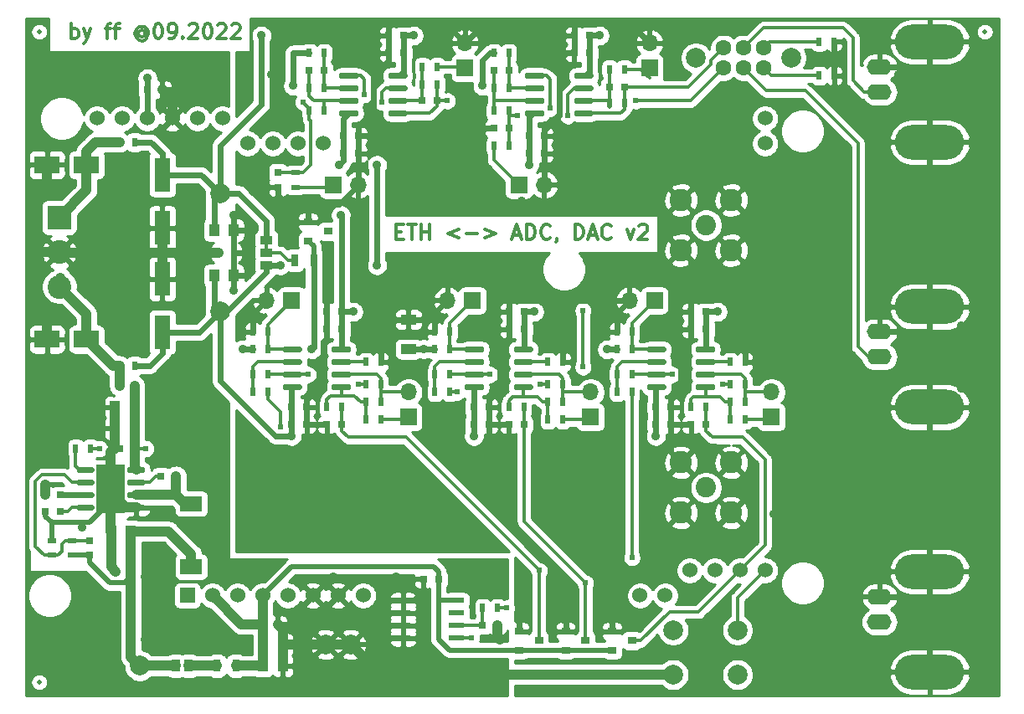
<source format=gtl>
G04 #@! TF.GenerationSoftware,KiCad,Pcbnew,(5.1.12)-1*
G04 #@! TF.CreationDate,2022-09-19T12:41:43+02:00*
G04 #@! TF.ProjectId,some_wave_v2,736f6d65-5f77-4617-9665-5f76322e6b69,rev?*
G04 #@! TF.SameCoordinates,Original*
G04 #@! TF.FileFunction,Copper,L1,Top*
G04 #@! TF.FilePolarity,Positive*
%FSLAX46Y46*%
G04 Gerber Fmt 4.6, Leading zero omitted, Abs format (unit mm)*
G04 Created by KiCad (PCBNEW (5.1.12)-1) date 2022-09-19 12:41:43*
%MOMM*%
%LPD*%
G01*
G04 APERTURE LIST*
G04 #@! TA.AperFunction,NonConductor*
%ADD10C,0.300000*%
G04 #@! TD*
G04 #@! TA.AperFunction,ComponentPad*
%ADD11C,1.530000*%
G04 #@! TD*
G04 #@! TA.AperFunction,ComponentPad*
%ADD12R,1.530000X1.530000*%
G04 #@! TD*
G04 #@! TA.AperFunction,SMDPad,CuDef*
%ADD13R,0.750000X0.800000*%
G04 #@! TD*
G04 #@! TA.AperFunction,ComponentPad*
%ADD14O,1.700000X1.700000*%
G04 #@! TD*
G04 #@! TA.AperFunction,ComponentPad*
%ADD15R,1.700000X1.700000*%
G04 #@! TD*
G04 #@! TA.AperFunction,ComponentPad*
%ADD16C,2.000000*%
G04 #@! TD*
G04 #@! TA.AperFunction,ComponentPad*
%ADD17C,2.250000*%
G04 #@! TD*
G04 #@! TA.AperFunction,ComponentPad*
%ADD18C,2.050000*%
G04 #@! TD*
G04 #@! TA.AperFunction,ComponentPad*
%ADD19O,2.500000X1.600000*%
G04 #@! TD*
G04 #@! TA.AperFunction,ComponentPad*
%ADD20O,7.000000X3.500000*%
G04 #@! TD*
G04 #@! TA.AperFunction,ComponentPad*
%ADD21C,0.500000*%
G04 #@! TD*
G04 #@! TA.AperFunction,SMDPad,CuDef*
%ADD22R,2.950000X4.900000*%
G04 #@! TD*
G04 #@! TA.AperFunction,SMDPad,CuDef*
%ADD23R,2.200000X1.500000*%
G04 #@! TD*
G04 #@! TA.AperFunction,SMDPad,CuDef*
%ADD24R,0.800000X0.750000*%
G04 #@! TD*
G04 #@! TA.AperFunction,SMDPad,CuDef*
%ADD25R,0.970000X1.270000*%
G04 #@! TD*
G04 #@! TA.AperFunction,SMDPad,CuDef*
%ADD26R,0.500000X0.900000*%
G04 #@! TD*
G04 #@! TA.AperFunction,SMDPad,CuDef*
%ADD27R,0.900000X0.500000*%
G04 #@! TD*
G04 #@! TA.AperFunction,SMDPad,CuDef*
%ADD28R,1.000000X1.250000*%
G04 #@! TD*
G04 #@! TA.AperFunction,SMDPad,CuDef*
%ADD29C,0.500000*%
G04 #@! TD*
G04 #@! TA.AperFunction,ComponentPad*
%ADD30C,1.600000*%
G04 #@! TD*
G04 #@! TA.AperFunction,SMDPad,CuDef*
%ADD31R,1.600000X3.500000*%
G04 #@! TD*
G04 #@! TA.AperFunction,SMDPad,CuDef*
%ADD32R,0.900000X0.800000*%
G04 #@! TD*
G04 #@! TA.AperFunction,SMDPad,CuDef*
%ADD33R,2.500000X1.800000*%
G04 #@! TD*
G04 #@! TA.AperFunction,ComponentPad*
%ADD34R,2.400000X2.400000*%
G04 #@! TD*
G04 #@! TA.AperFunction,ComponentPad*
%ADD35C,2.400000*%
G04 #@! TD*
G04 #@! TA.AperFunction,SMDPad,CuDef*
%ADD36R,0.700000X1.300000*%
G04 #@! TD*
G04 #@! TA.AperFunction,SMDPad,CuDef*
%ADD37R,1.600000X1.000000*%
G04 #@! TD*
G04 #@! TA.AperFunction,SMDPad,CuDef*
%ADD38R,1.270000X0.970000*%
G04 #@! TD*
G04 #@! TA.AperFunction,SMDPad,CuDef*
%ADD39R,1.550000X0.600000*%
G04 #@! TD*
G04 #@! TA.AperFunction,ViaPad*
%ADD40C,0.609600*%
G04 #@! TD*
G04 #@! TA.AperFunction,ViaPad*
%ADD41C,0.889000*%
G04 #@! TD*
G04 #@! TA.AperFunction,Conductor*
%ADD42C,1.016000*%
G04 #@! TD*
G04 #@! TA.AperFunction,Conductor*
%ADD43C,0.304800*%
G04 #@! TD*
G04 #@! TA.AperFunction,Conductor*
%ADD44C,0.508000*%
G04 #@! TD*
G04 #@! TA.AperFunction,Conductor*
%ADD45C,0.609600*%
G04 #@! TD*
G04 #@! TA.AperFunction,Conductor*
%ADD46C,0.254000*%
G04 #@! TD*
G04 #@! TA.AperFunction,Conductor*
%ADD47C,0.150000*%
G04 #@! TD*
G04 APERTURE END LIST*
D10*
X38121428Y-22244857D02*
X38621428Y-22244857D01*
X38835714Y-23030571D02*
X38121428Y-23030571D01*
X38121428Y-21530571D01*
X38835714Y-21530571D01*
X39264285Y-21530571D02*
X40121428Y-21530571D01*
X39692857Y-23030571D02*
X39692857Y-21530571D01*
X40621428Y-23030571D02*
X40621428Y-21530571D01*
X40621428Y-22244857D02*
X41478571Y-22244857D01*
X41478571Y-23030571D02*
X41478571Y-21530571D01*
X44478571Y-22030571D02*
X43335714Y-22459142D01*
X44478571Y-22887714D01*
X45192857Y-22459142D02*
X46335714Y-22459142D01*
X47050000Y-22030571D02*
X48192857Y-22459142D01*
X47050000Y-22887714D01*
X49978571Y-22602000D02*
X50692857Y-22602000D01*
X49835714Y-23030571D02*
X50335714Y-21530571D01*
X50835714Y-23030571D01*
X51335714Y-23030571D02*
X51335714Y-21530571D01*
X51692857Y-21530571D01*
X51907142Y-21602000D01*
X52050000Y-21744857D01*
X52121428Y-21887714D01*
X52192857Y-22173428D01*
X52192857Y-22387714D01*
X52121428Y-22673428D01*
X52050000Y-22816285D01*
X51907142Y-22959142D01*
X51692857Y-23030571D01*
X51335714Y-23030571D01*
X53692857Y-22887714D02*
X53621428Y-22959142D01*
X53407142Y-23030571D01*
X53264285Y-23030571D01*
X53050000Y-22959142D01*
X52907142Y-22816285D01*
X52835714Y-22673428D01*
X52764285Y-22387714D01*
X52764285Y-22173428D01*
X52835714Y-21887714D01*
X52907142Y-21744857D01*
X53050000Y-21602000D01*
X53264285Y-21530571D01*
X53407142Y-21530571D01*
X53621428Y-21602000D01*
X53692857Y-21673428D01*
X54407142Y-22959142D02*
X54407142Y-23030571D01*
X54335714Y-23173428D01*
X54264285Y-23244857D01*
X56192857Y-23030571D02*
X56192857Y-21530571D01*
X56550000Y-21530571D01*
X56764285Y-21602000D01*
X56907142Y-21744857D01*
X56978571Y-21887714D01*
X57050000Y-22173428D01*
X57050000Y-22387714D01*
X56978571Y-22673428D01*
X56907142Y-22816285D01*
X56764285Y-22959142D01*
X56550000Y-23030571D01*
X56192857Y-23030571D01*
X57621428Y-22602000D02*
X58335714Y-22602000D01*
X57478571Y-23030571D02*
X57978571Y-21530571D01*
X58478571Y-23030571D01*
X59835714Y-22887714D02*
X59764285Y-22959142D01*
X59550000Y-23030571D01*
X59407142Y-23030571D01*
X59192857Y-22959142D01*
X59050000Y-22816285D01*
X58978571Y-22673428D01*
X58907142Y-22387714D01*
X58907142Y-22173428D01*
X58978571Y-21887714D01*
X59050000Y-21744857D01*
X59192857Y-21602000D01*
X59407142Y-21530571D01*
X59550000Y-21530571D01*
X59764285Y-21602000D01*
X59835714Y-21673428D01*
X61478571Y-22030571D02*
X61835714Y-23030571D01*
X62192857Y-22030571D01*
X62692857Y-21673428D02*
X62764285Y-21602000D01*
X62907142Y-21530571D01*
X63264285Y-21530571D01*
X63407142Y-21602000D01*
X63478571Y-21673428D01*
X63550000Y-21816285D01*
X63550000Y-21959142D01*
X63478571Y-22173428D01*
X62621428Y-23030571D01*
X63550000Y-23030571D01*
X5279428Y-2710571D02*
X5279428Y-1210571D01*
X5279428Y-1782000D02*
X5422285Y-1710571D01*
X5707999Y-1710571D01*
X5850857Y-1782000D01*
X5922285Y-1853428D01*
X5993714Y-1996285D01*
X5993714Y-2424857D01*
X5922285Y-2567714D01*
X5850857Y-2639142D01*
X5707999Y-2710571D01*
X5422285Y-2710571D01*
X5279428Y-2639142D01*
X6493714Y-1710571D02*
X6850857Y-2710571D01*
X7208000Y-1710571D02*
X6850857Y-2710571D01*
X6708000Y-3067714D01*
X6636571Y-3139142D01*
X6493714Y-3210571D01*
X8708000Y-1710571D02*
X9279428Y-1710571D01*
X8922285Y-2710571D02*
X8922285Y-1424857D01*
X8993714Y-1282000D01*
X9136571Y-1210571D01*
X9279428Y-1210571D01*
X9565142Y-1710571D02*
X10136571Y-1710571D01*
X9779428Y-2710571D02*
X9779428Y-1424857D01*
X9850857Y-1282000D01*
X9993714Y-1210571D01*
X10136571Y-1210571D01*
X12708000Y-1996285D02*
X12636571Y-1924857D01*
X12493714Y-1853428D01*
X12350857Y-1853428D01*
X12208000Y-1924857D01*
X12136571Y-1996285D01*
X12065142Y-2139142D01*
X12065142Y-2282000D01*
X12136571Y-2424857D01*
X12208000Y-2496285D01*
X12350857Y-2567714D01*
X12493714Y-2567714D01*
X12636571Y-2496285D01*
X12708000Y-2424857D01*
X12708000Y-1853428D02*
X12708000Y-2424857D01*
X12779428Y-2496285D01*
X12850857Y-2496285D01*
X12993714Y-2424857D01*
X13065142Y-2282000D01*
X13065142Y-1924857D01*
X12922285Y-1710571D01*
X12708000Y-1567714D01*
X12422285Y-1496285D01*
X12136571Y-1567714D01*
X11922285Y-1710571D01*
X11779428Y-1924857D01*
X11708000Y-2210571D01*
X11779428Y-2496285D01*
X11922285Y-2710571D01*
X12136571Y-2853428D01*
X12422285Y-2924857D01*
X12708000Y-2853428D01*
X12922285Y-2710571D01*
X13993714Y-1210571D02*
X14136571Y-1210571D01*
X14279428Y-1282000D01*
X14350857Y-1353428D01*
X14422285Y-1496285D01*
X14493714Y-1782000D01*
X14493714Y-2139142D01*
X14422285Y-2424857D01*
X14350857Y-2567714D01*
X14279428Y-2639142D01*
X14136571Y-2710571D01*
X13993714Y-2710571D01*
X13850857Y-2639142D01*
X13779428Y-2567714D01*
X13707999Y-2424857D01*
X13636571Y-2139142D01*
X13636571Y-1782000D01*
X13707999Y-1496285D01*
X13779428Y-1353428D01*
X13850857Y-1282000D01*
X13993714Y-1210571D01*
X15208000Y-2710571D02*
X15493714Y-2710571D01*
X15636571Y-2639142D01*
X15708000Y-2567714D01*
X15850857Y-2353428D01*
X15922285Y-2067714D01*
X15922285Y-1496285D01*
X15850857Y-1353428D01*
X15779428Y-1282000D01*
X15636571Y-1210571D01*
X15350857Y-1210571D01*
X15208000Y-1282000D01*
X15136571Y-1353428D01*
X15065142Y-1496285D01*
X15065142Y-1853428D01*
X15136571Y-1996285D01*
X15208000Y-2067714D01*
X15350857Y-2139142D01*
X15636571Y-2139142D01*
X15779428Y-2067714D01*
X15850857Y-1996285D01*
X15922285Y-1853428D01*
X16565142Y-2567714D02*
X16636571Y-2639142D01*
X16565142Y-2710571D01*
X16493714Y-2639142D01*
X16565142Y-2567714D01*
X16565142Y-2710571D01*
X17208000Y-1353428D02*
X17279428Y-1282000D01*
X17422285Y-1210571D01*
X17779428Y-1210571D01*
X17922285Y-1282000D01*
X17993714Y-1353428D01*
X18065142Y-1496285D01*
X18065142Y-1639142D01*
X17993714Y-1853428D01*
X17136571Y-2710571D01*
X18065142Y-2710571D01*
X18993714Y-1210571D02*
X19136571Y-1210571D01*
X19279428Y-1282000D01*
X19350857Y-1353428D01*
X19422285Y-1496285D01*
X19493714Y-1782000D01*
X19493714Y-2139142D01*
X19422285Y-2424857D01*
X19350857Y-2567714D01*
X19279428Y-2639142D01*
X19136571Y-2710571D01*
X18993714Y-2710571D01*
X18850857Y-2639142D01*
X18779428Y-2567714D01*
X18708000Y-2424857D01*
X18636571Y-2139142D01*
X18636571Y-1782000D01*
X18708000Y-1496285D01*
X18779428Y-1353428D01*
X18850857Y-1282000D01*
X18993714Y-1210571D01*
X20065142Y-1353428D02*
X20136571Y-1282000D01*
X20279428Y-1210571D01*
X20636571Y-1210571D01*
X20779428Y-1282000D01*
X20850857Y-1353428D01*
X20922285Y-1496285D01*
X20922285Y-1639142D01*
X20850857Y-1853428D01*
X19993714Y-2710571D01*
X20922285Y-2710571D01*
X21493714Y-1353428D02*
X21565142Y-1282000D01*
X21708000Y-1210571D01*
X22065142Y-1210571D01*
X22208000Y-1282000D01*
X22279428Y-1353428D01*
X22350857Y-1496285D01*
X22350857Y-1639142D01*
X22279428Y-1853428D01*
X21422285Y-2710571D01*
X22350857Y-2710571D01*
D11*
X62788000Y-59055000D03*
X65328000Y-59055000D03*
X67818000Y-56515000D03*
X70358000Y-56515000D03*
D12*
X17018000Y-59055000D03*
D11*
X19558000Y-59055000D03*
X22098000Y-59055000D03*
X24638000Y-59055000D03*
X27178000Y-59055000D03*
X29718000Y-59055000D03*
X32258000Y-59055000D03*
X34798000Y-59055000D03*
X7874000Y-10795000D03*
X10414000Y-10795000D03*
X12954000Y-10795000D03*
X15494000Y-10795000D03*
X18034000Y-10795000D03*
X20574000Y-10795000D03*
X23114000Y-13335000D03*
X25654000Y-13335000D03*
X28194000Y-13335000D03*
X30734000Y-13335000D03*
X72898000Y-56515000D03*
X75438000Y-56515000D03*
X75438000Y-13335000D03*
X75438000Y-10795000D03*
D13*
X26162000Y-16268000D03*
X26162000Y-17768000D03*
D14*
X63754000Y-3175000D03*
D15*
X63754000Y-5715000D03*
D16*
X12192000Y-66167000D03*
D17*
X72009000Y-24130000D03*
X66929000Y-24130000D03*
X66929000Y-19050000D03*
X72009000Y-19050000D03*
D18*
X69469000Y-21590000D03*
D14*
X34290000Y-17526000D03*
D15*
X31750000Y-17526000D03*
D14*
X45085000Y-3175000D03*
D15*
X45085000Y-5715000D03*
D14*
X53086000Y-17526000D03*
D15*
X50546000Y-17526000D03*
D19*
X86995000Y-32385000D03*
X86995000Y-34925000D03*
D20*
X92075000Y-40005000D03*
X92075000Y-29845000D03*
D19*
X86995000Y-5588000D03*
X86995000Y-8128000D03*
D20*
X92075000Y-13208000D03*
X92075000Y-3048000D03*
D21*
X9921000Y-50210000D03*
X8621000Y-50210000D03*
X9921000Y-48910000D03*
X8621000Y-48910000D03*
X9921000Y-47610000D03*
X8621000Y-47610000D03*
X9921000Y-46310000D03*
X8621000Y-46310000D03*
D22*
X9271000Y-48260000D03*
G04 #@! TA.AperFunction,SMDPad,CuDef*
G36*
G01*
X10946000Y-46505000D02*
X10946000Y-46205000D01*
G75*
G02*
X11096000Y-46055000I150000J0D01*
G01*
X12571000Y-46055000D01*
G75*
G02*
X12721000Y-46205000I0J-150000D01*
G01*
X12721000Y-46505000D01*
G75*
G02*
X12571000Y-46655000I-150000J0D01*
G01*
X11096000Y-46655000D01*
G75*
G02*
X10946000Y-46505000I0J150000D01*
G01*
G37*
G04 #@! TD.AperFunction*
G04 #@! TA.AperFunction,SMDPad,CuDef*
G36*
G01*
X10946000Y-47775000D02*
X10946000Y-47475000D01*
G75*
G02*
X11096000Y-47325000I150000J0D01*
G01*
X12571000Y-47325000D01*
G75*
G02*
X12721000Y-47475000I0J-150000D01*
G01*
X12721000Y-47775000D01*
G75*
G02*
X12571000Y-47925000I-150000J0D01*
G01*
X11096000Y-47925000D01*
G75*
G02*
X10946000Y-47775000I0J150000D01*
G01*
G37*
G04 #@! TD.AperFunction*
G04 #@! TA.AperFunction,SMDPad,CuDef*
G36*
G01*
X10946000Y-49045000D02*
X10946000Y-48745000D01*
G75*
G02*
X11096000Y-48595000I150000J0D01*
G01*
X12571000Y-48595000D01*
G75*
G02*
X12721000Y-48745000I0J-150000D01*
G01*
X12721000Y-49045000D01*
G75*
G02*
X12571000Y-49195000I-150000J0D01*
G01*
X11096000Y-49195000D01*
G75*
G02*
X10946000Y-49045000I0J150000D01*
G01*
G37*
G04 #@! TD.AperFunction*
G04 #@! TA.AperFunction,SMDPad,CuDef*
G36*
G01*
X10946000Y-50315000D02*
X10946000Y-50015000D01*
G75*
G02*
X11096000Y-49865000I150000J0D01*
G01*
X12571000Y-49865000D01*
G75*
G02*
X12721000Y-50015000I0J-150000D01*
G01*
X12721000Y-50315000D01*
G75*
G02*
X12571000Y-50465000I-150000J0D01*
G01*
X11096000Y-50465000D01*
G75*
G02*
X10946000Y-50315000I0J150000D01*
G01*
G37*
G04 #@! TD.AperFunction*
G04 #@! TA.AperFunction,SMDPad,CuDef*
G36*
G01*
X5821000Y-50315000D02*
X5821000Y-50015000D01*
G75*
G02*
X5971000Y-49865000I150000J0D01*
G01*
X7446000Y-49865000D01*
G75*
G02*
X7596000Y-50015000I0J-150000D01*
G01*
X7596000Y-50315000D01*
G75*
G02*
X7446000Y-50465000I-150000J0D01*
G01*
X5971000Y-50465000D01*
G75*
G02*
X5821000Y-50315000I0J150000D01*
G01*
G37*
G04 #@! TD.AperFunction*
G04 #@! TA.AperFunction,SMDPad,CuDef*
G36*
G01*
X5821000Y-49045000D02*
X5821000Y-48745000D01*
G75*
G02*
X5971000Y-48595000I150000J0D01*
G01*
X7446000Y-48595000D01*
G75*
G02*
X7596000Y-48745000I0J-150000D01*
G01*
X7596000Y-49045000D01*
G75*
G02*
X7446000Y-49195000I-150000J0D01*
G01*
X5971000Y-49195000D01*
G75*
G02*
X5821000Y-49045000I0J150000D01*
G01*
G37*
G04 #@! TD.AperFunction*
G04 #@! TA.AperFunction,SMDPad,CuDef*
G36*
G01*
X5821000Y-47775000D02*
X5821000Y-47475000D01*
G75*
G02*
X5971000Y-47325000I150000J0D01*
G01*
X7446000Y-47325000D01*
G75*
G02*
X7596000Y-47475000I0J-150000D01*
G01*
X7596000Y-47775000D01*
G75*
G02*
X7446000Y-47925000I-150000J0D01*
G01*
X5971000Y-47925000D01*
G75*
G02*
X5821000Y-47775000I0J150000D01*
G01*
G37*
G04 #@! TD.AperFunction*
G04 #@! TA.AperFunction,SMDPad,CuDef*
G36*
G01*
X5821000Y-46505000D02*
X5821000Y-46205000D01*
G75*
G02*
X5971000Y-46055000I150000J0D01*
G01*
X7446000Y-46055000D01*
G75*
G02*
X7596000Y-46205000I0J-150000D01*
G01*
X7596000Y-46505000D01*
G75*
G02*
X7446000Y-46655000I-150000J0D01*
G01*
X5971000Y-46655000D01*
G75*
G02*
X5821000Y-46505000I0J150000D01*
G01*
G37*
G04 #@! TD.AperFunction*
D23*
X17399000Y-56159000D03*
X17399000Y-49759000D03*
D24*
X11672000Y-44196000D03*
X10172000Y-44196000D03*
X34278000Y-14351000D03*
X32778000Y-14351000D03*
X32778000Y-12573000D03*
X34278000Y-12573000D03*
X38850000Y-4191000D03*
X37350000Y-4191000D03*
X37350000Y-2413000D03*
X38850000Y-2413000D03*
X11291000Y-56642000D03*
X9791000Y-56642000D03*
X51574000Y-14351000D03*
X53074000Y-14351000D03*
X53074000Y-12573000D03*
X51574000Y-12573000D03*
X56146000Y-4191000D03*
X57646000Y-4191000D03*
X57646000Y-2413000D03*
X56146000Y-2413000D03*
X26150000Y-61976000D03*
X24650000Y-61976000D03*
D25*
X15870000Y-66167000D03*
X17150000Y-66167000D03*
D26*
X11672000Y-37846000D03*
X10172000Y-37846000D03*
X30849000Y-4191000D03*
X29349000Y-4191000D03*
X30849000Y-7747000D03*
X29349000Y-7747000D03*
X29349000Y-10033000D03*
X30849000Y-10033000D03*
D27*
X27940000Y-16268000D03*
X27940000Y-17768000D03*
D26*
X40779000Y-5588000D03*
X42279000Y-5588000D03*
X40779000Y-7366000D03*
X42279000Y-7366000D03*
D27*
X3302000Y-54979000D03*
X3302000Y-53479000D03*
X5334000Y-54979000D03*
X5334000Y-53479000D03*
D26*
X48018000Y-4191000D03*
X49518000Y-4191000D03*
X49518000Y-7747000D03*
X48018000Y-7747000D03*
X49518000Y-10033000D03*
X48018000Y-10033000D03*
X48018000Y-13589000D03*
X49518000Y-13589000D03*
X61202000Y-5842000D03*
X59702000Y-5842000D03*
X61202000Y-9271000D03*
X59702000Y-9271000D03*
G04 #@! TA.AperFunction,SMDPad,CuDef*
G36*
G01*
X39264000Y-10137000D02*
X39264000Y-10437000D01*
G75*
G02*
X39114000Y-10587000I-150000J0D01*
G01*
X37464000Y-10587000D01*
G75*
G02*
X37314000Y-10437000I0J150000D01*
G01*
X37314000Y-10137000D01*
G75*
G02*
X37464000Y-9987000I150000J0D01*
G01*
X39114000Y-9987000D01*
G75*
G02*
X39264000Y-10137000I0J-150000D01*
G01*
G37*
G04 #@! TD.AperFunction*
G04 #@! TA.AperFunction,SMDPad,CuDef*
G36*
G01*
X39264000Y-8867000D02*
X39264000Y-9167000D01*
G75*
G02*
X39114000Y-9317000I-150000J0D01*
G01*
X37464000Y-9317000D01*
G75*
G02*
X37314000Y-9167000I0J150000D01*
G01*
X37314000Y-8867000D01*
G75*
G02*
X37464000Y-8717000I150000J0D01*
G01*
X39114000Y-8717000D01*
G75*
G02*
X39264000Y-8867000I0J-150000D01*
G01*
G37*
G04 #@! TD.AperFunction*
G04 #@! TA.AperFunction,SMDPad,CuDef*
G36*
G01*
X39264000Y-7597000D02*
X39264000Y-7897000D01*
G75*
G02*
X39114000Y-8047000I-150000J0D01*
G01*
X37464000Y-8047000D01*
G75*
G02*
X37314000Y-7897000I0J150000D01*
G01*
X37314000Y-7597000D01*
G75*
G02*
X37464000Y-7447000I150000J0D01*
G01*
X39114000Y-7447000D01*
G75*
G02*
X39264000Y-7597000I0J-150000D01*
G01*
G37*
G04 #@! TD.AperFunction*
G04 #@! TA.AperFunction,SMDPad,CuDef*
G36*
G01*
X39264000Y-6327000D02*
X39264000Y-6627000D01*
G75*
G02*
X39114000Y-6777000I-150000J0D01*
G01*
X37464000Y-6777000D01*
G75*
G02*
X37314000Y-6627000I0J150000D01*
G01*
X37314000Y-6327000D01*
G75*
G02*
X37464000Y-6177000I150000J0D01*
G01*
X39114000Y-6177000D01*
G75*
G02*
X39264000Y-6327000I0J-150000D01*
G01*
G37*
G04 #@! TD.AperFunction*
G04 #@! TA.AperFunction,SMDPad,CuDef*
G36*
G01*
X34314000Y-6327000D02*
X34314000Y-6627000D01*
G75*
G02*
X34164000Y-6777000I-150000J0D01*
G01*
X32514000Y-6777000D01*
G75*
G02*
X32364000Y-6627000I0J150000D01*
G01*
X32364000Y-6327000D01*
G75*
G02*
X32514000Y-6177000I150000J0D01*
G01*
X34164000Y-6177000D01*
G75*
G02*
X34314000Y-6327000I0J-150000D01*
G01*
G37*
G04 #@! TD.AperFunction*
G04 #@! TA.AperFunction,SMDPad,CuDef*
G36*
G01*
X34314000Y-7597000D02*
X34314000Y-7897000D01*
G75*
G02*
X34164000Y-8047000I-150000J0D01*
G01*
X32514000Y-8047000D01*
G75*
G02*
X32364000Y-7897000I0J150000D01*
G01*
X32364000Y-7597000D01*
G75*
G02*
X32514000Y-7447000I150000J0D01*
G01*
X34164000Y-7447000D01*
G75*
G02*
X34314000Y-7597000I0J-150000D01*
G01*
G37*
G04 #@! TD.AperFunction*
G04 #@! TA.AperFunction,SMDPad,CuDef*
G36*
G01*
X34314000Y-8867000D02*
X34314000Y-9167000D01*
G75*
G02*
X34164000Y-9317000I-150000J0D01*
G01*
X32514000Y-9317000D01*
G75*
G02*
X32364000Y-9167000I0J150000D01*
G01*
X32364000Y-8867000D01*
G75*
G02*
X32514000Y-8717000I150000J0D01*
G01*
X34164000Y-8717000D01*
G75*
G02*
X34314000Y-8867000I0J-150000D01*
G01*
G37*
G04 #@! TD.AperFunction*
G04 #@! TA.AperFunction,SMDPad,CuDef*
G36*
G01*
X34314000Y-10137000D02*
X34314000Y-10437000D01*
G75*
G02*
X34164000Y-10587000I-150000J0D01*
G01*
X32514000Y-10587000D01*
G75*
G02*
X32364000Y-10437000I0J150000D01*
G01*
X32364000Y-10137000D01*
G75*
G02*
X32514000Y-9987000I150000J0D01*
G01*
X34164000Y-9987000D01*
G75*
G02*
X34314000Y-10137000I0J-150000D01*
G01*
G37*
G04 #@! TD.AperFunction*
G04 #@! TA.AperFunction,SMDPad,CuDef*
G36*
G01*
X58060000Y-10137000D02*
X58060000Y-10437000D01*
G75*
G02*
X57910000Y-10587000I-150000J0D01*
G01*
X56260000Y-10587000D01*
G75*
G02*
X56110000Y-10437000I0J150000D01*
G01*
X56110000Y-10137000D01*
G75*
G02*
X56260000Y-9987000I150000J0D01*
G01*
X57910000Y-9987000D01*
G75*
G02*
X58060000Y-10137000I0J-150000D01*
G01*
G37*
G04 #@! TD.AperFunction*
G04 #@! TA.AperFunction,SMDPad,CuDef*
G36*
G01*
X58060000Y-8867000D02*
X58060000Y-9167000D01*
G75*
G02*
X57910000Y-9317000I-150000J0D01*
G01*
X56260000Y-9317000D01*
G75*
G02*
X56110000Y-9167000I0J150000D01*
G01*
X56110000Y-8867000D01*
G75*
G02*
X56260000Y-8717000I150000J0D01*
G01*
X57910000Y-8717000D01*
G75*
G02*
X58060000Y-8867000I0J-150000D01*
G01*
G37*
G04 #@! TD.AperFunction*
G04 #@! TA.AperFunction,SMDPad,CuDef*
G36*
G01*
X58060000Y-7597000D02*
X58060000Y-7897000D01*
G75*
G02*
X57910000Y-8047000I-150000J0D01*
G01*
X56260000Y-8047000D01*
G75*
G02*
X56110000Y-7897000I0J150000D01*
G01*
X56110000Y-7597000D01*
G75*
G02*
X56260000Y-7447000I150000J0D01*
G01*
X57910000Y-7447000D01*
G75*
G02*
X58060000Y-7597000I0J-150000D01*
G01*
G37*
G04 #@! TD.AperFunction*
G04 #@! TA.AperFunction,SMDPad,CuDef*
G36*
G01*
X58060000Y-6327000D02*
X58060000Y-6627000D01*
G75*
G02*
X57910000Y-6777000I-150000J0D01*
G01*
X56260000Y-6777000D01*
G75*
G02*
X56110000Y-6627000I0J150000D01*
G01*
X56110000Y-6327000D01*
G75*
G02*
X56260000Y-6177000I150000J0D01*
G01*
X57910000Y-6177000D01*
G75*
G02*
X58060000Y-6327000I0J-150000D01*
G01*
G37*
G04 #@! TD.AperFunction*
G04 #@! TA.AperFunction,SMDPad,CuDef*
G36*
G01*
X53110000Y-6327000D02*
X53110000Y-6627000D01*
G75*
G02*
X52960000Y-6777000I-150000J0D01*
G01*
X51310000Y-6777000D01*
G75*
G02*
X51160000Y-6627000I0J150000D01*
G01*
X51160000Y-6327000D01*
G75*
G02*
X51310000Y-6177000I150000J0D01*
G01*
X52960000Y-6177000D01*
G75*
G02*
X53110000Y-6327000I0J-150000D01*
G01*
G37*
G04 #@! TD.AperFunction*
G04 #@! TA.AperFunction,SMDPad,CuDef*
G36*
G01*
X53110000Y-7597000D02*
X53110000Y-7897000D01*
G75*
G02*
X52960000Y-8047000I-150000J0D01*
G01*
X51310000Y-8047000D01*
G75*
G02*
X51160000Y-7897000I0J150000D01*
G01*
X51160000Y-7597000D01*
G75*
G02*
X51310000Y-7447000I150000J0D01*
G01*
X52960000Y-7447000D01*
G75*
G02*
X53110000Y-7597000I0J-150000D01*
G01*
G37*
G04 #@! TD.AperFunction*
G04 #@! TA.AperFunction,SMDPad,CuDef*
G36*
G01*
X53110000Y-8867000D02*
X53110000Y-9167000D01*
G75*
G02*
X52960000Y-9317000I-150000J0D01*
G01*
X51310000Y-9317000D01*
G75*
G02*
X51160000Y-9167000I0J150000D01*
G01*
X51160000Y-8867000D01*
G75*
G02*
X51310000Y-8717000I150000J0D01*
G01*
X52960000Y-8717000D01*
G75*
G02*
X53110000Y-8867000I0J-150000D01*
G01*
G37*
G04 #@! TD.AperFunction*
G04 #@! TA.AperFunction,SMDPad,CuDef*
G36*
G01*
X53110000Y-10137000D02*
X53110000Y-10437000D01*
G75*
G02*
X52960000Y-10587000I-150000J0D01*
G01*
X51310000Y-10587000D01*
G75*
G02*
X51160000Y-10437000I0J150000D01*
G01*
X51160000Y-10137000D01*
G75*
G02*
X51310000Y-9987000I150000J0D01*
G01*
X52960000Y-9987000D01*
G75*
G02*
X53110000Y-10137000I0J-150000D01*
G01*
G37*
G04 #@! TD.AperFunction*
D28*
X11668000Y-40005000D03*
X9668000Y-40005000D03*
X11668000Y-42164000D03*
X9668000Y-42164000D03*
D24*
X14363000Y-46990000D03*
X15863000Y-46990000D03*
D28*
X9287000Y-52578000D03*
X11287000Y-52578000D03*
D24*
X2679000Y-48895000D03*
X4179000Y-48895000D03*
X2679000Y-50546000D03*
X4179000Y-50546000D03*
D13*
X7112000Y-53479000D03*
X7112000Y-54979000D03*
D28*
X11287000Y-54737000D03*
X9287000Y-54737000D03*
D26*
X7227000Y-44196000D03*
X5727000Y-44196000D03*
D28*
X24654000Y-64008000D03*
X26654000Y-64008000D03*
D29*
X2032000Y-2032000D03*
X2032000Y-67818000D03*
X97663000Y-2032000D03*
D26*
X82411000Y-6477000D03*
X80911000Y-6477000D03*
X80911000Y-3048000D03*
X82411000Y-3048000D03*
D16*
X68447000Y-4683000D03*
X78047000Y-4683000D03*
D30*
X71247000Y-3683000D03*
X73247000Y-3683000D03*
X75247000Y-3683000D03*
X71247000Y-5683000D03*
X73247000Y-5683000D03*
X75247000Y-5683000D03*
D24*
X29349000Y-5969000D03*
X30849000Y-5969000D03*
X49518000Y-5969000D03*
X48018000Y-5969000D03*
X42279000Y-9017000D03*
X40779000Y-9017000D03*
X61202000Y-7620000D03*
X59702000Y-7620000D03*
X48018000Y-11811000D03*
X49518000Y-11811000D03*
X69457000Y-41783000D03*
X67957000Y-41783000D03*
X51042000Y-41783000D03*
X49542000Y-41783000D03*
X31127000Y-41783000D03*
X32627000Y-41783000D03*
D28*
X24654000Y-66167000D03*
X26654000Y-66167000D03*
D31*
X14478000Y-32418000D03*
X14478000Y-27018000D03*
X14478000Y-16477000D03*
X14478000Y-21877000D03*
D28*
X19701000Y-26670000D03*
X21701000Y-26670000D03*
X19701000Y-22098000D03*
X21701000Y-22098000D03*
D24*
X64401000Y-41783000D03*
X65901000Y-41783000D03*
X65901000Y-40005000D03*
X64401000Y-40005000D03*
X69457000Y-32131000D03*
X67957000Y-32131000D03*
X69457000Y-30353000D03*
X67957000Y-30353000D03*
X47486000Y-41783000D03*
X45986000Y-41783000D03*
X45986000Y-40005000D03*
X47486000Y-40005000D03*
X51042000Y-32131000D03*
X49542000Y-32131000D03*
X49542000Y-30353000D03*
X51042000Y-30353000D03*
X29071000Y-41783000D03*
X27571000Y-41783000D03*
X27571000Y-40005000D03*
X29071000Y-40005000D03*
X32627000Y-32131000D03*
X31127000Y-32131000D03*
X31127000Y-30353000D03*
X32627000Y-30353000D03*
X12966000Y-7874000D03*
X14466000Y-7874000D03*
D32*
X59960000Y-62677000D03*
X59960000Y-64577000D03*
X61960000Y-63627000D03*
X57261000Y-63627000D03*
X55261000Y-64577000D03*
X55261000Y-62677000D03*
X52562000Y-63627000D03*
X50562000Y-64577000D03*
X50562000Y-62677000D03*
D33*
X2826000Y-33147000D03*
X6826000Y-33147000D03*
X2826000Y-15494000D03*
X6826000Y-15494000D03*
D16*
X30988000Y-64008000D03*
X33528000Y-64008000D03*
D20*
X92075000Y-56642000D03*
X92075000Y-66802000D03*
D19*
X86995000Y-61722000D03*
X86995000Y-59182000D03*
D18*
X69469000Y-48133000D03*
D17*
X72009000Y-50673000D03*
X72009000Y-45593000D03*
X66929000Y-45593000D03*
X66929000Y-50673000D03*
D34*
X4064000Y-20828000D03*
D35*
X4064000Y-24328000D03*
X4064000Y-27828000D03*
D15*
X64262000Y-29210000D03*
D14*
X61722000Y-29210000D03*
X43307000Y-29210000D03*
D15*
X45847000Y-29210000D03*
X27559000Y-29210000D03*
D14*
X25019000Y-29210000D03*
X76073000Y-38481000D03*
D15*
X76073000Y-41021000D03*
X57785000Y-41021000D03*
D14*
X57785000Y-38481000D03*
X39370000Y-38481000D03*
D15*
X39370000Y-41021000D03*
D36*
X20005000Y-66167000D03*
X21905000Y-66167000D03*
D26*
X11672000Y-35814000D03*
X10172000Y-35814000D03*
X10172000Y-13208000D03*
X11672000Y-13208000D03*
X20205000Y-24384000D03*
X21705000Y-24384000D03*
D16*
X20320000Y-18415000D03*
X20320000Y-30353000D03*
D26*
X61964000Y-34163000D03*
X60464000Y-34163000D03*
X43549000Y-34163000D03*
X42049000Y-34163000D03*
X25134000Y-34163000D03*
X23634000Y-34163000D03*
X61964000Y-38481000D03*
X60464000Y-38481000D03*
X43549000Y-38481000D03*
X42049000Y-38481000D03*
X25134000Y-38481000D03*
X23634000Y-38481000D03*
X61964000Y-32385000D03*
X60464000Y-32385000D03*
X43549000Y-32385000D03*
X42049000Y-32385000D03*
X25134000Y-32385000D03*
X23634000Y-32385000D03*
X61964000Y-36703000D03*
X60464000Y-36703000D03*
X43549000Y-36703000D03*
X42049000Y-36703000D03*
X25134000Y-36703000D03*
X23634000Y-36703000D03*
X71894000Y-37719000D03*
X73394000Y-37719000D03*
X53479000Y-37719000D03*
X54979000Y-37719000D03*
X35064000Y-37719000D03*
X36564000Y-37719000D03*
X71894000Y-35433000D03*
X73394000Y-35433000D03*
X54979000Y-35433000D03*
X53479000Y-35433000D03*
X36564000Y-35433000D03*
X35064000Y-35433000D03*
X71894000Y-39497000D03*
X73394000Y-39497000D03*
X54979000Y-39497000D03*
X53479000Y-39497000D03*
X36564000Y-39497000D03*
X35064000Y-39497000D03*
X71894000Y-41275000D03*
X73394000Y-41275000D03*
X54979000Y-41275000D03*
X53479000Y-41275000D03*
X36564000Y-41275000D03*
X35064000Y-41275000D03*
X69457000Y-40005000D03*
X67957000Y-40005000D03*
X51042000Y-40005000D03*
X49542000Y-40005000D03*
X32627000Y-40005000D03*
X31127000Y-40005000D03*
D36*
X29779000Y-25146000D03*
X27879000Y-25146000D03*
G04 #@! TA.AperFunction,SMDPad,CuDef*
G36*
G01*
X70379000Y-37823000D02*
X70379000Y-38123000D01*
G75*
G02*
X70229000Y-38273000I-150000J0D01*
G01*
X68579000Y-38273000D01*
G75*
G02*
X68429000Y-38123000I0J150000D01*
G01*
X68429000Y-37823000D01*
G75*
G02*
X68579000Y-37673000I150000J0D01*
G01*
X70229000Y-37673000D01*
G75*
G02*
X70379000Y-37823000I0J-150000D01*
G01*
G37*
G04 #@! TD.AperFunction*
G04 #@! TA.AperFunction,SMDPad,CuDef*
G36*
G01*
X70379000Y-36553000D02*
X70379000Y-36853000D01*
G75*
G02*
X70229000Y-37003000I-150000J0D01*
G01*
X68579000Y-37003000D01*
G75*
G02*
X68429000Y-36853000I0J150000D01*
G01*
X68429000Y-36553000D01*
G75*
G02*
X68579000Y-36403000I150000J0D01*
G01*
X70229000Y-36403000D01*
G75*
G02*
X70379000Y-36553000I0J-150000D01*
G01*
G37*
G04 #@! TD.AperFunction*
G04 #@! TA.AperFunction,SMDPad,CuDef*
G36*
G01*
X70379000Y-35283000D02*
X70379000Y-35583000D01*
G75*
G02*
X70229000Y-35733000I-150000J0D01*
G01*
X68579000Y-35733000D01*
G75*
G02*
X68429000Y-35583000I0J150000D01*
G01*
X68429000Y-35283000D01*
G75*
G02*
X68579000Y-35133000I150000J0D01*
G01*
X70229000Y-35133000D01*
G75*
G02*
X70379000Y-35283000I0J-150000D01*
G01*
G37*
G04 #@! TD.AperFunction*
G04 #@! TA.AperFunction,SMDPad,CuDef*
G36*
G01*
X70379000Y-34013000D02*
X70379000Y-34313000D01*
G75*
G02*
X70229000Y-34463000I-150000J0D01*
G01*
X68579000Y-34463000D01*
G75*
G02*
X68429000Y-34313000I0J150000D01*
G01*
X68429000Y-34013000D01*
G75*
G02*
X68579000Y-33863000I150000J0D01*
G01*
X70229000Y-33863000D01*
G75*
G02*
X70379000Y-34013000I0J-150000D01*
G01*
G37*
G04 #@! TD.AperFunction*
G04 #@! TA.AperFunction,SMDPad,CuDef*
G36*
G01*
X65429000Y-34013000D02*
X65429000Y-34313000D01*
G75*
G02*
X65279000Y-34463000I-150000J0D01*
G01*
X63629000Y-34463000D01*
G75*
G02*
X63479000Y-34313000I0J150000D01*
G01*
X63479000Y-34013000D01*
G75*
G02*
X63629000Y-33863000I150000J0D01*
G01*
X65279000Y-33863000D01*
G75*
G02*
X65429000Y-34013000I0J-150000D01*
G01*
G37*
G04 #@! TD.AperFunction*
G04 #@! TA.AperFunction,SMDPad,CuDef*
G36*
G01*
X65429000Y-35283000D02*
X65429000Y-35583000D01*
G75*
G02*
X65279000Y-35733000I-150000J0D01*
G01*
X63629000Y-35733000D01*
G75*
G02*
X63479000Y-35583000I0J150000D01*
G01*
X63479000Y-35283000D01*
G75*
G02*
X63629000Y-35133000I150000J0D01*
G01*
X65279000Y-35133000D01*
G75*
G02*
X65429000Y-35283000I0J-150000D01*
G01*
G37*
G04 #@! TD.AperFunction*
G04 #@! TA.AperFunction,SMDPad,CuDef*
G36*
G01*
X65429000Y-36553000D02*
X65429000Y-36853000D01*
G75*
G02*
X65279000Y-37003000I-150000J0D01*
G01*
X63629000Y-37003000D01*
G75*
G02*
X63479000Y-36853000I0J150000D01*
G01*
X63479000Y-36553000D01*
G75*
G02*
X63629000Y-36403000I150000J0D01*
G01*
X65279000Y-36403000D01*
G75*
G02*
X65429000Y-36553000I0J-150000D01*
G01*
G37*
G04 #@! TD.AperFunction*
G04 #@! TA.AperFunction,SMDPad,CuDef*
G36*
G01*
X65429000Y-37823000D02*
X65429000Y-38123000D01*
G75*
G02*
X65279000Y-38273000I-150000J0D01*
G01*
X63629000Y-38273000D01*
G75*
G02*
X63479000Y-38123000I0J150000D01*
G01*
X63479000Y-37823000D01*
G75*
G02*
X63629000Y-37673000I150000J0D01*
G01*
X65279000Y-37673000D01*
G75*
G02*
X65429000Y-37823000I0J-150000D01*
G01*
G37*
G04 #@! TD.AperFunction*
G04 #@! TA.AperFunction,SMDPad,CuDef*
G36*
G01*
X51964000Y-37823000D02*
X51964000Y-38123000D01*
G75*
G02*
X51814000Y-38273000I-150000J0D01*
G01*
X50164000Y-38273000D01*
G75*
G02*
X50014000Y-38123000I0J150000D01*
G01*
X50014000Y-37823000D01*
G75*
G02*
X50164000Y-37673000I150000J0D01*
G01*
X51814000Y-37673000D01*
G75*
G02*
X51964000Y-37823000I0J-150000D01*
G01*
G37*
G04 #@! TD.AperFunction*
G04 #@! TA.AperFunction,SMDPad,CuDef*
G36*
G01*
X51964000Y-36553000D02*
X51964000Y-36853000D01*
G75*
G02*
X51814000Y-37003000I-150000J0D01*
G01*
X50164000Y-37003000D01*
G75*
G02*
X50014000Y-36853000I0J150000D01*
G01*
X50014000Y-36553000D01*
G75*
G02*
X50164000Y-36403000I150000J0D01*
G01*
X51814000Y-36403000D01*
G75*
G02*
X51964000Y-36553000I0J-150000D01*
G01*
G37*
G04 #@! TD.AperFunction*
G04 #@! TA.AperFunction,SMDPad,CuDef*
G36*
G01*
X51964000Y-35283000D02*
X51964000Y-35583000D01*
G75*
G02*
X51814000Y-35733000I-150000J0D01*
G01*
X50164000Y-35733000D01*
G75*
G02*
X50014000Y-35583000I0J150000D01*
G01*
X50014000Y-35283000D01*
G75*
G02*
X50164000Y-35133000I150000J0D01*
G01*
X51814000Y-35133000D01*
G75*
G02*
X51964000Y-35283000I0J-150000D01*
G01*
G37*
G04 #@! TD.AperFunction*
G04 #@! TA.AperFunction,SMDPad,CuDef*
G36*
G01*
X51964000Y-34013000D02*
X51964000Y-34313000D01*
G75*
G02*
X51814000Y-34463000I-150000J0D01*
G01*
X50164000Y-34463000D01*
G75*
G02*
X50014000Y-34313000I0J150000D01*
G01*
X50014000Y-34013000D01*
G75*
G02*
X50164000Y-33863000I150000J0D01*
G01*
X51814000Y-33863000D01*
G75*
G02*
X51964000Y-34013000I0J-150000D01*
G01*
G37*
G04 #@! TD.AperFunction*
G04 #@! TA.AperFunction,SMDPad,CuDef*
G36*
G01*
X47014000Y-34013000D02*
X47014000Y-34313000D01*
G75*
G02*
X46864000Y-34463000I-150000J0D01*
G01*
X45214000Y-34463000D01*
G75*
G02*
X45064000Y-34313000I0J150000D01*
G01*
X45064000Y-34013000D01*
G75*
G02*
X45214000Y-33863000I150000J0D01*
G01*
X46864000Y-33863000D01*
G75*
G02*
X47014000Y-34013000I0J-150000D01*
G01*
G37*
G04 #@! TD.AperFunction*
G04 #@! TA.AperFunction,SMDPad,CuDef*
G36*
G01*
X47014000Y-35283000D02*
X47014000Y-35583000D01*
G75*
G02*
X46864000Y-35733000I-150000J0D01*
G01*
X45214000Y-35733000D01*
G75*
G02*
X45064000Y-35583000I0J150000D01*
G01*
X45064000Y-35283000D01*
G75*
G02*
X45214000Y-35133000I150000J0D01*
G01*
X46864000Y-35133000D01*
G75*
G02*
X47014000Y-35283000I0J-150000D01*
G01*
G37*
G04 #@! TD.AperFunction*
G04 #@! TA.AperFunction,SMDPad,CuDef*
G36*
G01*
X47014000Y-36553000D02*
X47014000Y-36853000D01*
G75*
G02*
X46864000Y-37003000I-150000J0D01*
G01*
X45214000Y-37003000D01*
G75*
G02*
X45064000Y-36853000I0J150000D01*
G01*
X45064000Y-36553000D01*
G75*
G02*
X45214000Y-36403000I150000J0D01*
G01*
X46864000Y-36403000D01*
G75*
G02*
X47014000Y-36553000I0J-150000D01*
G01*
G37*
G04 #@! TD.AperFunction*
G04 #@! TA.AperFunction,SMDPad,CuDef*
G36*
G01*
X47014000Y-37823000D02*
X47014000Y-38123000D01*
G75*
G02*
X46864000Y-38273000I-150000J0D01*
G01*
X45214000Y-38273000D01*
G75*
G02*
X45064000Y-38123000I0J150000D01*
G01*
X45064000Y-37823000D01*
G75*
G02*
X45214000Y-37673000I150000J0D01*
G01*
X46864000Y-37673000D01*
G75*
G02*
X47014000Y-37823000I0J-150000D01*
G01*
G37*
G04 #@! TD.AperFunction*
G04 #@! TA.AperFunction,SMDPad,CuDef*
G36*
G01*
X28599000Y-37823000D02*
X28599000Y-38123000D01*
G75*
G02*
X28449000Y-38273000I-150000J0D01*
G01*
X26799000Y-38273000D01*
G75*
G02*
X26649000Y-38123000I0J150000D01*
G01*
X26649000Y-37823000D01*
G75*
G02*
X26799000Y-37673000I150000J0D01*
G01*
X28449000Y-37673000D01*
G75*
G02*
X28599000Y-37823000I0J-150000D01*
G01*
G37*
G04 #@! TD.AperFunction*
G04 #@! TA.AperFunction,SMDPad,CuDef*
G36*
G01*
X28599000Y-36553000D02*
X28599000Y-36853000D01*
G75*
G02*
X28449000Y-37003000I-150000J0D01*
G01*
X26799000Y-37003000D01*
G75*
G02*
X26649000Y-36853000I0J150000D01*
G01*
X26649000Y-36553000D01*
G75*
G02*
X26799000Y-36403000I150000J0D01*
G01*
X28449000Y-36403000D01*
G75*
G02*
X28599000Y-36553000I0J-150000D01*
G01*
G37*
G04 #@! TD.AperFunction*
G04 #@! TA.AperFunction,SMDPad,CuDef*
G36*
G01*
X28599000Y-35283000D02*
X28599000Y-35583000D01*
G75*
G02*
X28449000Y-35733000I-150000J0D01*
G01*
X26799000Y-35733000D01*
G75*
G02*
X26649000Y-35583000I0J150000D01*
G01*
X26649000Y-35283000D01*
G75*
G02*
X26799000Y-35133000I150000J0D01*
G01*
X28449000Y-35133000D01*
G75*
G02*
X28599000Y-35283000I0J-150000D01*
G01*
G37*
G04 #@! TD.AperFunction*
G04 #@! TA.AperFunction,SMDPad,CuDef*
G36*
G01*
X28599000Y-34013000D02*
X28599000Y-34313000D01*
G75*
G02*
X28449000Y-34463000I-150000J0D01*
G01*
X26799000Y-34463000D01*
G75*
G02*
X26649000Y-34313000I0J150000D01*
G01*
X26649000Y-34013000D01*
G75*
G02*
X26799000Y-33863000I150000J0D01*
G01*
X28449000Y-33863000D01*
G75*
G02*
X28599000Y-34013000I0J-150000D01*
G01*
G37*
G04 #@! TD.AperFunction*
G04 #@! TA.AperFunction,SMDPad,CuDef*
G36*
G01*
X33549000Y-34013000D02*
X33549000Y-34313000D01*
G75*
G02*
X33399000Y-34463000I-150000J0D01*
G01*
X31749000Y-34463000D01*
G75*
G02*
X31599000Y-34313000I0J150000D01*
G01*
X31599000Y-34013000D01*
G75*
G02*
X31749000Y-33863000I150000J0D01*
G01*
X33399000Y-33863000D01*
G75*
G02*
X33549000Y-34013000I0J-150000D01*
G01*
G37*
G04 #@! TD.AperFunction*
G04 #@! TA.AperFunction,SMDPad,CuDef*
G36*
G01*
X33549000Y-35283000D02*
X33549000Y-35583000D01*
G75*
G02*
X33399000Y-35733000I-150000J0D01*
G01*
X31749000Y-35733000D01*
G75*
G02*
X31599000Y-35583000I0J150000D01*
G01*
X31599000Y-35283000D01*
G75*
G02*
X31749000Y-35133000I150000J0D01*
G01*
X33399000Y-35133000D01*
G75*
G02*
X33549000Y-35283000I0J-150000D01*
G01*
G37*
G04 #@! TD.AperFunction*
G04 #@! TA.AperFunction,SMDPad,CuDef*
G36*
G01*
X33549000Y-36553000D02*
X33549000Y-36853000D01*
G75*
G02*
X33399000Y-37003000I-150000J0D01*
G01*
X31749000Y-37003000D01*
G75*
G02*
X31599000Y-36853000I0J150000D01*
G01*
X31599000Y-36553000D01*
G75*
G02*
X31749000Y-36403000I150000J0D01*
G01*
X33399000Y-36403000D01*
G75*
G02*
X33549000Y-36553000I0J-150000D01*
G01*
G37*
G04 #@! TD.AperFunction*
G04 #@! TA.AperFunction,SMDPad,CuDef*
G36*
G01*
X33549000Y-37823000D02*
X33549000Y-38123000D01*
G75*
G02*
X33399000Y-38273000I-150000J0D01*
G01*
X31749000Y-38273000D01*
G75*
G02*
X31599000Y-38123000I0J150000D01*
G01*
X31599000Y-37823000D01*
G75*
G02*
X31749000Y-37673000I150000J0D01*
G01*
X33399000Y-37673000D01*
G75*
G02*
X33549000Y-37823000I0J-150000D01*
G01*
G37*
G04 #@! TD.AperFunction*
D32*
X29226000Y-21275000D03*
X29226000Y-23175000D03*
X31226000Y-22225000D03*
D16*
X72644000Y-62556000D03*
X72644000Y-67056000D03*
X66144000Y-62556000D03*
X66144000Y-67056000D03*
D37*
X39370000Y-31139000D03*
X39370000Y-34139000D03*
D38*
X25019000Y-23114000D03*
X25019000Y-24384000D03*
X25019000Y-25654000D03*
D24*
X40906000Y-57404000D03*
X42406000Y-57404000D03*
X46875000Y-62103000D03*
X48375000Y-62103000D03*
D26*
X48375000Y-60325000D03*
X46875000Y-60325000D03*
D39*
X38829000Y-59563000D03*
X38829000Y-60833000D03*
X38829000Y-62103000D03*
X38829000Y-63373000D03*
X44229000Y-63373000D03*
X44229000Y-62103000D03*
X44229000Y-60833000D03*
X44229000Y-59563000D03*
D40*
X8128000Y-44196000D03*
X12827000Y-44196000D03*
D41*
X2667000Y-47879000D03*
X16256000Y-24384000D03*
X12700000Y-24384000D03*
X10160000Y-24384000D03*
X6858000Y-24384000D03*
X14224000Y-54102000D03*
X6350000Y-63500000D03*
X6350000Y-57150000D03*
X6350000Y-52197000D03*
X6350000Y-38100000D03*
X12700000Y-19050000D03*
X6350000Y-12700000D03*
X6350000Y-6350000D03*
X12700000Y-31750000D03*
X12700000Y-57150000D03*
X12700000Y-63500000D03*
X19050000Y-63500000D03*
X19050000Y-44450000D03*
X19050000Y-38100000D03*
X19050000Y-12700000D03*
X19050000Y-6350000D03*
X48641000Y-63500000D03*
X44450000Y-57150000D03*
X38100000Y-57150000D03*
X31750000Y-57150000D03*
D40*
X28702000Y-9144000D03*
X36703000Y-9144000D03*
D41*
X25527000Y-6350000D03*
X59944000Y-61595000D03*
X55245000Y-61595000D03*
X50546000Y-61595000D03*
X82423000Y-4699000D03*
X21717000Y-20574000D03*
X23114000Y-22098000D03*
X23114000Y-24384000D03*
X23114000Y-26670000D03*
X21717000Y-28194000D03*
X31115000Y-29210000D03*
X49530000Y-29210000D03*
X67945000Y-29210000D03*
X73406000Y-34163000D03*
X54991000Y-29210000D03*
X25400000Y-19050000D03*
X25400000Y-44450000D03*
X25400000Y-50800000D03*
X31750000Y-50800000D03*
X31750000Y-44704000D03*
X38100000Y-12700000D03*
X38100000Y-19050000D03*
X38100000Y-25400000D03*
X38100000Y-44704000D03*
X38100000Y-50800000D03*
X50800000Y-57150000D03*
X44450000Y-50800000D03*
X44450000Y-44704000D03*
X44450000Y-25400000D03*
X44450000Y-19050000D03*
X44450000Y-12700000D03*
X50800000Y-19177000D03*
X50800000Y-25400000D03*
X57150000Y-50800000D03*
X57150000Y-44704000D03*
X57404000Y-25146000D03*
X57150000Y-19050000D03*
X57150000Y-12700000D03*
X63500000Y-12700000D03*
X63500000Y-19050000D03*
X63500000Y-44450000D03*
X63500000Y-50800000D03*
X69850000Y-63500000D03*
X69850000Y-50800000D03*
X69850000Y-44450000D03*
X69850000Y-25400000D03*
X69850000Y-19050000D03*
X69850000Y-12700000D03*
X76200000Y-19050000D03*
X76200000Y-25400000D03*
X76200000Y-31750000D03*
X76200000Y-44450000D03*
X76327000Y-50800000D03*
X76200000Y-63500000D03*
X82550000Y-63500000D03*
X82550000Y-50800000D03*
X82550000Y-44450000D03*
X82550000Y-38100000D03*
X82550000Y-31750000D03*
X82550000Y-25400000D03*
X82550000Y-19050000D03*
X82550000Y-12700000D03*
X88900000Y-6350000D03*
X88900000Y-19050000D03*
X88900000Y-25400000D03*
X88900000Y-44450000D03*
X88900000Y-50800000D03*
X88900000Y-63500000D03*
X95250000Y-63500000D03*
X95250000Y-50800000D03*
X95250000Y-44450000D03*
X95250000Y-38100000D03*
X95250000Y-31750000D03*
X95250000Y-25400000D03*
X95250000Y-19050000D03*
X95250000Y-6350000D03*
X25527000Y-10922000D03*
X51561990Y-15494000D03*
X32385000Y-15494000D03*
X64389000Y-42926000D03*
X45974000Y-42926000D03*
X27559000Y-42926000D03*
X26416000Y-25654000D03*
X36195000Y-25654000D03*
X36195000Y-15494000D03*
X39878000Y-2413000D03*
X58674000Y-2413000D03*
X24511000Y-2413000D03*
X70612000Y-30353000D03*
X52070000Y-30353000D03*
X33782000Y-30353000D03*
X32512000Y-20574000D03*
D40*
X55499000Y-10541000D03*
X50419000Y-10541000D03*
X53721000Y-9779000D03*
X34925000Y-8382000D03*
D41*
X46863000Y-7493000D03*
X27686000Y-7493000D03*
X12954000Y-6731000D03*
D40*
X57277000Y-57785000D03*
X61964000Y-55233000D03*
X57023000Y-30226000D03*
X57023000Y-35941000D03*
X44323000Y-38481000D03*
X43307000Y-9017000D03*
X62357000Y-9017000D03*
X52577998Y-56515000D03*
X26416000Y-42037000D03*
D41*
X22606000Y-34163000D03*
X40918000Y-34139000D03*
X59436000Y-34163000D03*
X29591000Y-34163000D03*
D40*
X66040000Y-36703000D03*
X71120000Y-37719000D03*
X47625000Y-36703000D03*
X52705000Y-37719000D03*
X29210000Y-36703000D03*
X34290000Y-37719000D03*
X49276000Y-60325000D03*
X45720000Y-63373000D03*
D42*
X11672000Y-46193500D02*
X11672000Y-44196000D01*
X11833500Y-46355000D02*
X11672000Y-46193500D01*
D43*
X7227000Y-44196000D02*
X8128000Y-44196000D01*
D42*
X11672000Y-42168000D02*
X11668000Y-42164000D01*
X11672000Y-44196000D02*
X11672000Y-42168000D01*
X11668000Y-42164000D02*
X11668000Y-40005000D01*
X11668000Y-37850000D02*
X11672000Y-37846000D01*
X11668000Y-40005000D02*
X11668000Y-37850000D01*
D43*
X12827000Y-44196000D02*
X11672000Y-44196000D01*
D42*
X8509000Y-24384000D02*
X8509000Y-26448000D01*
X8509000Y-24384000D02*
X8509000Y-22447000D01*
X8509000Y-24384000D02*
X14478000Y-24384000D01*
X14478000Y-24384000D02*
X14478000Y-21877000D01*
X14478000Y-24384000D02*
X14478000Y-27018000D01*
X14478000Y-24384000D02*
X20205000Y-24384000D01*
X11833500Y-50165000D02*
X10795000Y-50165000D01*
X9271000Y-48641000D02*
X9271000Y-48260000D01*
X10795000Y-50165000D02*
X9271000Y-48641000D01*
X2679000Y-47891000D02*
X2667000Y-47879000D01*
X2679000Y-48895000D02*
X2679000Y-47891000D01*
D44*
X9271000Y-49530000D02*
X9271000Y-48260000D01*
X7112000Y-51689000D02*
X9271000Y-49530000D01*
D42*
X9271000Y-52562000D02*
X9287000Y-52578000D01*
X9271000Y-48260000D02*
X9271000Y-52562000D01*
X9287000Y-52578000D02*
X9287000Y-54737000D01*
X9287000Y-56138000D02*
X9791000Y-56642000D01*
X9287000Y-54737000D02*
X9287000Y-56138000D01*
D44*
X3302000Y-51689000D02*
X3302000Y-53479000D01*
X2679000Y-51066000D02*
X2679000Y-50546000D01*
X3302000Y-51689000D02*
X2679000Y-51066000D01*
D42*
X9271000Y-48260000D02*
X9271000Y-44577000D01*
X9668000Y-44180000D02*
X9668000Y-42164000D01*
X9271000Y-44577000D02*
X9668000Y-44180000D01*
X9668000Y-42164000D02*
X9668000Y-40005000D01*
D44*
X9684000Y-44196000D02*
X9668000Y-44180000D01*
X10172000Y-44196000D02*
X9684000Y-44196000D01*
D42*
X14224000Y-54102000D02*
X14224000Y-55118000D01*
X4120000Y-24384000D02*
X4064000Y-24328000D01*
X8509000Y-24384000D02*
X4120000Y-24384000D01*
X15494000Y-8902000D02*
X14466000Y-7874000D01*
X15494000Y-10795000D02*
X15494000Y-8902000D01*
X4064000Y-24328000D02*
X1722000Y-24328000D01*
X1722000Y-24328000D02*
X1524000Y-24526000D01*
X1524000Y-24526000D02*
X1524000Y-30099000D01*
X2826000Y-31401000D02*
X2826000Y-33147000D01*
X1524000Y-30099000D02*
X2826000Y-31401000D01*
X1524000Y-24526000D02*
X1524000Y-18415000D01*
X2826000Y-17113000D02*
X2826000Y-15494000D01*
X1524000Y-18415000D02*
X2826000Y-17113000D01*
X26654000Y-64008000D02*
X30988000Y-64008000D01*
X30988000Y-64008000D02*
X33528000Y-64008000D01*
X36576000Y-67056000D02*
X33528000Y-64008000D01*
X66144000Y-67056000D02*
X36576000Y-67056000D01*
D44*
X6350000Y-52197000D02*
X6350000Y-51689000D01*
X6350000Y-51689000D02*
X3302000Y-51689000D01*
X7112000Y-51689000D02*
X6350000Y-51689000D01*
D42*
X26654000Y-64008000D02*
X26654000Y-62480000D01*
X26654000Y-62480000D02*
X26150000Y-61976000D01*
X26654000Y-64008000D02*
X26654000Y-66167000D01*
D44*
X40906000Y-57404000D02*
X40906000Y-58662000D01*
X40005000Y-59563000D02*
X38829000Y-59563000D01*
X40906000Y-58662000D02*
X40005000Y-59563000D01*
X38829000Y-59563000D02*
X37719000Y-59563000D01*
X37719000Y-59563000D02*
X36957000Y-60325000D01*
X36957000Y-63373000D02*
X38829000Y-63373000D01*
X36322000Y-64008000D02*
X36957000Y-63373000D01*
X33528000Y-64008000D02*
X36322000Y-64008000D01*
X38829000Y-62103000D02*
X36957000Y-62103000D01*
X36957000Y-62103000D02*
X36957000Y-63373000D01*
X36957000Y-60833000D02*
X36957000Y-62103000D01*
X38829000Y-60833000D02*
X36957000Y-60833000D01*
X36957000Y-60325000D02*
X36957000Y-60833000D01*
D42*
X48375000Y-63234000D02*
X48641000Y-63500000D01*
X48375000Y-62103000D02*
X48375000Y-63234000D01*
D43*
X36703000Y-8128000D02*
X36703000Y-9144000D01*
X37084000Y-7747000D02*
X36703000Y-8128000D01*
X38289000Y-7747000D02*
X37084000Y-7747000D01*
X29349000Y-9791000D02*
X28702000Y-9144000D01*
X29349000Y-10033000D02*
X29349000Y-9791000D01*
X26162000Y-16268000D02*
X27940000Y-16268000D01*
X27940000Y-16268000D02*
X28690000Y-16268000D01*
X28690000Y-16268000D02*
X29464000Y-15494000D01*
X29464000Y-11049000D02*
X29349000Y-10934000D01*
X29464000Y-15494000D02*
X29464000Y-11049000D01*
X29349000Y-10934000D02*
X29349000Y-10033000D01*
D45*
X21701000Y-24380000D02*
X21705000Y-24384000D01*
X21701000Y-22098000D02*
X21701000Y-24380000D01*
X21705000Y-26666000D02*
X21701000Y-26670000D01*
X21705000Y-24384000D02*
X21705000Y-26666000D01*
X37350000Y-4191000D02*
X37350000Y-2413000D01*
X53074000Y-14351000D02*
X53074000Y-12573000D01*
X56146000Y-4191000D02*
X56146000Y-2413000D01*
X86995000Y-32385000D02*
X92075000Y-32385000D01*
X92075000Y-32385000D02*
X92075000Y-29845000D01*
X92075000Y-40005000D02*
X92075000Y-32385000D01*
X86995000Y-59182000D02*
X92075000Y-59182000D01*
X53086000Y-14363000D02*
X53074000Y-14351000D01*
X53086000Y-16891000D02*
X53086000Y-14363000D01*
X34290000Y-14363000D02*
X34278000Y-14351000D01*
X34290000Y-17526000D02*
X34290000Y-14363000D01*
X34278000Y-14351000D02*
X34278000Y-12573000D01*
X37350000Y-1639000D02*
X37350000Y-2413000D01*
X37973000Y-1016000D02*
X37350000Y-1639000D01*
X42926000Y-1016000D02*
X37973000Y-1016000D01*
X45085000Y-3175000D02*
X42926000Y-1016000D01*
X56146000Y-1028000D02*
X56134000Y-1016000D01*
X56146000Y-2413000D02*
X56146000Y-1028000D01*
X47244000Y-1016000D02*
X45085000Y-3175000D01*
X56134000Y-1016000D02*
X47244000Y-1016000D01*
X56158000Y-1016000D02*
X56146000Y-1028000D01*
X61595000Y-1016000D02*
X56158000Y-1016000D01*
X63754000Y-3175000D02*
X61595000Y-1016000D01*
X53074000Y-12573000D02*
X53074000Y-12013500D01*
X53074000Y-12013500D02*
X54610000Y-10477500D01*
X54610000Y-10477500D02*
X54610000Y-4953000D01*
X55372000Y-4191000D02*
X56146000Y-4191000D01*
X54610000Y-4953000D02*
X55372000Y-4191000D01*
X34278000Y-12573000D02*
X45466000Y-12573000D01*
X46228000Y-11811000D02*
X48018000Y-11811000D01*
X45466000Y-12573000D02*
X46228000Y-11811000D01*
X92075000Y-50165000D02*
X92075000Y-40005000D01*
X92075000Y-66802000D02*
X92075000Y-50165000D01*
X86995000Y-5588000D02*
X92075000Y-5588000D01*
X92075000Y-5588000D02*
X92075000Y-3048000D01*
X92075000Y-29845000D02*
X92075000Y-5588000D01*
X59960000Y-61611000D02*
X59944000Y-61595000D01*
X59960000Y-62677000D02*
X59960000Y-61611000D01*
X55261000Y-61611000D02*
X55245000Y-61595000D01*
X55261000Y-62677000D02*
X55261000Y-61611000D01*
X50562000Y-61611000D02*
X50546000Y-61595000D01*
X50562000Y-62677000D02*
X50562000Y-61611000D01*
X82411000Y-4711000D02*
X82423000Y-4699000D01*
X82411000Y-3048000D02*
X82411000Y-4711000D01*
X82411000Y-4711000D02*
X82411000Y-6477000D01*
X21701000Y-20590000D02*
X21717000Y-20574000D01*
X21701000Y-22098000D02*
X21701000Y-20590000D01*
X23114000Y-22098000D02*
X21701000Y-22098000D01*
X23114000Y-24384000D02*
X21705000Y-24384000D01*
X23114000Y-26670000D02*
X21701000Y-26670000D01*
X21717000Y-26686000D02*
X21701000Y-26670000D01*
X21717000Y-28194000D02*
X21717000Y-26686000D01*
X31127000Y-41783000D02*
X29071000Y-41783000D01*
X29071000Y-41783000D02*
X29071000Y-40005000D01*
X31127000Y-32131000D02*
X31127000Y-30353000D01*
X23634000Y-30595000D02*
X25019000Y-29210000D01*
X23634000Y-32385000D02*
X23634000Y-30595000D01*
X49542000Y-41783000D02*
X47486000Y-41783000D01*
X47486000Y-41783000D02*
X47486000Y-40005000D01*
X47486000Y-40005000D02*
X47486000Y-39255000D01*
X47486000Y-39255000D02*
X48641000Y-38100000D01*
X48641000Y-38100000D02*
X48641000Y-33909000D01*
X49542000Y-33008000D02*
X49542000Y-32131000D01*
X48641000Y-33909000D02*
X49542000Y-33008000D01*
X49542000Y-32131000D02*
X49542000Y-30353000D01*
X42049000Y-32385000D02*
X42049000Y-31127000D01*
X42037000Y-31139000D02*
X39370000Y-31139000D01*
X42049000Y-31127000D02*
X42037000Y-31139000D01*
X42049000Y-30468000D02*
X43307000Y-29210000D01*
X42049000Y-31127000D02*
X42049000Y-30468000D01*
X36564000Y-35433000D02*
X36564000Y-32651000D01*
X38076000Y-31139000D02*
X39370000Y-31139000D01*
X36564000Y-32651000D02*
X38076000Y-31139000D01*
X60464000Y-30468000D02*
X61722000Y-29210000D01*
X60464000Y-32385000D02*
X60464000Y-30468000D01*
X31127000Y-29222000D02*
X31115000Y-29210000D01*
X31127000Y-30353000D02*
X31127000Y-29222000D01*
X49542000Y-29222000D02*
X49530000Y-29210000D01*
X49542000Y-30353000D02*
X49542000Y-29222000D01*
X65901000Y-44565000D02*
X66929000Y-45593000D01*
X65901000Y-40005000D02*
X65901000Y-44565000D01*
X65901000Y-40005000D02*
X65901000Y-39255000D01*
X65901000Y-39255000D02*
X66929000Y-38227000D01*
X66929000Y-38227000D02*
X66929000Y-34036000D01*
X67957000Y-33008000D02*
X67957000Y-32131000D01*
X66929000Y-34036000D02*
X67957000Y-33008000D01*
X67957000Y-32131000D02*
X67957000Y-30353000D01*
X67957000Y-29222000D02*
X67945000Y-29210000D01*
X67957000Y-30353000D02*
X67957000Y-29222000D01*
X67957000Y-41783000D02*
X65901000Y-41783000D01*
X30734000Y-33401000D02*
X31127000Y-33008000D01*
X30734000Y-37592000D02*
X30734000Y-33401000D01*
X31127000Y-33008000D02*
X31127000Y-32131000D01*
X29071000Y-39255000D02*
X30734000Y-37592000D01*
X29071000Y-40005000D02*
X29071000Y-39255000D01*
X73394000Y-34175000D02*
X73406000Y-34163000D01*
X73394000Y-35433000D02*
X73394000Y-34175000D01*
X54979000Y-29222000D02*
X54991000Y-29210000D01*
X54979000Y-35433000D02*
X54979000Y-29222000D01*
X67945000Y-25146000D02*
X66929000Y-24130000D01*
X67945000Y-29210000D02*
X67945000Y-25146000D01*
X68580000Y-25781000D02*
X66929000Y-24130000D01*
X70358000Y-25781000D02*
X68580000Y-25781000D01*
X72009000Y-24130000D02*
X70358000Y-25781000D01*
X73660000Y-22479000D02*
X72009000Y-24130000D01*
X73660000Y-20701000D02*
X73660000Y-22479000D01*
X72009000Y-19050000D02*
X73660000Y-20701000D01*
X65278000Y-20701000D02*
X66929000Y-19050000D01*
X65278000Y-22479000D02*
X65278000Y-20701000D01*
X66929000Y-24130000D02*
X65278000Y-22479000D01*
X70358000Y-17399000D02*
X72009000Y-19050000D01*
X68580000Y-17399000D02*
X70358000Y-17399000D01*
X66929000Y-19050000D02*
X68580000Y-17399000D01*
X68580000Y-43942000D02*
X66929000Y-45593000D01*
X70358000Y-43942000D02*
X68580000Y-43942000D01*
X72009000Y-45593000D02*
X70358000Y-43942000D01*
X73660000Y-47244000D02*
X72009000Y-45593000D01*
X73660000Y-49022000D02*
X73660000Y-47244000D01*
X72009000Y-50673000D02*
X73660000Y-49022000D01*
X70358000Y-52324000D02*
X72009000Y-50673000D01*
X68580000Y-52324000D02*
X70358000Y-52324000D01*
X66929000Y-50673000D02*
X68580000Y-52324000D01*
X65278000Y-49022000D02*
X66929000Y-50673000D01*
X65278000Y-47244000D02*
X65278000Y-49022000D01*
X66929000Y-45593000D02*
X65278000Y-47244000D01*
X32369000Y-19447000D02*
X34290000Y-17526000D01*
X29829000Y-19447000D02*
X32369000Y-19447000D01*
X26162000Y-18542000D02*
X26162000Y-17768000D01*
X27067000Y-19447000D02*
X26162000Y-18542000D01*
X61722000Y-29210000D02*
X54991000Y-29210000D01*
X54991000Y-29210000D02*
X49530000Y-29210000D01*
X37350000Y-4941000D02*
X37350000Y-4191000D01*
X35814000Y-6477000D02*
X37350000Y-4941000D01*
X35814000Y-10033000D02*
X35814000Y-6477000D01*
X34278000Y-11569000D02*
X35814000Y-10033000D01*
X34278000Y-12573000D02*
X34278000Y-11569000D01*
D44*
X29226000Y-19479000D02*
X29194000Y-19447000D01*
X29226000Y-21275000D02*
X29226000Y-19479000D01*
D45*
X29194000Y-19447000D02*
X27067000Y-19447000D01*
X29829000Y-19447000D02*
X29194000Y-19447000D01*
X55245000Y-61595000D02*
X55245000Y-57150000D01*
X47486000Y-49391000D02*
X47486000Y-41783000D01*
X55245000Y-57150000D02*
X47486000Y-49391000D01*
D42*
X11833500Y-48895000D02*
X15875000Y-48895000D01*
X15875000Y-47002000D02*
X15863000Y-46990000D01*
X15875000Y-48895000D02*
X15875000Y-47002000D01*
X16739000Y-49759000D02*
X15875000Y-48895000D01*
X17399000Y-49759000D02*
X16739000Y-49759000D01*
D43*
X11833500Y-47625000D02*
X13208000Y-47625000D01*
X13843000Y-46990000D02*
X14363000Y-46990000D01*
X13208000Y-47625000D02*
X13843000Y-46990000D01*
D45*
X32778000Y-14351000D02*
X32778000Y-12573000D01*
X51967000Y-10287000D02*
X52135000Y-10287000D01*
X51574000Y-10680000D02*
X51967000Y-10287000D01*
X51574000Y-15481990D02*
X51561990Y-15494000D01*
X18255000Y-32418000D02*
X20320000Y-30353000D01*
X14478000Y-32418000D02*
X18255000Y-32418000D01*
X19701000Y-29734000D02*
X20320000Y-30353000D01*
X19701000Y-26670000D02*
X19701000Y-29734000D01*
X32778000Y-14351000D02*
X32778000Y-15101000D01*
X32778000Y-15101000D02*
X32385000Y-15494000D01*
X32778000Y-12573000D02*
X32778000Y-10807000D01*
X33298000Y-10287000D02*
X33339000Y-10287000D01*
X32778000Y-10807000D02*
X33298000Y-10287000D01*
X51561990Y-14363010D02*
X51574000Y-14351000D01*
X51561990Y-15494000D02*
X51561990Y-14363010D01*
X51574000Y-14351000D02*
X51574000Y-12573000D01*
X51574000Y-12573000D02*
X51574000Y-10680000D01*
X25019000Y-26352500D02*
X25019000Y-25654000D01*
X21018500Y-30353000D02*
X25019000Y-26352500D01*
X20320000Y-30353000D02*
X21018500Y-30353000D01*
X27571000Y-41783000D02*
X27571000Y-41898000D01*
X27571000Y-41898000D02*
X27571000Y-40005000D01*
X27571000Y-38026000D02*
X27624000Y-37973000D01*
X27571000Y-40005000D02*
X27571000Y-38026000D01*
X45986000Y-41783000D02*
X45986000Y-40005000D01*
X45986000Y-38026000D02*
X46039000Y-37973000D01*
X45986000Y-40005000D02*
X45986000Y-38026000D01*
X64401000Y-41783000D02*
X64401000Y-40005000D01*
X64401000Y-38026000D02*
X64454000Y-37973000D01*
X64401000Y-40005000D02*
X64401000Y-38026000D01*
X64401000Y-42914000D02*
X64389000Y-42926000D01*
X64401000Y-41783000D02*
X64401000Y-42914000D01*
X45974000Y-41795000D02*
X45986000Y-41783000D01*
X45974000Y-42926000D02*
X45974000Y-41795000D01*
X27559000Y-41795000D02*
X27571000Y-41783000D01*
X27559000Y-42926000D02*
X27559000Y-41795000D01*
X11672000Y-35814000D02*
X13208000Y-35814000D01*
X14478000Y-34544000D02*
X14478000Y-32418000D01*
X13208000Y-35814000D02*
X14478000Y-34544000D01*
X25019000Y-25654000D02*
X26416000Y-25654000D01*
X36195000Y-25654000D02*
X36195000Y-15494000D01*
X25908000Y-42926000D02*
X27559000Y-42926000D01*
X20320000Y-37338000D02*
X25908000Y-42926000D01*
X20320000Y-30353000D02*
X20320000Y-37338000D01*
X38457000Y-6477000D02*
X38289000Y-6477000D01*
X38850000Y-4191000D02*
X38850000Y-2413000D01*
X57646000Y-2413000D02*
X57646000Y-4191000D01*
X57646000Y-4191000D02*
X57646000Y-6084000D01*
X57253000Y-6477000D02*
X57085000Y-6477000D01*
X57646000Y-6084000D02*
X57253000Y-6477000D01*
X39878000Y-2413000D02*
X38850000Y-2413000D01*
X58674000Y-2413000D02*
X57646000Y-2413000D01*
X19701000Y-19034000D02*
X20320000Y-18415000D01*
X19701000Y-22098000D02*
X19701000Y-19034000D01*
X38850000Y-4191000D02*
X38850000Y-6084000D01*
X38850000Y-6084000D02*
X38457000Y-6477000D01*
X20320000Y-18415000D02*
X20320000Y-13589000D01*
X24511000Y-9398000D02*
X24511000Y-2413000D01*
X20320000Y-13589000D02*
X24511000Y-9398000D01*
X14511000Y-16510000D02*
X14478000Y-16477000D01*
X18415000Y-16510000D02*
X14511000Y-16510000D01*
X20320000Y-18415000D02*
X18415000Y-16510000D01*
X14478000Y-16477000D02*
X14478000Y-14351000D01*
X13335000Y-13208000D02*
X11672000Y-13208000D01*
X14478000Y-14351000D02*
X13335000Y-13208000D01*
X25019000Y-23114000D02*
X25019000Y-21209000D01*
X22225000Y-18415000D02*
X20320000Y-18415000D01*
X25019000Y-21209000D02*
X22225000Y-18415000D01*
D43*
X25019000Y-24384000D02*
X25019000Y-23114000D01*
X27879000Y-25146000D02*
X27178000Y-25146000D01*
X26416000Y-24384000D02*
X25019000Y-24384000D01*
X27178000Y-25146000D02*
X26416000Y-24384000D01*
D45*
X32627000Y-34110000D02*
X32574000Y-34163000D01*
X32627000Y-32131000D02*
X32627000Y-34110000D01*
X32627000Y-32131000D02*
X32627000Y-30353000D01*
X51042000Y-30353000D02*
X51042000Y-32131000D01*
X51042000Y-34110000D02*
X50989000Y-34163000D01*
X51042000Y-32131000D02*
X51042000Y-34110000D01*
X69457000Y-30353000D02*
X69457000Y-32131000D01*
X69457000Y-34110000D02*
X69404000Y-34163000D01*
X69457000Y-32131000D02*
X69457000Y-34110000D01*
X69457000Y-30353000D02*
X70612000Y-30353000D01*
X52070000Y-30353000D02*
X51042000Y-30353000D01*
X33782000Y-30353000D02*
X32627000Y-30353000D01*
X32627000Y-20689000D02*
X32512000Y-20574000D01*
X32627000Y-30353000D02*
X32627000Y-20689000D01*
D42*
X17399000Y-56159000D02*
X17399000Y-54864000D01*
X15113000Y-52578000D02*
X11287000Y-52578000D01*
X17399000Y-54864000D02*
X15113000Y-52578000D01*
X11287000Y-52578000D02*
X11287000Y-54737000D01*
X11287000Y-56638000D02*
X11291000Y-56642000D01*
X11287000Y-54737000D02*
X11287000Y-56638000D01*
D44*
X11291000Y-56642000D02*
X11291000Y-57162000D01*
X11291000Y-57162000D02*
X10668000Y-57785000D01*
X10668000Y-57785000D02*
X9144000Y-57785000D01*
X7112000Y-55753000D02*
X7112000Y-54979000D01*
X9144000Y-57785000D02*
X7112000Y-55753000D01*
X7112000Y-54979000D02*
X5334000Y-54979000D01*
D42*
X11291000Y-65266000D02*
X12192000Y-66167000D01*
X11291000Y-56642000D02*
X11291000Y-65266000D01*
X12192000Y-66167000D02*
X15870000Y-66167000D01*
D43*
X56110000Y-7747000D02*
X55499000Y-8358000D01*
X55499000Y-8358000D02*
X55499000Y-10541000D01*
X57085000Y-7747000D02*
X56110000Y-7747000D01*
X50419000Y-10541000D02*
X49530000Y-10541000D01*
X49530000Y-10045000D02*
X49518000Y-10033000D01*
X49530000Y-10541000D02*
X49530000Y-10045000D01*
X49518000Y-13589000D02*
X49518000Y-11811000D01*
X49530000Y-11799000D02*
X49518000Y-11811000D01*
X49530000Y-10541000D02*
X49530000Y-11799000D01*
D42*
X24650000Y-61976000D02*
X24650000Y-59067000D01*
X24650000Y-59067000D02*
X24638000Y-59055000D01*
X19558000Y-59055000D02*
X22479000Y-61976000D01*
X22479000Y-61976000D02*
X24650000Y-61976000D01*
X24654000Y-64008000D02*
X24654000Y-61980000D01*
X24654000Y-61980000D02*
X24650000Y-61976000D01*
X24654000Y-66167000D02*
X24654000Y-64008000D01*
X21905000Y-66167000D02*
X24654000Y-66167000D01*
D44*
X42406000Y-56630000D02*
X42406000Y-57404000D01*
X41910000Y-56134000D02*
X42406000Y-56630000D01*
X27559000Y-56134000D02*
X41910000Y-56134000D01*
X24638000Y-59055000D02*
X27559000Y-56134000D01*
X43495000Y-64577000D02*
X50562000Y-64577000D01*
X42406000Y-63488000D02*
X43495000Y-64577000D01*
X50562000Y-64577000D02*
X55261000Y-64577000D01*
X55261000Y-64577000D02*
X59960000Y-64577000D01*
X44229000Y-59563000D02*
X42418000Y-59563000D01*
X42418000Y-59563000D02*
X42406000Y-59575000D01*
X42406000Y-59575000D02*
X42406000Y-63488000D01*
X42406000Y-57404000D02*
X42406000Y-59575000D01*
D43*
X61960000Y-63627000D02*
X62865000Y-63627000D01*
X62865000Y-63627000D02*
X65786000Y-60706000D01*
X68707000Y-60706000D02*
X72898000Y-56515000D01*
X65786000Y-60706000D02*
X68707000Y-60706000D01*
X69457000Y-41783000D02*
X69457000Y-40005000D01*
X69457000Y-42406000D02*
X69457000Y-41783000D01*
X70104000Y-43053000D02*
X69457000Y-42406000D01*
X75438000Y-45339000D02*
X73152000Y-43053000D01*
X73152000Y-43053000D02*
X70104000Y-43053000D01*
X75438000Y-53975000D02*
X75438000Y-45339000D01*
X72898000Y-56515000D02*
X75438000Y-53975000D01*
X44958000Y-5588000D02*
X45085000Y-5715000D01*
X42279000Y-5588000D02*
X44958000Y-5588000D01*
X31508000Y-17768000D02*
X31750000Y-17526000D01*
X27940000Y-17768000D02*
X31508000Y-17768000D01*
X62865000Y-5842000D02*
X63754000Y-6731000D01*
X61202000Y-5842000D02*
X62865000Y-5842000D01*
X63627000Y-5842000D02*
X63754000Y-5715000D01*
X61202000Y-5842000D02*
X63627000Y-5842000D01*
X48018000Y-14998000D02*
X50546000Y-17526000D01*
X48018000Y-13589000D02*
X48018000Y-14998000D01*
X64454000Y-34163000D02*
X61964000Y-34163000D01*
X61964000Y-34163000D02*
X61964000Y-32385000D01*
X61964000Y-31508000D02*
X64262000Y-29210000D01*
X61964000Y-32385000D02*
X61964000Y-31508000D01*
X52135000Y-6477000D02*
X53340000Y-6477000D01*
X53721000Y-6858000D02*
X53721000Y-9779000D01*
X53340000Y-6477000D02*
X53721000Y-6858000D01*
X33339000Y-6477000D02*
X34544000Y-6477000D01*
X34925000Y-6858000D02*
X34925000Y-8382000D01*
X34544000Y-6477000D02*
X34925000Y-6858000D01*
D45*
X27686000Y-4191000D02*
X29349000Y-4191000D01*
X12954000Y-7886000D02*
X12966000Y-7874000D01*
X12954000Y-10795000D02*
X12954000Y-7886000D01*
X27686000Y-7493000D02*
X27686000Y-4191000D01*
X12954000Y-7862000D02*
X12966000Y-7874000D01*
X12954000Y-6731000D02*
X12954000Y-7862000D01*
X46863000Y-4953000D02*
X46863000Y-7493000D01*
X47625000Y-4191000D02*
X46863000Y-4953000D01*
X48018000Y-4191000D02*
X47625000Y-4191000D01*
D42*
X4191000Y-28194000D02*
X4191000Y-26924000D01*
X10172000Y-37846000D02*
X10172000Y-35814000D01*
X9493000Y-35814000D02*
X6826000Y-33147000D01*
X10172000Y-35814000D02*
X9493000Y-35814000D01*
X6826000Y-30590000D02*
X4064000Y-27828000D01*
X6826000Y-33147000D02*
X6826000Y-30590000D01*
D45*
X6708500Y-48895000D02*
X4179000Y-48895000D01*
D43*
X6708500Y-50165000D02*
X5334000Y-50165000D01*
X4953000Y-50546000D02*
X4179000Y-50546000D01*
X5334000Y-50165000D02*
X4953000Y-50546000D01*
X7112000Y-53479000D02*
X5334000Y-53479000D01*
X5334000Y-53479000D02*
X4687000Y-53479000D01*
X4687000Y-53479000D02*
X4318000Y-53848000D01*
X4318000Y-53848000D02*
X4318000Y-54610000D01*
X3949000Y-54979000D02*
X3302000Y-54979000D01*
X4318000Y-54610000D02*
X3949000Y-54979000D01*
X4572000Y-46863000D02*
X5334000Y-47625000D01*
X2286000Y-46863000D02*
X4572000Y-46863000D01*
X1651000Y-47498000D02*
X2286000Y-46863000D01*
X5334000Y-47625000D02*
X6708500Y-47625000D01*
X1651000Y-54102000D02*
X1651000Y-47498000D01*
X2528000Y-54979000D02*
X1651000Y-54102000D01*
X3302000Y-54979000D02*
X2528000Y-54979000D01*
X5727000Y-45986000D02*
X5727000Y-44196000D01*
X6096000Y-46355000D02*
X5727000Y-45986000D01*
X6708500Y-46355000D02*
X6096000Y-46355000D01*
X27624000Y-34163000D02*
X25134000Y-34163000D01*
X25134000Y-34163000D02*
X25134000Y-32385000D01*
X25134000Y-31635000D02*
X27559000Y-29210000D01*
X25134000Y-32385000D02*
X25134000Y-31635000D01*
X51042000Y-40005000D02*
X51042000Y-41783000D01*
X57277000Y-63611000D02*
X57261000Y-63627000D01*
X57277000Y-59944000D02*
X57277000Y-63611000D01*
X57277000Y-57785000D02*
X57277000Y-59944000D01*
X51042000Y-51550000D02*
X57277000Y-57785000D01*
X51042000Y-41783000D02*
X51042000Y-51550000D01*
X61964000Y-38481000D02*
X61964000Y-55233000D01*
X57023000Y-30226000D02*
X57023000Y-35941000D01*
X44323000Y-38481000D02*
X43549000Y-38481000D01*
X85852000Y-34925000D02*
X86995000Y-34925000D01*
X84836000Y-33909000D02*
X85852000Y-34925000D01*
X84836000Y-13335000D02*
X84836000Y-33909000D01*
X79502000Y-8001000D02*
X84836000Y-13335000D01*
X75565000Y-8001000D02*
X79502000Y-8001000D01*
X73247000Y-5683000D02*
X75565000Y-8001000D01*
X86995000Y-8128000D02*
X85471000Y-8128000D01*
X85471000Y-8128000D02*
X84328000Y-6985000D01*
X84328000Y-6985000D02*
X84328000Y-2667000D01*
X84328000Y-2667000D02*
X83312000Y-1651000D01*
X75279000Y-1651000D02*
X73247000Y-3683000D01*
X83312000Y-1651000D02*
X75279000Y-1651000D01*
X42049000Y-38481000D02*
X42049000Y-36703000D01*
X42049000Y-36703000D02*
X42049000Y-35929000D01*
X42545000Y-35433000D02*
X46039000Y-35433000D01*
X42049000Y-35929000D02*
X42545000Y-35433000D01*
X76041000Y-6477000D02*
X75247000Y-5683000D01*
X80911000Y-6477000D02*
X76041000Y-6477000D01*
X75882000Y-3048000D02*
X75247000Y-3683000D01*
X80911000Y-3048000D02*
X75882000Y-3048000D01*
X72644000Y-59309000D02*
X72644000Y-62556000D01*
X75438000Y-56515000D02*
X72644000Y-59309000D01*
X29349000Y-8521000D02*
X29349000Y-7747000D01*
X29845000Y-9017000D02*
X29349000Y-8521000D01*
X30849000Y-9029000D02*
X30861000Y-9017000D01*
X30849000Y-10033000D02*
X30849000Y-9029000D01*
X30861000Y-9017000D02*
X29845000Y-9017000D01*
X30861000Y-9017000D02*
X33339000Y-9017000D01*
X29349000Y-7747000D02*
X29349000Y-5969000D01*
X33339000Y-7747000D02*
X30849000Y-7747000D01*
X30849000Y-7747000D02*
X30849000Y-5969000D01*
X30849000Y-5969000D02*
X30849000Y-4191000D01*
X49530000Y-7747000D02*
X49530000Y-5969000D01*
X49530000Y-5969000D02*
X49530000Y-4191000D01*
X52135000Y-7747000D02*
X49645000Y-7747000D01*
X48006000Y-7747000D02*
X48006000Y-5969000D01*
X52135000Y-9017000D02*
X48006000Y-9017000D01*
X48006000Y-10021000D02*
X48018000Y-10033000D01*
X48006000Y-9017000D02*
X48006000Y-10021000D01*
X48006000Y-7759000D02*
X48018000Y-7747000D01*
X48006000Y-9017000D02*
X48006000Y-7759000D01*
X42279000Y-9017000D02*
X42279000Y-7366000D01*
X42279000Y-9537000D02*
X42279000Y-9017000D01*
X41529000Y-10287000D02*
X42279000Y-9537000D01*
X38289000Y-10287000D02*
X41529000Y-10287000D01*
X42279000Y-9017000D02*
X43307000Y-9017000D01*
X67913000Y-9017000D02*
X71247000Y-5683000D01*
X62357000Y-9017000D02*
X67913000Y-9017000D01*
X40779000Y-7620000D02*
X40779000Y-5588000D01*
X38289000Y-9017000D02*
X40779000Y-9017000D01*
X40779000Y-9017000D02*
X40779000Y-7366000D01*
X61202000Y-9918000D02*
X61202000Y-9271000D01*
X60833000Y-10287000D02*
X61202000Y-9918000D01*
X57085000Y-10287000D02*
X60833000Y-10287000D01*
X61202000Y-9271000D02*
X61202000Y-7620000D01*
X69977000Y-4953000D02*
X71247000Y-3683000D01*
X69977000Y-5317894D02*
X69977000Y-4953000D01*
X67674894Y-7620000D02*
X69977000Y-5317894D01*
X61202000Y-7620000D02*
X67674894Y-7620000D01*
X57085000Y-9017000D02*
X59690000Y-9017000D01*
X59702000Y-9029000D02*
X59690000Y-9017000D01*
X59702000Y-9652000D02*
X59702000Y-9029000D01*
X59702000Y-7620000D02*
X59702000Y-9029000D01*
X59702000Y-7620000D02*
X59702000Y-5842000D01*
X32627000Y-40005000D02*
X32627000Y-41783000D01*
X52562000Y-63627000D02*
X52562000Y-56530998D01*
X52562000Y-56530998D02*
X52577998Y-56515000D01*
X52577998Y-56515000D02*
X39115998Y-43053000D01*
X33274000Y-43053000D02*
X32627000Y-42406000D01*
X39115998Y-43053000D02*
X33274000Y-43053000D01*
X32627000Y-41783000D02*
X32627000Y-42406000D01*
D42*
X10172000Y-13208000D02*
X7747000Y-13208000D01*
X6826000Y-14129000D02*
X6826000Y-15494000D01*
X7747000Y-13208000D02*
X6826000Y-14129000D01*
X6826000Y-18066000D02*
X4064000Y-20828000D01*
X6826000Y-15494000D02*
X6826000Y-18066000D01*
D43*
X26416000Y-42037000D02*
X26416000Y-40513000D01*
X25134000Y-39231000D02*
X25134000Y-38481000D01*
X26416000Y-40513000D02*
X25134000Y-39231000D01*
D42*
X20005000Y-66167000D02*
X17150000Y-66167000D01*
D43*
X43549000Y-34163000D02*
X43549000Y-32385000D01*
X43549000Y-31508000D02*
X45847000Y-29210000D01*
X43549000Y-32385000D02*
X43549000Y-31508000D01*
X46039000Y-34163000D02*
X43549000Y-34163000D01*
X69404000Y-36703000D02*
X73025000Y-36703000D01*
X73394000Y-37072000D02*
X73394000Y-37719000D01*
X73025000Y-36703000D02*
X73394000Y-37072000D01*
X73406000Y-38481000D02*
X73394000Y-38469000D01*
X76073000Y-38481000D02*
X73406000Y-38481000D01*
X73394000Y-38469000D02*
X73394000Y-39497000D01*
X73394000Y-37719000D02*
X73394000Y-38469000D01*
X75819000Y-41275000D02*
X76073000Y-41021000D01*
X73394000Y-41275000D02*
X75819000Y-41275000D01*
X57531000Y-41275000D02*
X57785000Y-41021000D01*
X54979000Y-41275000D02*
X57531000Y-41275000D01*
X50989000Y-36703000D02*
X54610000Y-36703000D01*
X54979000Y-37072000D02*
X54979000Y-37719000D01*
X54610000Y-36703000D02*
X54979000Y-37072000D01*
X54991000Y-38481000D02*
X54979000Y-38469000D01*
X57785000Y-38481000D02*
X54991000Y-38481000D01*
X54979000Y-38469000D02*
X54979000Y-37719000D01*
X54979000Y-39497000D02*
X54979000Y-38469000D01*
X32574000Y-36703000D02*
X36195000Y-36703000D01*
X36564000Y-37072000D02*
X36564000Y-37719000D01*
X36195000Y-36703000D02*
X36564000Y-37072000D01*
X36576000Y-38481000D02*
X36564000Y-38469000D01*
X39370000Y-38481000D02*
X36576000Y-38481000D01*
X36564000Y-38469000D02*
X36564000Y-39497000D01*
X36564000Y-37719000D02*
X36564000Y-38469000D01*
X39116000Y-41275000D02*
X39370000Y-41021000D01*
X36564000Y-41275000D02*
X39116000Y-41275000D01*
D45*
X42025000Y-34139000D02*
X42049000Y-34163000D01*
X23634000Y-34163000D02*
X22606000Y-34163000D01*
X40918000Y-34139000D02*
X42025000Y-34139000D01*
X39370000Y-34139000D02*
X40918000Y-34139000D01*
X59436000Y-34163000D02*
X60464000Y-34163000D01*
X29779000Y-33975000D02*
X29591000Y-34163000D01*
X29779000Y-25146000D02*
X29779000Y-33975000D01*
D44*
X29779000Y-23728000D02*
X29226000Y-23175000D01*
X29779000Y-25146000D02*
X29779000Y-23728000D01*
D43*
X64454000Y-35433000D02*
X60960000Y-35433000D01*
X60464000Y-35929000D02*
X60464000Y-36703000D01*
X60960000Y-35433000D02*
X60464000Y-35929000D01*
X60464000Y-36703000D02*
X60464000Y-38481000D01*
X27624000Y-35433000D02*
X24130000Y-35433000D01*
X23634000Y-35929000D02*
X23634000Y-36703000D01*
X24130000Y-35433000D02*
X23634000Y-35929000D01*
X23634000Y-36703000D02*
X23634000Y-38481000D01*
X64454000Y-36703000D02*
X61964000Y-36703000D01*
X64454000Y-36703000D02*
X66040000Y-36703000D01*
X71120000Y-37719000D02*
X71894000Y-37719000D01*
X43549000Y-36703000D02*
X46039000Y-36703000D01*
X46039000Y-36703000D02*
X47625000Y-36703000D01*
X52705000Y-37719000D02*
X53479000Y-37719000D01*
X25134000Y-36703000D02*
X27624000Y-36703000D01*
X27624000Y-36703000D02*
X29210000Y-36703000D01*
X34290000Y-37719000D02*
X35064000Y-37719000D01*
X69404000Y-35433000D02*
X71894000Y-35433000D01*
X50989000Y-35433000D02*
X53479000Y-35433000D01*
X35064000Y-35433000D02*
X32574000Y-35433000D01*
X71894000Y-39497000D02*
X71374000Y-39497000D01*
X71374000Y-39497000D02*
X70866000Y-38989000D01*
X67957000Y-39231000D02*
X67957000Y-40005000D01*
X68199000Y-38989000D02*
X67957000Y-39231000D01*
X69404000Y-37973000D02*
X69404000Y-38927000D01*
X69342000Y-38989000D02*
X68199000Y-38989000D01*
X69404000Y-38927000D02*
X69342000Y-38989000D01*
X70866000Y-38989000D02*
X69342000Y-38989000D01*
X71894000Y-39497000D02*
X71894000Y-41275000D01*
X53479000Y-41275000D02*
X53479000Y-39497000D01*
X53479000Y-39497000D02*
X52959000Y-39497000D01*
X52959000Y-39497000D02*
X52451000Y-38989000D01*
X49542000Y-39358000D02*
X49542000Y-40005000D01*
X49911000Y-38989000D02*
X49542000Y-39358000D01*
X50989000Y-38927000D02*
X50927000Y-38989000D01*
X50989000Y-37973000D02*
X50989000Y-38927000D01*
X50927000Y-38989000D02*
X49911000Y-38989000D01*
X52451000Y-38989000D02*
X50927000Y-38989000D01*
X35064000Y-41275000D02*
X35064000Y-39497000D01*
X35064000Y-39497000D02*
X34544000Y-39497000D01*
X34544000Y-39497000D02*
X33909000Y-38862000D01*
X31127000Y-39231000D02*
X31127000Y-40005000D01*
X31496000Y-38862000D02*
X31127000Y-39231000D01*
X32574000Y-38797000D02*
X32639000Y-38862000D01*
X32574000Y-37973000D02*
X32574000Y-38797000D01*
X32639000Y-38862000D02*
X31496000Y-38862000D01*
X33909000Y-38862000D02*
X32639000Y-38862000D01*
X46875000Y-60325000D02*
X46875000Y-62103000D01*
X46875000Y-62103000D02*
X44229000Y-62103000D01*
X49276000Y-60325000D02*
X48375000Y-60325000D01*
X45720000Y-63373000D02*
X44229000Y-63373000D01*
D46*
X2994429Y-4062000D02*
X21209000Y-4062000D01*
X21209000Y-9542676D01*
X20982365Y-9448801D01*
X20711888Y-9395000D01*
X20436112Y-9395000D01*
X20165635Y-9448801D01*
X19910851Y-9554336D01*
X19681552Y-9707549D01*
X19486549Y-9902552D01*
X19333336Y-10131851D01*
X19304000Y-10202674D01*
X19274664Y-10131851D01*
X19121451Y-9902552D01*
X18926448Y-9707549D01*
X18697149Y-9554336D01*
X18442365Y-9448801D01*
X18171888Y-9395000D01*
X17896112Y-9395000D01*
X17625635Y-9448801D01*
X17370851Y-9554336D01*
X17141552Y-9707549D01*
X16946549Y-9902552D01*
X16793336Y-10131851D01*
X16766518Y-10196594D01*
X16764478Y-10190928D01*
X16702106Y-10074240D01*
X16461707Y-10006898D01*
X15673605Y-10795000D01*
X16461707Y-11583102D01*
X16702106Y-11515760D01*
X16763312Y-11385664D01*
X16793336Y-11458149D01*
X16946549Y-11687448D01*
X17141552Y-11882451D01*
X17370851Y-12035664D01*
X17625635Y-12141199D01*
X17896112Y-12195000D01*
X18171888Y-12195000D01*
X18442365Y-12141199D01*
X18697149Y-12035664D01*
X18926448Y-11882451D01*
X19121451Y-11687448D01*
X19274664Y-11458149D01*
X19304000Y-11387326D01*
X19333336Y-11458149D01*
X19486549Y-11687448D01*
X19681552Y-11882451D01*
X19910851Y-12035664D01*
X20165635Y-12141199D01*
X20393416Y-12186507D01*
X19688110Y-12891813D01*
X19652247Y-12921246D01*
X19622817Y-12957107D01*
X19534804Y-13064349D01*
X19447538Y-13227614D01*
X19393799Y-13404767D01*
X19375654Y-13589000D01*
X19380201Y-13635167D01*
X19380200Y-16146124D01*
X19112191Y-15878115D01*
X19082754Y-15842246D01*
X18939651Y-15724804D01*
X18776386Y-15637537D01*
X18599233Y-15583798D01*
X18461167Y-15570200D01*
X18461157Y-15570200D01*
X18415000Y-15565654D01*
X18368843Y-15570200D01*
X15916072Y-15570200D01*
X15916072Y-14727000D01*
X15903812Y-14602518D01*
X15867502Y-14482820D01*
X15808537Y-14372506D01*
X15729185Y-14275815D01*
X15632494Y-14196463D01*
X15522180Y-14137498D01*
X15402482Y-14101188D01*
X15383749Y-14099343D01*
X15350463Y-13989614D01*
X15276649Y-13851518D01*
X15263196Y-13826348D01*
X15175183Y-13719105D01*
X15175182Y-13719104D01*
X15145754Y-13683246D01*
X15109895Y-13653817D01*
X14032191Y-12576115D01*
X14002754Y-12540246D01*
X13859651Y-12422804D01*
X13696386Y-12335537D01*
X13519233Y-12281798D01*
X13381167Y-12268200D01*
X13381157Y-12268200D01*
X13335000Y-12263654D01*
X13288843Y-12268200D01*
X12326132Y-12268200D01*
X12276494Y-12227463D01*
X12166180Y-12168498D01*
X12046482Y-12132188D01*
X11922000Y-12119928D01*
X11422000Y-12119928D01*
X11297518Y-12132188D01*
X11177820Y-12168498D01*
X11067506Y-12227463D01*
X10970815Y-12306815D01*
X10932505Y-12353496D01*
X10810089Y-12253032D01*
X10803094Y-12249293D01*
X10776494Y-12227463D01*
X10671317Y-12171244D01*
X10822365Y-12141199D01*
X11077149Y-12035664D01*
X11306448Y-11882451D01*
X11501451Y-11687448D01*
X11654664Y-11458149D01*
X11684000Y-11387326D01*
X11713336Y-11458149D01*
X11866549Y-11687448D01*
X12061552Y-11882451D01*
X12290851Y-12035664D01*
X12545635Y-12141199D01*
X12816112Y-12195000D01*
X13091888Y-12195000D01*
X13362365Y-12141199D01*
X13617149Y-12035664D01*
X13846448Y-11882451D01*
X13966192Y-11762707D01*
X14705898Y-11762707D01*
X14773240Y-12003106D01*
X15022780Y-12120506D01*
X15290427Y-12186967D01*
X15565899Y-12199936D01*
X15838607Y-12158914D01*
X16098072Y-12065478D01*
X16214760Y-12003106D01*
X16282102Y-11762707D01*
X15494000Y-10974605D01*
X14705898Y-11762707D01*
X13966192Y-11762707D01*
X14041451Y-11687448D01*
X14194664Y-11458149D01*
X14221482Y-11393406D01*
X14223522Y-11399072D01*
X14285894Y-11515760D01*
X14526293Y-11583102D01*
X15314395Y-10795000D01*
X14526293Y-10006898D01*
X14285894Y-10074240D01*
X14224688Y-10204336D01*
X14194664Y-10131851D01*
X14041451Y-9902552D01*
X13966192Y-9827293D01*
X14705898Y-9827293D01*
X15494000Y-10615395D01*
X16282102Y-9827293D01*
X16214760Y-9586894D01*
X15965220Y-9469494D01*
X15697573Y-9403033D01*
X15422101Y-9390064D01*
X15149393Y-9431086D01*
X14889928Y-9524522D01*
X14773240Y-9586894D01*
X14705898Y-9827293D01*
X13966192Y-9827293D01*
X13893800Y-9754901D01*
X13893800Y-8860337D01*
X13941518Y-8874812D01*
X14066000Y-8887072D01*
X14180250Y-8884000D01*
X14339000Y-8725250D01*
X14339000Y-8001000D01*
X14593000Y-8001000D01*
X14593000Y-8725250D01*
X14751750Y-8884000D01*
X14866000Y-8887072D01*
X14990482Y-8874812D01*
X15110180Y-8838502D01*
X15220494Y-8779537D01*
X15317185Y-8700185D01*
X15396537Y-8603494D01*
X15455502Y-8493180D01*
X15491812Y-8373482D01*
X15504072Y-8249000D01*
X15501000Y-8159750D01*
X15342250Y-8001000D01*
X14593000Y-8001000D01*
X14339000Y-8001000D01*
X14319000Y-8001000D01*
X14319000Y-7747000D01*
X14339000Y-7747000D01*
X14339000Y-7022750D01*
X14593000Y-7022750D01*
X14593000Y-7747000D01*
X15342250Y-7747000D01*
X15501000Y-7588250D01*
X15504072Y-7499000D01*
X15491812Y-7374518D01*
X15455502Y-7254820D01*
X15396537Y-7144506D01*
X15317185Y-7047815D01*
X15220494Y-6968463D01*
X15110180Y-6909498D01*
X14990482Y-6873188D01*
X14866000Y-6860928D01*
X14751750Y-6864000D01*
X14593000Y-7022750D01*
X14339000Y-7022750D01*
X14180250Y-6864000D01*
X14066000Y-6860928D01*
X14028061Y-6864665D01*
X14033500Y-6837321D01*
X14033500Y-6624679D01*
X13992015Y-6416122D01*
X13910640Y-6219665D01*
X13792502Y-6042859D01*
X13642141Y-5892498D01*
X13465335Y-5774360D01*
X13268878Y-5692985D01*
X13060321Y-5651500D01*
X12847679Y-5651500D01*
X12639122Y-5692985D01*
X12442665Y-5774360D01*
X12265859Y-5892498D01*
X12115498Y-6042859D01*
X11997360Y-6219665D01*
X11915985Y-6416122D01*
X11874500Y-6624679D01*
X11874500Y-6837321D01*
X11915985Y-7045878D01*
X11991165Y-7227380D01*
X11976498Y-7254820D01*
X11940188Y-7374518D01*
X11927928Y-7499000D01*
X11927928Y-8249000D01*
X11940188Y-8373482D01*
X11976498Y-8493180D01*
X12014201Y-8563716D01*
X12014200Y-9754901D01*
X11866549Y-9902552D01*
X11713336Y-10131851D01*
X11684000Y-10202674D01*
X11654664Y-10131851D01*
X11501451Y-9902552D01*
X11306448Y-9707549D01*
X11077149Y-9554336D01*
X10822365Y-9448801D01*
X10551888Y-9395000D01*
X10276112Y-9395000D01*
X10005635Y-9448801D01*
X9750851Y-9554336D01*
X9521552Y-9707549D01*
X9326549Y-9902552D01*
X9173336Y-10131851D01*
X9144000Y-10202674D01*
X9114664Y-10131851D01*
X8961451Y-9902552D01*
X8766448Y-9707549D01*
X8537149Y-9554336D01*
X8282365Y-9448801D01*
X8011888Y-9395000D01*
X7736112Y-9395000D01*
X7465635Y-9448801D01*
X7210851Y-9554336D01*
X6981552Y-9707549D01*
X6786549Y-9902552D01*
X6633336Y-10131851D01*
X6527801Y-10386635D01*
X6521679Y-10417412D01*
X6467110Y-10143075D01*
X6298631Y-9736331D01*
X6054038Y-9370271D01*
X5742729Y-9058962D01*
X5376669Y-8814369D01*
X4969925Y-8645890D01*
X4538128Y-8560000D01*
X4097872Y-8560000D01*
X3666075Y-8645890D01*
X3259331Y-8814369D01*
X2893271Y-9058962D01*
X2581962Y-9370271D01*
X2337369Y-9736331D01*
X2168890Y-10143075D01*
X2083000Y-10574872D01*
X2083000Y-11015128D01*
X2168890Y-11446925D01*
X2337369Y-11853669D01*
X2581962Y-12219729D01*
X2893271Y-12531038D01*
X3259331Y-12775631D01*
X3666075Y-12944110D01*
X4097872Y-13030000D01*
X4538128Y-13030000D01*
X4969925Y-12944110D01*
X5376669Y-12775631D01*
X5742729Y-12531038D01*
X6054038Y-12219729D01*
X6298631Y-11853669D01*
X6467110Y-11446925D01*
X6521679Y-11172588D01*
X6527801Y-11203365D01*
X6633336Y-11458149D01*
X6786549Y-11687448D01*
X6981552Y-11882451D01*
X7210851Y-12035664D01*
X7406714Y-12116793D01*
X7307476Y-12146897D01*
X7267064Y-12168498D01*
X7108911Y-12253032D01*
X6934867Y-12395867D01*
X6899077Y-12439477D01*
X6057482Y-13281073D01*
X6013867Y-13316867D01*
X5871032Y-13490912D01*
X5764897Y-13689478D01*
X5723378Y-13826348D01*
X5703529Y-13891782D01*
X5699539Y-13904934D01*
X5694516Y-13955928D01*
X5576000Y-13955928D01*
X5451518Y-13968188D01*
X5331820Y-14004498D01*
X5221506Y-14063463D01*
X5124815Y-14142815D01*
X5045463Y-14239506D01*
X4986498Y-14349820D01*
X4950188Y-14469518D01*
X4937928Y-14594000D01*
X4937928Y-16394000D01*
X4950188Y-16518482D01*
X4986498Y-16638180D01*
X5045463Y-16748494D01*
X5124815Y-16845185D01*
X5221506Y-16924537D01*
X5331820Y-16983502D01*
X5451518Y-17019812D01*
X5576000Y-17032072D01*
X5683001Y-17032072D01*
X5683001Y-17592553D01*
X4285627Y-18989928D01*
X2864000Y-18989928D01*
X2739518Y-19002188D01*
X2619820Y-19038498D01*
X2509506Y-19097463D01*
X2412815Y-19176815D01*
X2333463Y-19273506D01*
X2274498Y-19383820D01*
X2238188Y-19503518D01*
X2225928Y-19628000D01*
X2225928Y-22028000D01*
X2238188Y-22152482D01*
X2274498Y-22272180D01*
X2333463Y-22382494D01*
X2412815Y-22479185D01*
X2509506Y-22558537D01*
X2619820Y-22617502D01*
X2739518Y-22653812D01*
X2864000Y-22666072D01*
X3270903Y-22666072D01*
X3085514Y-22765164D01*
X2965626Y-23050020D01*
X4064000Y-24148395D01*
X5162374Y-23050020D01*
X5042486Y-22765164D01*
X4843088Y-22666072D01*
X5264000Y-22666072D01*
X5388482Y-22653812D01*
X5508180Y-22617502D01*
X5618494Y-22558537D01*
X5715185Y-22479185D01*
X5794537Y-22382494D01*
X5853502Y-22272180D01*
X5889812Y-22152482D01*
X5902072Y-22028000D01*
X5902072Y-20606373D01*
X6381445Y-20127000D01*
X13039928Y-20127000D01*
X13043000Y-21591250D01*
X13201750Y-21750000D01*
X14351000Y-21750000D01*
X14351000Y-19650750D01*
X14605000Y-19650750D01*
X14605000Y-21750000D01*
X15754250Y-21750000D01*
X15913000Y-21591250D01*
X15916072Y-20127000D01*
X15903812Y-20002518D01*
X15867502Y-19882820D01*
X15808537Y-19772506D01*
X15729185Y-19675815D01*
X15632494Y-19596463D01*
X15522180Y-19537498D01*
X15402482Y-19501188D01*
X15278000Y-19488928D01*
X14763750Y-19492000D01*
X14605000Y-19650750D01*
X14351000Y-19650750D01*
X14192250Y-19492000D01*
X13678000Y-19488928D01*
X13553518Y-19501188D01*
X13433820Y-19537498D01*
X13323506Y-19596463D01*
X13226815Y-19675815D01*
X13147463Y-19772506D01*
X13088498Y-19882820D01*
X13052188Y-20002518D01*
X13039928Y-20127000D01*
X6381445Y-20127000D01*
X7594523Y-18913923D01*
X7638133Y-18878133D01*
X7780968Y-18704089D01*
X7887103Y-18505523D01*
X7948840Y-18302005D01*
X7952461Y-18290068D01*
X7956525Y-18248804D01*
X7969000Y-18122146D01*
X7969000Y-18122139D01*
X7974529Y-18066000D01*
X7969000Y-18009861D01*
X7969000Y-17032072D01*
X8076000Y-17032072D01*
X8200482Y-17019812D01*
X8320180Y-16983502D01*
X8430494Y-16924537D01*
X8527185Y-16845185D01*
X8606537Y-16748494D01*
X8665502Y-16638180D01*
X8701812Y-16518482D01*
X8714072Y-16394000D01*
X8714072Y-14594000D01*
X8701812Y-14469518D01*
X8665860Y-14351000D01*
X10228146Y-14351000D01*
X10396067Y-14334461D01*
X10611523Y-14269103D01*
X10633244Y-14257493D01*
X10666180Y-14247502D01*
X10776494Y-14188537D01*
X10803094Y-14166707D01*
X10810089Y-14162968D01*
X10932505Y-14062504D01*
X10970815Y-14109185D01*
X11067506Y-14188537D01*
X11177820Y-14247502D01*
X11297518Y-14283812D01*
X11422000Y-14296072D01*
X11922000Y-14296072D01*
X12046482Y-14283812D01*
X12166180Y-14247502D01*
X12276494Y-14188537D01*
X12326132Y-14147800D01*
X12945723Y-14147800D01*
X13157815Y-14359892D01*
X13147463Y-14372506D01*
X13088498Y-14482820D01*
X13052188Y-14602518D01*
X13039928Y-14727000D01*
X13039928Y-18227000D01*
X13052188Y-18351482D01*
X13088498Y-18471180D01*
X13147463Y-18581494D01*
X13226815Y-18678185D01*
X13323506Y-18757537D01*
X13433820Y-18816502D01*
X13553518Y-18852812D01*
X13678000Y-18865072D01*
X15278000Y-18865072D01*
X15402482Y-18852812D01*
X15522180Y-18816502D01*
X15632494Y-18757537D01*
X15729185Y-18678185D01*
X15808537Y-18581494D01*
X15867502Y-18471180D01*
X15903812Y-18351482D01*
X15916072Y-18227000D01*
X15916072Y-17449800D01*
X18025724Y-17449800D01*
X18709039Y-18133116D01*
X18685000Y-18253967D01*
X18685000Y-18576033D01*
X18747832Y-18891912D01*
X18766265Y-18936414D01*
X18756654Y-19034000D01*
X18761201Y-19080167D01*
X18761200Y-21012471D01*
X18749815Y-21021815D01*
X18670463Y-21118506D01*
X18611498Y-21228820D01*
X18575188Y-21348518D01*
X18562928Y-21473000D01*
X18562928Y-22723000D01*
X18575188Y-22847482D01*
X18611498Y-22967180D01*
X18670463Y-23077494D01*
X18749815Y-23174185D01*
X18846506Y-23253537D01*
X18956820Y-23312502D01*
X19076518Y-23348812D01*
X19201000Y-23361072D01*
X19678379Y-23361072D01*
X19589611Y-23410907D01*
X19494581Y-23492242D01*
X19417245Y-23590553D01*
X19360575Y-23702063D01*
X19326748Y-23822486D01*
X19317064Y-23947195D01*
X19320000Y-24098250D01*
X19478750Y-24257000D01*
X20082000Y-24257000D01*
X20082000Y-24237000D01*
X20328000Y-24237000D01*
X20328000Y-24257000D01*
X20352000Y-24257000D01*
X20352000Y-24511000D01*
X20328000Y-24511000D01*
X20328000Y-24531000D01*
X20082000Y-24531000D01*
X20082000Y-24511000D01*
X19478750Y-24511000D01*
X19320000Y-24669750D01*
X19317064Y-24820805D01*
X19326748Y-24945514D01*
X19360575Y-25065937D01*
X19417245Y-25177447D01*
X19494581Y-25275758D01*
X19589611Y-25357093D01*
X19678379Y-25406928D01*
X19201000Y-25406928D01*
X19076518Y-25419188D01*
X18956820Y-25455498D01*
X18846506Y-25514463D01*
X18749815Y-25593815D01*
X18670463Y-25690506D01*
X18611498Y-25800820D01*
X18575188Y-25920518D01*
X18562928Y-26045000D01*
X18562928Y-27295000D01*
X18575188Y-27419482D01*
X18611498Y-27539180D01*
X18670463Y-27649494D01*
X18749815Y-27746185D01*
X18761200Y-27755529D01*
X18761201Y-29687833D01*
X18756654Y-29734000D01*
X18766265Y-29831586D01*
X18747832Y-29876088D01*
X18685000Y-30191967D01*
X18685000Y-30514033D01*
X18709039Y-30634885D01*
X17865724Y-31478200D01*
X15916072Y-31478200D01*
X15916072Y-30668000D01*
X15903812Y-30543518D01*
X15867502Y-30423820D01*
X15808537Y-30313506D01*
X15729185Y-30216815D01*
X15632494Y-30137463D01*
X15522180Y-30078498D01*
X15402482Y-30042188D01*
X15278000Y-30029928D01*
X13678000Y-30029928D01*
X13553518Y-30042188D01*
X13433820Y-30078498D01*
X13323506Y-30137463D01*
X13226815Y-30216815D01*
X13147463Y-30313506D01*
X13088498Y-30423820D01*
X13052188Y-30543518D01*
X13039928Y-30668000D01*
X13039928Y-34168000D01*
X13052188Y-34292482D01*
X13088498Y-34412180D01*
X13147463Y-34522494D01*
X13157815Y-34535108D01*
X12818724Y-34874200D01*
X12326132Y-34874200D01*
X12276494Y-34833463D01*
X12166180Y-34774498D01*
X12046482Y-34738188D01*
X11922000Y-34725928D01*
X11422000Y-34725928D01*
X11297518Y-34738188D01*
X11177820Y-34774498D01*
X11067506Y-34833463D01*
X10970815Y-34912815D01*
X10932505Y-34959496D01*
X10810089Y-34859032D01*
X10803094Y-34855293D01*
X10776494Y-34833463D01*
X10666180Y-34774498D01*
X10633244Y-34764507D01*
X10611523Y-34752897D01*
X10396067Y-34687539D01*
X10339829Y-34682000D01*
X10172000Y-34665470D01*
X10115854Y-34671000D01*
X9966446Y-34671000D01*
X8714072Y-33418627D01*
X8714072Y-32247000D01*
X8701812Y-32122518D01*
X8665502Y-32002820D01*
X8606537Y-31892506D01*
X8527185Y-31795815D01*
X8430494Y-31716463D01*
X8320180Y-31657498D01*
X8200482Y-31621188D01*
X8076000Y-31608928D01*
X7969000Y-31608928D01*
X7969000Y-30646139D01*
X7974529Y-30590000D01*
X7969000Y-30533861D01*
X7969000Y-30533854D01*
X7952461Y-30365933D01*
X7951716Y-30363475D01*
X7916691Y-30248015D01*
X7887103Y-30150477D01*
X7780968Y-29951911D01*
X7638133Y-29777867D01*
X7594523Y-29742077D01*
X6620446Y-28768000D01*
X13039928Y-28768000D01*
X13052188Y-28892482D01*
X13088498Y-29012180D01*
X13147463Y-29122494D01*
X13226815Y-29219185D01*
X13323506Y-29298537D01*
X13433820Y-29357502D01*
X13553518Y-29393812D01*
X13678000Y-29406072D01*
X14192250Y-29403000D01*
X14351000Y-29244250D01*
X14351000Y-27145000D01*
X14605000Y-27145000D01*
X14605000Y-29244250D01*
X14763750Y-29403000D01*
X15278000Y-29406072D01*
X15402482Y-29393812D01*
X15522180Y-29357502D01*
X15632494Y-29298537D01*
X15729185Y-29219185D01*
X15808537Y-29122494D01*
X15867502Y-29012180D01*
X15903812Y-28892482D01*
X15916072Y-28768000D01*
X15913000Y-27303750D01*
X15754250Y-27145000D01*
X14605000Y-27145000D01*
X14351000Y-27145000D01*
X13201750Y-27145000D01*
X13043000Y-27303750D01*
X13039928Y-28768000D01*
X6620446Y-28768000D01*
X5892725Y-28040279D01*
X5899000Y-28008732D01*
X5899000Y-27647268D01*
X5828482Y-27292750D01*
X5690156Y-26958801D01*
X5489338Y-26658256D01*
X5233744Y-26402662D01*
X5194277Y-26376291D01*
X5145968Y-26285911D01*
X5003133Y-26111867D01*
X4855555Y-25990752D01*
X5042486Y-25890836D01*
X5162374Y-25605980D01*
X4064000Y-24507605D01*
X2965626Y-25605980D01*
X3085514Y-25890836D01*
X3409210Y-26051699D01*
X3441508Y-26060459D01*
X3378868Y-26111867D01*
X3361792Y-26132674D01*
X3194801Y-26201844D01*
X2894256Y-26402662D01*
X2638662Y-26658256D01*
X2437844Y-26958801D01*
X2299518Y-27292750D01*
X2229000Y-27647268D01*
X2229000Y-28008732D01*
X2299518Y-28363250D01*
X2437844Y-28697199D01*
X2638662Y-28997744D01*
X2894256Y-29253338D01*
X3194801Y-29454156D01*
X3528750Y-29592482D01*
X3883268Y-29663000D01*
X4244732Y-29663000D01*
X4276279Y-29656725D01*
X5683001Y-31063447D01*
X5683001Y-31608928D01*
X5576000Y-31608928D01*
X5451518Y-31621188D01*
X5331820Y-31657498D01*
X5221506Y-31716463D01*
X5124815Y-31795815D01*
X5045463Y-31892506D01*
X4986498Y-32002820D01*
X4950188Y-32122518D01*
X4937928Y-32247000D01*
X4937928Y-34047000D01*
X4950188Y-34171482D01*
X4986498Y-34291180D01*
X5045463Y-34401494D01*
X5124815Y-34498185D01*
X5221506Y-34577537D01*
X5331820Y-34636502D01*
X5451518Y-34672812D01*
X5576000Y-34685072D01*
X6747627Y-34685072D01*
X8645077Y-36582523D01*
X8680867Y-36626133D01*
X8724477Y-36661923D01*
X8724478Y-36661924D01*
X8744531Y-36678381D01*
X8854911Y-36768968D01*
X8937943Y-36813349D01*
X9029000Y-36862020D01*
X9029000Y-37902145D01*
X9045539Y-38070066D01*
X9110897Y-38285522D01*
X9217032Y-38484088D01*
X9359867Y-38658133D01*
X9533911Y-38800968D01*
X9540906Y-38804707D01*
X9540998Y-38804783D01*
X9540998Y-38903748D01*
X9382250Y-38745000D01*
X9168000Y-38741928D01*
X9043518Y-38754188D01*
X8923820Y-38790498D01*
X8813506Y-38849463D01*
X8716815Y-38928815D01*
X8637463Y-39025506D01*
X8578498Y-39135820D01*
X8542188Y-39255518D01*
X8529928Y-39380000D01*
X8533000Y-39719250D01*
X8691750Y-39878000D01*
X9541000Y-39878000D01*
X9541000Y-39858000D01*
X9795000Y-39858000D01*
X9795000Y-39878000D01*
X9815000Y-39878000D01*
X9815000Y-40132000D01*
X9795000Y-40132000D01*
X9795000Y-42037000D01*
X9815000Y-42037000D01*
X9815000Y-42291000D01*
X9795000Y-42291000D01*
X9795000Y-42311000D01*
X9541000Y-42311000D01*
X9541000Y-42291000D01*
X8691750Y-42291000D01*
X8533000Y-42449750D01*
X8529928Y-42789000D01*
X8542188Y-42913482D01*
X8578498Y-43033180D01*
X8637463Y-43143494D01*
X8716815Y-43240185D01*
X8813506Y-43319537D01*
X8923820Y-43378502D01*
X9043518Y-43414812D01*
X9168000Y-43427072D01*
X9275086Y-43425537D01*
X9241463Y-43466506D01*
X9182498Y-43576820D01*
X9146188Y-43696518D01*
X9133928Y-43821000D01*
X9137000Y-43910250D01*
X9295750Y-44069000D01*
X10045000Y-44069000D01*
X10045000Y-44049000D01*
X10299000Y-44049000D01*
X10299000Y-44069000D01*
X10319000Y-44069000D01*
X10319000Y-44323000D01*
X10299000Y-44323000D01*
X10299000Y-44343000D01*
X10045000Y-44343000D01*
X10045000Y-44323000D01*
X9295750Y-44323000D01*
X9137000Y-44481750D01*
X9133928Y-44571000D01*
X9146188Y-44695482D01*
X9182498Y-44815180D01*
X9241463Y-44925494D01*
X9320815Y-45022185D01*
X9417506Y-45101537D01*
X9527820Y-45160502D01*
X9575454Y-45174952D01*
X9556750Y-45175000D01*
X9398000Y-45333750D01*
X9398000Y-45891658D01*
X9327193Y-45890141D01*
X9324836Y-45887784D01*
X9271000Y-45888937D01*
X9217164Y-45887784D01*
X9214807Y-45890141D01*
X9144000Y-45891658D01*
X9144000Y-45333750D01*
X8985250Y-45175000D01*
X7836981Y-45172034D01*
X7911236Y-45111095D01*
X8035438Y-45135800D01*
X8220562Y-45135800D01*
X8402129Y-45099684D01*
X8573162Y-45028840D01*
X8727087Y-44925990D01*
X8857990Y-44795087D01*
X8960840Y-44641162D01*
X9031684Y-44470129D01*
X9067800Y-44288562D01*
X9067800Y-44103438D01*
X9031684Y-43921871D01*
X8960840Y-43750838D01*
X8857990Y-43596913D01*
X8727087Y-43466010D01*
X8573162Y-43363160D01*
X8402129Y-43292316D01*
X8220562Y-43256200D01*
X8035438Y-43256200D01*
X7911236Y-43280905D01*
X7831494Y-43215463D01*
X7721180Y-43156498D01*
X7601482Y-43120188D01*
X7477000Y-43107928D01*
X6977000Y-43107928D01*
X6852518Y-43120188D01*
X6732820Y-43156498D01*
X6622506Y-43215463D01*
X6525815Y-43294815D01*
X6477000Y-43354296D01*
X6428185Y-43294815D01*
X6331494Y-43215463D01*
X6221180Y-43156498D01*
X6101482Y-43120188D01*
X5977000Y-43107928D01*
X5477000Y-43107928D01*
X5352518Y-43120188D01*
X5232820Y-43156498D01*
X5122506Y-43215463D01*
X5025815Y-43294815D01*
X4946463Y-43391506D01*
X4887498Y-43501820D01*
X4851188Y-43621518D01*
X4838928Y-43746000D01*
X4838928Y-44646000D01*
X4851188Y-44770482D01*
X4887498Y-44890180D01*
X4939601Y-44987655D01*
X4939600Y-45947337D01*
X4935792Y-45986000D01*
X4939600Y-46024663D01*
X4939600Y-46024672D01*
X4950994Y-46140356D01*
X4962724Y-46179024D01*
X4874783Y-46132018D01*
X4726357Y-46086994D01*
X4610673Y-46075600D01*
X4610663Y-46075600D01*
X4572000Y-46071792D01*
X4533337Y-46075600D01*
X2324665Y-46075600D01*
X2286000Y-46071792D01*
X2247335Y-46075600D01*
X2247327Y-46075600D01*
X2131643Y-46086994D01*
X1983217Y-46132018D01*
X1846428Y-46205134D01*
X1756570Y-46278878D01*
X1756567Y-46278881D01*
X1726531Y-46303531D01*
X1701881Y-46333567D01*
X1121572Y-46913878D01*
X1091532Y-46938531D01*
X1046758Y-46993088D01*
X993135Y-47058428D01*
X920018Y-47195218D01*
X874995Y-47343643D01*
X859792Y-47498000D01*
X863601Y-47536673D01*
X863600Y-54063337D01*
X859792Y-54102000D01*
X863600Y-54140663D01*
X863600Y-54140672D01*
X874994Y-54256356D01*
X920018Y-54404782D01*
X993134Y-54541571D01*
X1016000Y-54569434D01*
X1016000Y-56515000D01*
X1018440Y-56539776D01*
X1025667Y-56563601D01*
X1037403Y-56585557D01*
X1053197Y-56604803D01*
X1072443Y-56620597D01*
X1094399Y-56632333D01*
X1118224Y-56639560D01*
X1143000Y-56642000D01*
X6743765Y-56642000D01*
X8484506Y-58382742D01*
X8512341Y-58416659D01*
X8647709Y-58527753D01*
X8802149Y-58610303D01*
X8890779Y-58637188D01*
X8969725Y-58661136D01*
X8986325Y-58662771D01*
X9100333Y-58674000D01*
X9100340Y-58674000D01*
X9144000Y-58678300D01*
X9187660Y-58674000D01*
X10148000Y-58674000D01*
X10148001Y-65209851D01*
X10142471Y-65266000D01*
X10164539Y-65490067D01*
X10225216Y-65690088D01*
X10229898Y-65705523D01*
X10336033Y-65904089D01*
X10367911Y-65942932D01*
X10419643Y-66005967D01*
X10478868Y-66078133D01*
X10522478Y-66113923D01*
X10557000Y-66148445D01*
X10557000Y-66328033D01*
X10619832Y-66643912D01*
X10743082Y-66941463D01*
X10922013Y-67209252D01*
X11149748Y-67436987D01*
X11417537Y-67615918D01*
X11715088Y-67739168D01*
X12030967Y-67802000D01*
X12353033Y-67802000D01*
X12668912Y-67739168D01*
X12966463Y-67615918D01*
X13234252Y-67436987D01*
X13361239Y-67310000D01*
X15003044Y-67310000D01*
X15030506Y-67332537D01*
X15140820Y-67391502D01*
X15260518Y-67427812D01*
X15385000Y-67440072D01*
X16355000Y-67440072D01*
X16479482Y-67427812D01*
X16510000Y-67418554D01*
X16540518Y-67427812D01*
X16665000Y-67440072D01*
X17635000Y-67440072D01*
X17759482Y-67427812D01*
X17879180Y-67391502D01*
X17989494Y-67332537D01*
X18016956Y-67310000D01*
X19254767Y-67310000D01*
X19300506Y-67347537D01*
X19410820Y-67406502D01*
X19530518Y-67442812D01*
X19655000Y-67455072D01*
X20355000Y-67455072D01*
X20479482Y-67442812D01*
X20599180Y-67406502D01*
X20709494Y-67347537D01*
X20806185Y-67268185D01*
X20885537Y-67171494D01*
X20944502Y-67061180D01*
X20955000Y-67026573D01*
X20965498Y-67061180D01*
X21024463Y-67171494D01*
X21103815Y-67268185D01*
X21200506Y-67347537D01*
X21310820Y-67406502D01*
X21430518Y-67442812D01*
X21555000Y-67455072D01*
X22255000Y-67455072D01*
X22379482Y-67442812D01*
X22499180Y-67406502D01*
X22609494Y-67347537D01*
X22655233Y-67310000D01*
X23784230Y-67310000D01*
X23799506Y-67322537D01*
X23909820Y-67381502D01*
X24029518Y-67417812D01*
X24154000Y-67430072D01*
X25154000Y-67430072D01*
X25278482Y-67417812D01*
X25398180Y-67381502D01*
X25508494Y-67322537D01*
X25605185Y-67243185D01*
X25654000Y-67183704D01*
X25702815Y-67243185D01*
X25799506Y-67322537D01*
X25909820Y-67381502D01*
X26029518Y-67417812D01*
X26154000Y-67430072D01*
X26368250Y-67427000D01*
X26527000Y-67268250D01*
X26527000Y-66294000D01*
X26781000Y-66294000D01*
X26781000Y-67268250D01*
X26939750Y-67427000D01*
X27154000Y-67430072D01*
X27278482Y-67417812D01*
X27398180Y-67381502D01*
X27508494Y-67322537D01*
X27605185Y-67243185D01*
X27684537Y-67146494D01*
X27743502Y-67036180D01*
X27779812Y-66916482D01*
X27792072Y-66792000D01*
X27789000Y-66452750D01*
X27630250Y-66294000D01*
X26781000Y-66294000D01*
X26527000Y-66294000D01*
X26507000Y-66294000D01*
X26507000Y-66040000D01*
X26527000Y-66040000D01*
X26527000Y-64135000D01*
X26781000Y-64135000D01*
X26781000Y-66040000D01*
X27630250Y-66040000D01*
X27789000Y-65881250D01*
X27792072Y-65542000D01*
X27779812Y-65417518D01*
X27743502Y-65297820D01*
X27684537Y-65187506D01*
X27648351Y-65143413D01*
X30032192Y-65143413D01*
X30127956Y-65407814D01*
X30417571Y-65548704D01*
X30729108Y-65630384D01*
X31050595Y-65649718D01*
X31369675Y-65605961D01*
X31674088Y-65500795D01*
X31848044Y-65407814D01*
X31943808Y-65143413D01*
X32572192Y-65143413D01*
X32667956Y-65407814D01*
X32957571Y-65548704D01*
X33269108Y-65630384D01*
X33590595Y-65649718D01*
X33909675Y-65605961D01*
X34214088Y-65500795D01*
X34388044Y-65407814D01*
X34483808Y-65143413D01*
X33528000Y-64187605D01*
X32572192Y-65143413D01*
X31943808Y-65143413D01*
X30988000Y-64187605D01*
X30032192Y-65143413D01*
X27648351Y-65143413D01*
X27605185Y-65090815D01*
X27601146Y-65087500D01*
X27605185Y-65084185D01*
X27684537Y-64987494D01*
X27743502Y-64877180D01*
X27779812Y-64757482D01*
X27792072Y-64633000D01*
X27789000Y-64293750D01*
X27630250Y-64135000D01*
X26781000Y-64135000D01*
X26527000Y-64135000D01*
X26507000Y-64135000D01*
X26507000Y-64070595D01*
X29346282Y-64070595D01*
X29390039Y-64389675D01*
X29495205Y-64694088D01*
X29588186Y-64868044D01*
X29852587Y-64963808D01*
X30808395Y-64008000D01*
X31167605Y-64008000D01*
X32123413Y-64963808D01*
X32258000Y-64915062D01*
X32392587Y-64963808D01*
X33348395Y-64008000D01*
X33707605Y-64008000D01*
X34663413Y-64963808D01*
X34927814Y-64868044D01*
X35068704Y-64578429D01*
X35150384Y-64266892D01*
X35169718Y-63945405D01*
X35132362Y-63673000D01*
X37415928Y-63673000D01*
X37428188Y-63797482D01*
X37464498Y-63917180D01*
X37523463Y-64027494D01*
X37602815Y-64124185D01*
X37699506Y-64203537D01*
X37809820Y-64262502D01*
X37929518Y-64298812D01*
X38054000Y-64311072D01*
X38543250Y-64308000D01*
X38702000Y-64149250D01*
X38702000Y-63500000D01*
X38956000Y-63500000D01*
X38956000Y-64149250D01*
X39114750Y-64308000D01*
X39604000Y-64311072D01*
X39728482Y-64298812D01*
X39848180Y-64262502D01*
X39958494Y-64203537D01*
X40055185Y-64124185D01*
X40134537Y-64027494D01*
X40193502Y-63917180D01*
X40229812Y-63797482D01*
X40242072Y-63673000D01*
X40239000Y-63658750D01*
X40080250Y-63500000D01*
X38956000Y-63500000D01*
X38702000Y-63500000D01*
X37577750Y-63500000D01*
X37419000Y-63658750D01*
X37415928Y-63673000D01*
X35132362Y-63673000D01*
X35125961Y-63626325D01*
X35020795Y-63321912D01*
X34927814Y-63147956D01*
X34663413Y-63052192D01*
X33707605Y-64008000D01*
X33348395Y-64008000D01*
X32392587Y-63052192D01*
X32258000Y-63100938D01*
X32123413Y-63052192D01*
X31167605Y-64008000D01*
X30808395Y-64008000D01*
X29852587Y-63052192D01*
X29588186Y-63147956D01*
X29447296Y-63437571D01*
X29365616Y-63749108D01*
X29346282Y-64070595D01*
X26507000Y-64070595D01*
X26507000Y-63881000D01*
X26527000Y-63881000D01*
X26527000Y-63861000D01*
X26781000Y-63861000D01*
X26781000Y-63881000D01*
X27630250Y-63881000D01*
X27789000Y-63722250D01*
X27792072Y-63383000D01*
X27779812Y-63258518D01*
X27743502Y-63138820D01*
X27684537Y-63028506D01*
X27605185Y-62931815D01*
X27533016Y-62872587D01*
X30032192Y-62872587D01*
X30988000Y-63828395D01*
X31943808Y-62872587D01*
X32572192Y-62872587D01*
X33528000Y-63828395D01*
X34483808Y-62872587D01*
X34388044Y-62608186D01*
X34098429Y-62467296D01*
X33853197Y-62403000D01*
X37415928Y-62403000D01*
X37428188Y-62527482D01*
X37464498Y-62647180D01*
X37513043Y-62738000D01*
X37464498Y-62828820D01*
X37428188Y-62948518D01*
X37415928Y-63073000D01*
X37419000Y-63087250D01*
X37577750Y-63246000D01*
X38702000Y-63246000D01*
X38702000Y-62230000D01*
X38956000Y-62230000D01*
X38956000Y-63246000D01*
X40080250Y-63246000D01*
X40239000Y-63087250D01*
X40242072Y-63073000D01*
X40229812Y-62948518D01*
X40193502Y-62828820D01*
X40144957Y-62738000D01*
X40193502Y-62647180D01*
X40229812Y-62527482D01*
X40242072Y-62403000D01*
X40239000Y-62388750D01*
X40080250Y-62230000D01*
X38956000Y-62230000D01*
X38702000Y-62230000D01*
X37577750Y-62230000D01*
X37419000Y-62388750D01*
X37415928Y-62403000D01*
X33853197Y-62403000D01*
X33786892Y-62385616D01*
X33465405Y-62366282D01*
X33146325Y-62410039D01*
X32841912Y-62515205D01*
X32667956Y-62608186D01*
X32572192Y-62872587D01*
X31943808Y-62872587D01*
X31848044Y-62608186D01*
X31558429Y-62467296D01*
X31246892Y-62385616D01*
X30925405Y-62366282D01*
X30606325Y-62410039D01*
X30301912Y-62515205D01*
X30127956Y-62608186D01*
X30032192Y-62872587D01*
X27533016Y-62872587D01*
X27508494Y-62852463D01*
X27398180Y-62793498D01*
X27278482Y-62757188D01*
X27154000Y-62744928D01*
X27046914Y-62746463D01*
X27080537Y-62705494D01*
X27139502Y-62595180D01*
X27175812Y-62475482D01*
X27188072Y-62351000D01*
X27185000Y-62261750D01*
X27026250Y-62103000D01*
X26277000Y-62103000D01*
X26277000Y-62123000D01*
X26023000Y-62123000D01*
X26023000Y-62103000D01*
X26003000Y-62103000D01*
X26003000Y-61849000D01*
X26023000Y-61849000D01*
X26023000Y-61124750D01*
X26277000Y-61124750D01*
X26277000Y-61849000D01*
X27026250Y-61849000D01*
X27185000Y-61690250D01*
X27188072Y-61601000D01*
X27175812Y-61476518D01*
X27139502Y-61356820D01*
X27080537Y-61246506D01*
X27001185Y-61149815D01*
X26980696Y-61133000D01*
X37415928Y-61133000D01*
X37428188Y-61257482D01*
X37464498Y-61377180D01*
X37513043Y-61468000D01*
X37464498Y-61558820D01*
X37428188Y-61678518D01*
X37415928Y-61803000D01*
X37419000Y-61817250D01*
X37577750Y-61976000D01*
X38702000Y-61976000D01*
X38702000Y-60960000D01*
X38956000Y-60960000D01*
X38956000Y-61976000D01*
X40080250Y-61976000D01*
X40239000Y-61817250D01*
X40242072Y-61803000D01*
X40229812Y-61678518D01*
X40193502Y-61558820D01*
X40144957Y-61468000D01*
X40193502Y-61377180D01*
X40229812Y-61257482D01*
X40242072Y-61133000D01*
X40239000Y-61118750D01*
X40080250Y-60960000D01*
X38956000Y-60960000D01*
X38702000Y-60960000D01*
X37577750Y-60960000D01*
X37419000Y-61118750D01*
X37415928Y-61133000D01*
X26980696Y-61133000D01*
X26904494Y-61070463D01*
X26794180Y-61011498D01*
X26674482Y-60975188D01*
X26550000Y-60962928D01*
X26435750Y-60966000D01*
X26277000Y-61124750D01*
X26023000Y-61124750D01*
X25864250Y-60966000D01*
X25793000Y-60964084D01*
X25793000Y-59846354D01*
X25878664Y-59718149D01*
X25908000Y-59647326D01*
X25937336Y-59718149D01*
X26090549Y-59947448D01*
X26285552Y-60142451D01*
X26514851Y-60295664D01*
X26769635Y-60401199D01*
X27040112Y-60455000D01*
X27315888Y-60455000D01*
X27586365Y-60401199D01*
X27841149Y-60295664D01*
X28070448Y-60142451D01*
X28190192Y-60022707D01*
X28929898Y-60022707D01*
X28997240Y-60263106D01*
X29246780Y-60380506D01*
X29514427Y-60446967D01*
X29789899Y-60459936D01*
X30062607Y-60418914D01*
X30322072Y-60325478D01*
X30438760Y-60263106D01*
X30506102Y-60022707D01*
X31469898Y-60022707D01*
X31537240Y-60263106D01*
X31786780Y-60380506D01*
X32054427Y-60446967D01*
X32329899Y-60459936D01*
X32602607Y-60418914D01*
X32862072Y-60325478D01*
X32978760Y-60263106D01*
X33046102Y-60022707D01*
X32258000Y-59234605D01*
X31469898Y-60022707D01*
X30506102Y-60022707D01*
X29718000Y-59234605D01*
X28929898Y-60022707D01*
X28190192Y-60022707D01*
X28265451Y-59947448D01*
X28418664Y-59718149D01*
X28445482Y-59653406D01*
X28447522Y-59659072D01*
X28509894Y-59775760D01*
X28750293Y-59843102D01*
X29538395Y-59055000D01*
X29897605Y-59055000D01*
X30685707Y-59843102D01*
X30926106Y-59775760D01*
X30984696Y-59651224D01*
X30987522Y-59659072D01*
X31049894Y-59775760D01*
X31290293Y-59843102D01*
X32078395Y-59055000D01*
X32437605Y-59055000D01*
X33225707Y-59843102D01*
X33466106Y-59775760D01*
X33527312Y-59645664D01*
X33557336Y-59718149D01*
X33710549Y-59947448D01*
X33905552Y-60142451D01*
X34134851Y-60295664D01*
X34389635Y-60401199D01*
X34660112Y-60455000D01*
X34935888Y-60455000D01*
X35206365Y-60401199D01*
X35461149Y-60295664D01*
X35690448Y-60142451D01*
X35885451Y-59947448D01*
X35941877Y-59863000D01*
X37415928Y-59863000D01*
X37428188Y-59987482D01*
X37464498Y-60107180D01*
X37513043Y-60198000D01*
X37464498Y-60288820D01*
X37428188Y-60408518D01*
X37415928Y-60533000D01*
X37419000Y-60547250D01*
X37577750Y-60706000D01*
X38702000Y-60706000D01*
X38702000Y-59690000D01*
X38956000Y-59690000D01*
X38956000Y-60706000D01*
X40080250Y-60706000D01*
X40239000Y-60547250D01*
X40242072Y-60533000D01*
X40229812Y-60408518D01*
X40193502Y-60288820D01*
X40144957Y-60198000D01*
X40193502Y-60107180D01*
X40229812Y-59987482D01*
X40242072Y-59863000D01*
X40239000Y-59848750D01*
X40080250Y-59690000D01*
X38956000Y-59690000D01*
X38702000Y-59690000D01*
X37577750Y-59690000D01*
X37419000Y-59848750D01*
X37415928Y-59863000D01*
X35941877Y-59863000D01*
X36038664Y-59718149D01*
X36144199Y-59463365D01*
X36184053Y-59263000D01*
X37415928Y-59263000D01*
X37419000Y-59277250D01*
X37577750Y-59436000D01*
X38702000Y-59436000D01*
X38702000Y-58786750D01*
X38956000Y-58786750D01*
X38956000Y-59436000D01*
X40080250Y-59436000D01*
X40239000Y-59277250D01*
X40242072Y-59263000D01*
X40229812Y-59138518D01*
X40193502Y-59018820D01*
X40134537Y-58908506D01*
X40055185Y-58811815D01*
X39958494Y-58732463D01*
X39848180Y-58673498D01*
X39728482Y-58637188D01*
X39604000Y-58624928D01*
X39114750Y-58628000D01*
X38956000Y-58786750D01*
X38702000Y-58786750D01*
X38543250Y-58628000D01*
X38054000Y-58624928D01*
X37929518Y-58637188D01*
X37809820Y-58673498D01*
X37699506Y-58732463D01*
X37602815Y-58811815D01*
X37523463Y-58908506D01*
X37464498Y-59018820D01*
X37428188Y-59138518D01*
X37415928Y-59263000D01*
X36184053Y-59263000D01*
X36198000Y-59192888D01*
X36198000Y-58917112D01*
X36144199Y-58646635D01*
X36038664Y-58391851D01*
X35885451Y-58162552D01*
X35690448Y-57967549D01*
X35461149Y-57814336D01*
X35375841Y-57779000D01*
X39867928Y-57779000D01*
X39880188Y-57903482D01*
X39916498Y-58023180D01*
X39975463Y-58133494D01*
X40054815Y-58230185D01*
X40151506Y-58309537D01*
X40261820Y-58368502D01*
X40381518Y-58404812D01*
X40506000Y-58417072D01*
X40620250Y-58414000D01*
X40779000Y-58255250D01*
X40779000Y-57531000D01*
X40029750Y-57531000D01*
X39871000Y-57689750D01*
X39867928Y-57779000D01*
X35375841Y-57779000D01*
X35206365Y-57708801D01*
X34935888Y-57655000D01*
X34660112Y-57655000D01*
X34389635Y-57708801D01*
X34134851Y-57814336D01*
X33905552Y-57967549D01*
X33710549Y-58162552D01*
X33557336Y-58391851D01*
X33530518Y-58456594D01*
X33528478Y-58450928D01*
X33466106Y-58334240D01*
X33225707Y-58266898D01*
X32437605Y-59055000D01*
X32078395Y-59055000D01*
X31290293Y-58266898D01*
X31049894Y-58334240D01*
X30991304Y-58458776D01*
X30988478Y-58450928D01*
X30926106Y-58334240D01*
X30685707Y-58266898D01*
X29897605Y-59055000D01*
X29538395Y-59055000D01*
X28750293Y-58266898D01*
X28509894Y-58334240D01*
X28448688Y-58464336D01*
X28418664Y-58391851D01*
X28265451Y-58162552D01*
X28190192Y-58087293D01*
X28929898Y-58087293D01*
X29718000Y-58875395D01*
X30506102Y-58087293D01*
X31469898Y-58087293D01*
X32258000Y-58875395D01*
X33046102Y-58087293D01*
X32978760Y-57846894D01*
X32729220Y-57729494D01*
X32461573Y-57663033D01*
X32186101Y-57650064D01*
X31913393Y-57691086D01*
X31653928Y-57784522D01*
X31537240Y-57846894D01*
X31469898Y-58087293D01*
X30506102Y-58087293D01*
X30438760Y-57846894D01*
X30189220Y-57729494D01*
X29921573Y-57663033D01*
X29646101Y-57650064D01*
X29373393Y-57691086D01*
X29113928Y-57784522D01*
X28997240Y-57846894D01*
X28929898Y-58087293D01*
X28190192Y-58087293D01*
X28070448Y-57967549D01*
X27841149Y-57814336D01*
X27586365Y-57708801D01*
X27315888Y-57655000D01*
X27295236Y-57655000D01*
X27927236Y-57023000D01*
X39868519Y-57023000D01*
X39867928Y-57029000D01*
X39871000Y-57118250D01*
X40029750Y-57277000D01*
X40779000Y-57277000D01*
X40779000Y-57257000D01*
X41033000Y-57257000D01*
X41033000Y-57277000D01*
X41053000Y-57277000D01*
X41053000Y-57531000D01*
X41033000Y-57531000D01*
X41033000Y-58255250D01*
X41191750Y-58414000D01*
X41306000Y-58417072D01*
X41430482Y-58404812D01*
X41517000Y-58378567D01*
X41517001Y-59531324D01*
X41517000Y-59531334D01*
X41517000Y-59531340D01*
X41512700Y-59575000D01*
X41517000Y-59618660D01*
X41517001Y-63444330D01*
X41512700Y-63488000D01*
X41529864Y-63662274D01*
X41580698Y-63829852D01*
X41663248Y-63984291D01*
X41742376Y-64080708D01*
X41774342Y-64119659D01*
X41808259Y-64147494D01*
X42835505Y-65174741D01*
X42863341Y-65208659D01*
X42998709Y-65319753D01*
X43153149Y-65402303D01*
X43269892Y-65437716D01*
X43320725Y-65453136D01*
X43495000Y-65470301D01*
X43538668Y-65466000D01*
X49403000Y-65466000D01*
X49403000Y-69190000D01*
X660000Y-69190000D01*
X660000Y-67730835D01*
X1147000Y-67730835D01*
X1147000Y-67905165D01*
X1181010Y-68076145D01*
X1247723Y-68237205D01*
X1344576Y-68382155D01*
X1467845Y-68505424D01*
X1612795Y-68602277D01*
X1773855Y-68668990D01*
X1944835Y-68703000D01*
X2119165Y-68703000D01*
X2290145Y-68668990D01*
X2451205Y-68602277D01*
X2596155Y-68505424D01*
X2719424Y-68382155D01*
X2816277Y-68237205D01*
X2882990Y-68076145D01*
X2917000Y-67905165D01*
X2917000Y-67730835D01*
X2882990Y-67559855D01*
X2816277Y-67398795D01*
X2719424Y-67253845D01*
X2596155Y-67130576D01*
X2451205Y-67033723D01*
X2290145Y-66967010D01*
X2119165Y-66933000D01*
X1944835Y-66933000D01*
X1773855Y-66967010D01*
X1612795Y-67033723D01*
X1467845Y-67130576D01*
X1344576Y-67253845D01*
X1247723Y-67398795D01*
X1181010Y-67559855D01*
X1147000Y-67730835D01*
X660000Y-67730835D01*
X660000Y-58834872D01*
X843000Y-58834872D01*
X843000Y-59275128D01*
X928890Y-59706925D01*
X1097369Y-60113669D01*
X1341962Y-60479729D01*
X1653271Y-60791038D01*
X2019331Y-61035631D01*
X2426075Y-61204110D01*
X2857872Y-61290000D01*
X3298128Y-61290000D01*
X3729925Y-61204110D01*
X4136669Y-61035631D01*
X4502729Y-60791038D01*
X4814038Y-60479729D01*
X5058631Y-60113669D01*
X5227110Y-59706925D01*
X5313000Y-59275128D01*
X5313000Y-58834872D01*
X5227110Y-58403075D01*
X5058631Y-57996331D01*
X4814038Y-57630271D01*
X4502729Y-57318962D01*
X4136669Y-57074369D01*
X3729925Y-56905890D01*
X3298128Y-56820000D01*
X2857872Y-56820000D01*
X2426075Y-56905890D01*
X2019331Y-57074369D01*
X1653271Y-57318962D01*
X1341962Y-57630271D01*
X1097369Y-57996331D01*
X928890Y-58403075D01*
X843000Y-58834872D01*
X660000Y-58834872D01*
X660000Y-40630000D01*
X8529928Y-40630000D01*
X8542188Y-40754482D01*
X8578498Y-40874180D01*
X8637463Y-40984494D01*
X8716815Y-41081185D01*
X8720854Y-41084500D01*
X8716815Y-41087815D01*
X8637463Y-41184506D01*
X8578498Y-41294820D01*
X8542188Y-41414518D01*
X8529928Y-41539000D01*
X8533000Y-41878250D01*
X8691750Y-42037000D01*
X9541000Y-42037000D01*
X9541000Y-40132000D01*
X8691750Y-40132000D01*
X8533000Y-40290750D01*
X8529928Y-40630000D01*
X660000Y-40630000D01*
X660000Y-34047000D01*
X937928Y-34047000D01*
X950188Y-34171482D01*
X986498Y-34291180D01*
X1045463Y-34401494D01*
X1124815Y-34498185D01*
X1221506Y-34577537D01*
X1331820Y-34636502D01*
X1451518Y-34672812D01*
X1576000Y-34685072D01*
X2540250Y-34682000D01*
X2699000Y-34523250D01*
X2699000Y-33274000D01*
X2953000Y-33274000D01*
X2953000Y-34523250D01*
X3111750Y-34682000D01*
X4076000Y-34685072D01*
X4200482Y-34672812D01*
X4320180Y-34636502D01*
X4430494Y-34577537D01*
X4527185Y-34498185D01*
X4606537Y-34401494D01*
X4665502Y-34291180D01*
X4701812Y-34171482D01*
X4714072Y-34047000D01*
X4711000Y-33432750D01*
X4552250Y-33274000D01*
X2953000Y-33274000D01*
X2699000Y-33274000D01*
X1099750Y-33274000D01*
X941000Y-33432750D01*
X937928Y-34047000D01*
X660000Y-34047000D01*
X660000Y-32247000D01*
X937928Y-32247000D01*
X941000Y-32861250D01*
X1099750Y-33020000D01*
X2699000Y-33020000D01*
X2699000Y-31770750D01*
X2953000Y-31770750D01*
X2953000Y-33020000D01*
X4552250Y-33020000D01*
X4711000Y-32861250D01*
X4714072Y-32247000D01*
X4701812Y-32122518D01*
X4665502Y-32002820D01*
X4606537Y-31892506D01*
X4527185Y-31795815D01*
X4430494Y-31716463D01*
X4320180Y-31657498D01*
X4200482Y-31621188D01*
X4076000Y-31608928D01*
X3111750Y-31612000D01*
X2953000Y-31770750D01*
X2699000Y-31770750D01*
X2540250Y-31612000D01*
X1576000Y-31608928D01*
X1451518Y-31621188D01*
X1331820Y-31657498D01*
X1221506Y-31716463D01*
X1124815Y-31795815D01*
X1045463Y-31892506D01*
X986498Y-32002820D01*
X950188Y-32122518D01*
X937928Y-32247000D01*
X660000Y-32247000D01*
X660000Y-24382684D01*
X2220933Y-24382684D01*
X2267015Y-24741198D01*
X2382154Y-25083833D01*
X2501164Y-25306486D01*
X2786020Y-25426374D01*
X3884395Y-24328000D01*
X4243605Y-24328000D01*
X5341980Y-25426374D01*
X5626836Y-25306486D01*
X5645961Y-25268000D01*
X13039928Y-25268000D01*
X13043000Y-26732250D01*
X13201750Y-26891000D01*
X14351000Y-26891000D01*
X14351000Y-24791750D01*
X14605000Y-24791750D01*
X14605000Y-26891000D01*
X15754250Y-26891000D01*
X15913000Y-26732250D01*
X15916072Y-25268000D01*
X15903812Y-25143518D01*
X15867502Y-25023820D01*
X15808537Y-24913506D01*
X15729185Y-24816815D01*
X15632494Y-24737463D01*
X15522180Y-24678498D01*
X15402482Y-24642188D01*
X15278000Y-24629928D01*
X14763750Y-24633000D01*
X14605000Y-24791750D01*
X14351000Y-24791750D01*
X14192250Y-24633000D01*
X13678000Y-24629928D01*
X13553518Y-24642188D01*
X13433820Y-24678498D01*
X13323506Y-24737463D01*
X13226815Y-24816815D01*
X13147463Y-24913506D01*
X13088498Y-25023820D01*
X13052188Y-25143518D01*
X13039928Y-25268000D01*
X5645961Y-25268000D01*
X5787699Y-24982790D01*
X5882322Y-24633931D01*
X5907067Y-24273316D01*
X5860985Y-23914802D01*
X5764273Y-23627000D01*
X13039928Y-23627000D01*
X13052188Y-23751482D01*
X13088498Y-23871180D01*
X13147463Y-23981494D01*
X13226815Y-24078185D01*
X13323506Y-24157537D01*
X13433820Y-24216502D01*
X13553518Y-24252812D01*
X13678000Y-24265072D01*
X14192250Y-24262000D01*
X14351000Y-24103250D01*
X14351000Y-22004000D01*
X14605000Y-22004000D01*
X14605000Y-24103250D01*
X14763750Y-24262000D01*
X15278000Y-24265072D01*
X15402482Y-24252812D01*
X15522180Y-24216502D01*
X15632494Y-24157537D01*
X15729185Y-24078185D01*
X15808537Y-23981494D01*
X15867502Y-23871180D01*
X15903812Y-23751482D01*
X15916072Y-23627000D01*
X15913000Y-22162750D01*
X15754250Y-22004000D01*
X14605000Y-22004000D01*
X14351000Y-22004000D01*
X13201750Y-22004000D01*
X13043000Y-22162750D01*
X13039928Y-23627000D01*
X5764273Y-23627000D01*
X5745846Y-23572167D01*
X5626836Y-23349514D01*
X5341980Y-23229626D01*
X4243605Y-24328000D01*
X3884395Y-24328000D01*
X2786020Y-23229626D01*
X2501164Y-23349514D01*
X2340301Y-23673210D01*
X2245678Y-24022069D01*
X2220933Y-24382684D01*
X660000Y-24382684D01*
X660000Y-16394000D01*
X937928Y-16394000D01*
X950188Y-16518482D01*
X986498Y-16638180D01*
X1045463Y-16748494D01*
X1124815Y-16845185D01*
X1221506Y-16924537D01*
X1331820Y-16983502D01*
X1451518Y-17019812D01*
X1576000Y-17032072D01*
X2540250Y-17029000D01*
X2699000Y-16870250D01*
X2699000Y-15621000D01*
X2953000Y-15621000D01*
X2953000Y-16870250D01*
X3111750Y-17029000D01*
X4076000Y-17032072D01*
X4200482Y-17019812D01*
X4320180Y-16983502D01*
X4430494Y-16924537D01*
X4527185Y-16845185D01*
X4606537Y-16748494D01*
X4665502Y-16638180D01*
X4701812Y-16518482D01*
X4714072Y-16394000D01*
X4711000Y-15779750D01*
X4552250Y-15621000D01*
X2953000Y-15621000D01*
X2699000Y-15621000D01*
X1099750Y-15621000D01*
X941000Y-15779750D01*
X937928Y-16394000D01*
X660000Y-16394000D01*
X660000Y-14594000D01*
X937928Y-14594000D01*
X941000Y-15208250D01*
X1099750Y-15367000D01*
X2699000Y-15367000D01*
X2699000Y-14117750D01*
X2953000Y-14117750D01*
X2953000Y-15367000D01*
X4552250Y-15367000D01*
X4711000Y-15208250D01*
X4714072Y-14594000D01*
X4701812Y-14469518D01*
X4665502Y-14349820D01*
X4606537Y-14239506D01*
X4527185Y-14142815D01*
X4430494Y-14063463D01*
X4320180Y-14004498D01*
X4200482Y-13968188D01*
X4076000Y-13955928D01*
X3111750Y-13959000D01*
X2953000Y-14117750D01*
X2699000Y-14117750D01*
X2540250Y-13959000D01*
X1576000Y-13955928D01*
X1451518Y-13968188D01*
X1331820Y-14004498D01*
X1221506Y-14063463D01*
X1124815Y-14142815D01*
X1045463Y-14239506D01*
X986498Y-14349820D01*
X950188Y-14469518D01*
X937928Y-14594000D01*
X660000Y-14594000D01*
X660000Y-1944835D01*
X1147000Y-1944835D01*
X1147000Y-2119165D01*
X1181010Y-2290145D01*
X1247723Y-2451205D01*
X1344576Y-2596155D01*
X1467845Y-2719424D01*
X1612795Y-2816277D01*
X1773855Y-2882990D01*
X1944835Y-2917000D01*
X2119165Y-2917000D01*
X2290145Y-2882990D01*
X2451205Y-2816277D01*
X2596155Y-2719424D01*
X2719424Y-2596155D01*
X2816277Y-2451205D01*
X2882990Y-2290145D01*
X2917000Y-2119165D01*
X2917000Y-1944835D01*
X2882990Y-1773855D01*
X2816277Y-1612795D01*
X2719424Y-1467845D01*
X2596155Y-1344576D01*
X2451205Y-1247723D01*
X2290145Y-1181010D01*
X2119165Y-1147000D01*
X1944835Y-1147000D01*
X1773855Y-1181010D01*
X1612795Y-1247723D01*
X1467845Y-1344576D01*
X1344576Y-1467845D01*
X1247723Y-1612795D01*
X1181010Y-1773855D01*
X1147000Y-1944835D01*
X660000Y-1944835D01*
X660000Y-660000D01*
X2994429Y-660000D01*
X2994429Y-4062000D01*
G04 #@! TA.AperFunction,Conductor*
D47*
G36*
X2994429Y-4062000D02*
G01*
X21209000Y-4062000D01*
X21209000Y-9542676D01*
X20982365Y-9448801D01*
X20711888Y-9395000D01*
X20436112Y-9395000D01*
X20165635Y-9448801D01*
X19910851Y-9554336D01*
X19681552Y-9707549D01*
X19486549Y-9902552D01*
X19333336Y-10131851D01*
X19304000Y-10202674D01*
X19274664Y-10131851D01*
X19121451Y-9902552D01*
X18926448Y-9707549D01*
X18697149Y-9554336D01*
X18442365Y-9448801D01*
X18171888Y-9395000D01*
X17896112Y-9395000D01*
X17625635Y-9448801D01*
X17370851Y-9554336D01*
X17141552Y-9707549D01*
X16946549Y-9902552D01*
X16793336Y-10131851D01*
X16766518Y-10196594D01*
X16764478Y-10190928D01*
X16702106Y-10074240D01*
X16461707Y-10006898D01*
X15673605Y-10795000D01*
X16461707Y-11583102D01*
X16702106Y-11515760D01*
X16763312Y-11385664D01*
X16793336Y-11458149D01*
X16946549Y-11687448D01*
X17141552Y-11882451D01*
X17370851Y-12035664D01*
X17625635Y-12141199D01*
X17896112Y-12195000D01*
X18171888Y-12195000D01*
X18442365Y-12141199D01*
X18697149Y-12035664D01*
X18926448Y-11882451D01*
X19121451Y-11687448D01*
X19274664Y-11458149D01*
X19304000Y-11387326D01*
X19333336Y-11458149D01*
X19486549Y-11687448D01*
X19681552Y-11882451D01*
X19910851Y-12035664D01*
X20165635Y-12141199D01*
X20393416Y-12186507D01*
X19688110Y-12891813D01*
X19652247Y-12921246D01*
X19622817Y-12957107D01*
X19534804Y-13064349D01*
X19447538Y-13227614D01*
X19393799Y-13404767D01*
X19375654Y-13589000D01*
X19380201Y-13635167D01*
X19380200Y-16146124D01*
X19112191Y-15878115D01*
X19082754Y-15842246D01*
X18939651Y-15724804D01*
X18776386Y-15637537D01*
X18599233Y-15583798D01*
X18461167Y-15570200D01*
X18461157Y-15570200D01*
X18415000Y-15565654D01*
X18368843Y-15570200D01*
X15916072Y-15570200D01*
X15916072Y-14727000D01*
X15903812Y-14602518D01*
X15867502Y-14482820D01*
X15808537Y-14372506D01*
X15729185Y-14275815D01*
X15632494Y-14196463D01*
X15522180Y-14137498D01*
X15402482Y-14101188D01*
X15383749Y-14099343D01*
X15350463Y-13989614D01*
X15276649Y-13851518D01*
X15263196Y-13826348D01*
X15175183Y-13719105D01*
X15175182Y-13719104D01*
X15145754Y-13683246D01*
X15109895Y-13653817D01*
X14032191Y-12576115D01*
X14002754Y-12540246D01*
X13859651Y-12422804D01*
X13696386Y-12335537D01*
X13519233Y-12281798D01*
X13381167Y-12268200D01*
X13381157Y-12268200D01*
X13335000Y-12263654D01*
X13288843Y-12268200D01*
X12326132Y-12268200D01*
X12276494Y-12227463D01*
X12166180Y-12168498D01*
X12046482Y-12132188D01*
X11922000Y-12119928D01*
X11422000Y-12119928D01*
X11297518Y-12132188D01*
X11177820Y-12168498D01*
X11067506Y-12227463D01*
X10970815Y-12306815D01*
X10932505Y-12353496D01*
X10810089Y-12253032D01*
X10803094Y-12249293D01*
X10776494Y-12227463D01*
X10671317Y-12171244D01*
X10822365Y-12141199D01*
X11077149Y-12035664D01*
X11306448Y-11882451D01*
X11501451Y-11687448D01*
X11654664Y-11458149D01*
X11684000Y-11387326D01*
X11713336Y-11458149D01*
X11866549Y-11687448D01*
X12061552Y-11882451D01*
X12290851Y-12035664D01*
X12545635Y-12141199D01*
X12816112Y-12195000D01*
X13091888Y-12195000D01*
X13362365Y-12141199D01*
X13617149Y-12035664D01*
X13846448Y-11882451D01*
X13966192Y-11762707D01*
X14705898Y-11762707D01*
X14773240Y-12003106D01*
X15022780Y-12120506D01*
X15290427Y-12186967D01*
X15565899Y-12199936D01*
X15838607Y-12158914D01*
X16098072Y-12065478D01*
X16214760Y-12003106D01*
X16282102Y-11762707D01*
X15494000Y-10974605D01*
X14705898Y-11762707D01*
X13966192Y-11762707D01*
X14041451Y-11687448D01*
X14194664Y-11458149D01*
X14221482Y-11393406D01*
X14223522Y-11399072D01*
X14285894Y-11515760D01*
X14526293Y-11583102D01*
X15314395Y-10795000D01*
X14526293Y-10006898D01*
X14285894Y-10074240D01*
X14224688Y-10204336D01*
X14194664Y-10131851D01*
X14041451Y-9902552D01*
X13966192Y-9827293D01*
X14705898Y-9827293D01*
X15494000Y-10615395D01*
X16282102Y-9827293D01*
X16214760Y-9586894D01*
X15965220Y-9469494D01*
X15697573Y-9403033D01*
X15422101Y-9390064D01*
X15149393Y-9431086D01*
X14889928Y-9524522D01*
X14773240Y-9586894D01*
X14705898Y-9827293D01*
X13966192Y-9827293D01*
X13893800Y-9754901D01*
X13893800Y-8860337D01*
X13941518Y-8874812D01*
X14066000Y-8887072D01*
X14180250Y-8884000D01*
X14339000Y-8725250D01*
X14339000Y-8001000D01*
X14593000Y-8001000D01*
X14593000Y-8725250D01*
X14751750Y-8884000D01*
X14866000Y-8887072D01*
X14990482Y-8874812D01*
X15110180Y-8838502D01*
X15220494Y-8779537D01*
X15317185Y-8700185D01*
X15396537Y-8603494D01*
X15455502Y-8493180D01*
X15491812Y-8373482D01*
X15504072Y-8249000D01*
X15501000Y-8159750D01*
X15342250Y-8001000D01*
X14593000Y-8001000D01*
X14339000Y-8001000D01*
X14319000Y-8001000D01*
X14319000Y-7747000D01*
X14339000Y-7747000D01*
X14339000Y-7022750D01*
X14593000Y-7022750D01*
X14593000Y-7747000D01*
X15342250Y-7747000D01*
X15501000Y-7588250D01*
X15504072Y-7499000D01*
X15491812Y-7374518D01*
X15455502Y-7254820D01*
X15396537Y-7144506D01*
X15317185Y-7047815D01*
X15220494Y-6968463D01*
X15110180Y-6909498D01*
X14990482Y-6873188D01*
X14866000Y-6860928D01*
X14751750Y-6864000D01*
X14593000Y-7022750D01*
X14339000Y-7022750D01*
X14180250Y-6864000D01*
X14066000Y-6860928D01*
X14028061Y-6864665D01*
X14033500Y-6837321D01*
X14033500Y-6624679D01*
X13992015Y-6416122D01*
X13910640Y-6219665D01*
X13792502Y-6042859D01*
X13642141Y-5892498D01*
X13465335Y-5774360D01*
X13268878Y-5692985D01*
X13060321Y-5651500D01*
X12847679Y-5651500D01*
X12639122Y-5692985D01*
X12442665Y-5774360D01*
X12265859Y-5892498D01*
X12115498Y-6042859D01*
X11997360Y-6219665D01*
X11915985Y-6416122D01*
X11874500Y-6624679D01*
X11874500Y-6837321D01*
X11915985Y-7045878D01*
X11991165Y-7227380D01*
X11976498Y-7254820D01*
X11940188Y-7374518D01*
X11927928Y-7499000D01*
X11927928Y-8249000D01*
X11940188Y-8373482D01*
X11976498Y-8493180D01*
X12014201Y-8563716D01*
X12014200Y-9754901D01*
X11866549Y-9902552D01*
X11713336Y-10131851D01*
X11684000Y-10202674D01*
X11654664Y-10131851D01*
X11501451Y-9902552D01*
X11306448Y-9707549D01*
X11077149Y-9554336D01*
X10822365Y-9448801D01*
X10551888Y-9395000D01*
X10276112Y-9395000D01*
X10005635Y-9448801D01*
X9750851Y-9554336D01*
X9521552Y-9707549D01*
X9326549Y-9902552D01*
X9173336Y-10131851D01*
X9144000Y-10202674D01*
X9114664Y-10131851D01*
X8961451Y-9902552D01*
X8766448Y-9707549D01*
X8537149Y-9554336D01*
X8282365Y-9448801D01*
X8011888Y-9395000D01*
X7736112Y-9395000D01*
X7465635Y-9448801D01*
X7210851Y-9554336D01*
X6981552Y-9707549D01*
X6786549Y-9902552D01*
X6633336Y-10131851D01*
X6527801Y-10386635D01*
X6521679Y-10417412D01*
X6467110Y-10143075D01*
X6298631Y-9736331D01*
X6054038Y-9370271D01*
X5742729Y-9058962D01*
X5376669Y-8814369D01*
X4969925Y-8645890D01*
X4538128Y-8560000D01*
X4097872Y-8560000D01*
X3666075Y-8645890D01*
X3259331Y-8814369D01*
X2893271Y-9058962D01*
X2581962Y-9370271D01*
X2337369Y-9736331D01*
X2168890Y-10143075D01*
X2083000Y-10574872D01*
X2083000Y-11015128D01*
X2168890Y-11446925D01*
X2337369Y-11853669D01*
X2581962Y-12219729D01*
X2893271Y-12531038D01*
X3259331Y-12775631D01*
X3666075Y-12944110D01*
X4097872Y-13030000D01*
X4538128Y-13030000D01*
X4969925Y-12944110D01*
X5376669Y-12775631D01*
X5742729Y-12531038D01*
X6054038Y-12219729D01*
X6298631Y-11853669D01*
X6467110Y-11446925D01*
X6521679Y-11172588D01*
X6527801Y-11203365D01*
X6633336Y-11458149D01*
X6786549Y-11687448D01*
X6981552Y-11882451D01*
X7210851Y-12035664D01*
X7406714Y-12116793D01*
X7307476Y-12146897D01*
X7267064Y-12168498D01*
X7108911Y-12253032D01*
X6934867Y-12395867D01*
X6899077Y-12439477D01*
X6057482Y-13281073D01*
X6013867Y-13316867D01*
X5871032Y-13490912D01*
X5764897Y-13689478D01*
X5723378Y-13826348D01*
X5703529Y-13891782D01*
X5699539Y-13904934D01*
X5694516Y-13955928D01*
X5576000Y-13955928D01*
X5451518Y-13968188D01*
X5331820Y-14004498D01*
X5221506Y-14063463D01*
X5124815Y-14142815D01*
X5045463Y-14239506D01*
X4986498Y-14349820D01*
X4950188Y-14469518D01*
X4937928Y-14594000D01*
X4937928Y-16394000D01*
X4950188Y-16518482D01*
X4986498Y-16638180D01*
X5045463Y-16748494D01*
X5124815Y-16845185D01*
X5221506Y-16924537D01*
X5331820Y-16983502D01*
X5451518Y-17019812D01*
X5576000Y-17032072D01*
X5683001Y-17032072D01*
X5683001Y-17592553D01*
X4285627Y-18989928D01*
X2864000Y-18989928D01*
X2739518Y-19002188D01*
X2619820Y-19038498D01*
X2509506Y-19097463D01*
X2412815Y-19176815D01*
X2333463Y-19273506D01*
X2274498Y-19383820D01*
X2238188Y-19503518D01*
X2225928Y-19628000D01*
X2225928Y-22028000D01*
X2238188Y-22152482D01*
X2274498Y-22272180D01*
X2333463Y-22382494D01*
X2412815Y-22479185D01*
X2509506Y-22558537D01*
X2619820Y-22617502D01*
X2739518Y-22653812D01*
X2864000Y-22666072D01*
X3270903Y-22666072D01*
X3085514Y-22765164D01*
X2965626Y-23050020D01*
X4064000Y-24148395D01*
X5162374Y-23050020D01*
X5042486Y-22765164D01*
X4843088Y-22666072D01*
X5264000Y-22666072D01*
X5388482Y-22653812D01*
X5508180Y-22617502D01*
X5618494Y-22558537D01*
X5715185Y-22479185D01*
X5794537Y-22382494D01*
X5853502Y-22272180D01*
X5889812Y-22152482D01*
X5902072Y-22028000D01*
X5902072Y-20606373D01*
X6381445Y-20127000D01*
X13039928Y-20127000D01*
X13043000Y-21591250D01*
X13201750Y-21750000D01*
X14351000Y-21750000D01*
X14351000Y-19650750D01*
X14605000Y-19650750D01*
X14605000Y-21750000D01*
X15754250Y-21750000D01*
X15913000Y-21591250D01*
X15916072Y-20127000D01*
X15903812Y-20002518D01*
X15867502Y-19882820D01*
X15808537Y-19772506D01*
X15729185Y-19675815D01*
X15632494Y-19596463D01*
X15522180Y-19537498D01*
X15402482Y-19501188D01*
X15278000Y-19488928D01*
X14763750Y-19492000D01*
X14605000Y-19650750D01*
X14351000Y-19650750D01*
X14192250Y-19492000D01*
X13678000Y-19488928D01*
X13553518Y-19501188D01*
X13433820Y-19537498D01*
X13323506Y-19596463D01*
X13226815Y-19675815D01*
X13147463Y-19772506D01*
X13088498Y-19882820D01*
X13052188Y-20002518D01*
X13039928Y-20127000D01*
X6381445Y-20127000D01*
X7594523Y-18913923D01*
X7638133Y-18878133D01*
X7780968Y-18704089D01*
X7887103Y-18505523D01*
X7948840Y-18302005D01*
X7952461Y-18290068D01*
X7956525Y-18248804D01*
X7969000Y-18122146D01*
X7969000Y-18122139D01*
X7974529Y-18066000D01*
X7969000Y-18009861D01*
X7969000Y-17032072D01*
X8076000Y-17032072D01*
X8200482Y-17019812D01*
X8320180Y-16983502D01*
X8430494Y-16924537D01*
X8527185Y-16845185D01*
X8606537Y-16748494D01*
X8665502Y-16638180D01*
X8701812Y-16518482D01*
X8714072Y-16394000D01*
X8714072Y-14594000D01*
X8701812Y-14469518D01*
X8665860Y-14351000D01*
X10228146Y-14351000D01*
X10396067Y-14334461D01*
X10611523Y-14269103D01*
X10633244Y-14257493D01*
X10666180Y-14247502D01*
X10776494Y-14188537D01*
X10803094Y-14166707D01*
X10810089Y-14162968D01*
X10932505Y-14062504D01*
X10970815Y-14109185D01*
X11067506Y-14188537D01*
X11177820Y-14247502D01*
X11297518Y-14283812D01*
X11422000Y-14296072D01*
X11922000Y-14296072D01*
X12046482Y-14283812D01*
X12166180Y-14247502D01*
X12276494Y-14188537D01*
X12326132Y-14147800D01*
X12945723Y-14147800D01*
X13157815Y-14359892D01*
X13147463Y-14372506D01*
X13088498Y-14482820D01*
X13052188Y-14602518D01*
X13039928Y-14727000D01*
X13039928Y-18227000D01*
X13052188Y-18351482D01*
X13088498Y-18471180D01*
X13147463Y-18581494D01*
X13226815Y-18678185D01*
X13323506Y-18757537D01*
X13433820Y-18816502D01*
X13553518Y-18852812D01*
X13678000Y-18865072D01*
X15278000Y-18865072D01*
X15402482Y-18852812D01*
X15522180Y-18816502D01*
X15632494Y-18757537D01*
X15729185Y-18678185D01*
X15808537Y-18581494D01*
X15867502Y-18471180D01*
X15903812Y-18351482D01*
X15916072Y-18227000D01*
X15916072Y-17449800D01*
X18025724Y-17449800D01*
X18709039Y-18133116D01*
X18685000Y-18253967D01*
X18685000Y-18576033D01*
X18747832Y-18891912D01*
X18766265Y-18936414D01*
X18756654Y-19034000D01*
X18761201Y-19080167D01*
X18761200Y-21012471D01*
X18749815Y-21021815D01*
X18670463Y-21118506D01*
X18611498Y-21228820D01*
X18575188Y-21348518D01*
X18562928Y-21473000D01*
X18562928Y-22723000D01*
X18575188Y-22847482D01*
X18611498Y-22967180D01*
X18670463Y-23077494D01*
X18749815Y-23174185D01*
X18846506Y-23253537D01*
X18956820Y-23312502D01*
X19076518Y-23348812D01*
X19201000Y-23361072D01*
X19678379Y-23361072D01*
X19589611Y-23410907D01*
X19494581Y-23492242D01*
X19417245Y-23590553D01*
X19360575Y-23702063D01*
X19326748Y-23822486D01*
X19317064Y-23947195D01*
X19320000Y-24098250D01*
X19478750Y-24257000D01*
X20082000Y-24257000D01*
X20082000Y-24237000D01*
X20328000Y-24237000D01*
X20328000Y-24257000D01*
X20352000Y-24257000D01*
X20352000Y-24511000D01*
X20328000Y-24511000D01*
X20328000Y-24531000D01*
X20082000Y-24531000D01*
X20082000Y-24511000D01*
X19478750Y-24511000D01*
X19320000Y-24669750D01*
X19317064Y-24820805D01*
X19326748Y-24945514D01*
X19360575Y-25065937D01*
X19417245Y-25177447D01*
X19494581Y-25275758D01*
X19589611Y-25357093D01*
X19678379Y-25406928D01*
X19201000Y-25406928D01*
X19076518Y-25419188D01*
X18956820Y-25455498D01*
X18846506Y-25514463D01*
X18749815Y-25593815D01*
X18670463Y-25690506D01*
X18611498Y-25800820D01*
X18575188Y-25920518D01*
X18562928Y-26045000D01*
X18562928Y-27295000D01*
X18575188Y-27419482D01*
X18611498Y-27539180D01*
X18670463Y-27649494D01*
X18749815Y-27746185D01*
X18761200Y-27755529D01*
X18761201Y-29687833D01*
X18756654Y-29734000D01*
X18766265Y-29831586D01*
X18747832Y-29876088D01*
X18685000Y-30191967D01*
X18685000Y-30514033D01*
X18709039Y-30634885D01*
X17865724Y-31478200D01*
X15916072Y-31478200D01*
X15916072Y-30668000D01*
X15903812Y-30543518D01*
X15867502Y-30423820D01*
X15808537Y-30313506D01*
X15729185Y-30216815D01*
X15632494Y-30137463D01*
X15522180Y-30078498D01*
X15402482Y-30042188D01*
X15278000Y-30029928D01*
X13678000Y-30029928D01*
X13553518Y-30042188D01*
X13433820Y-30078498D01*
X13323506Y-30137463D01*
X13226815Y-30216815D01*
X13147463Y-30313506D01*
X13088498Y-30423820D01*
X13052188Y-30543518D01*
X13039928Y-30668000D01*
X13039928Y-34168000D01*
X13052188Y-34292482D01*
X13088498Y-34412180D01*
X13147463Y-34522494D01*
X13157815Y-34535108D01*
X12818724Y-34874200D01*
X12326132Y-34874200D01*
X12276494Y-34833463D01*
X12166180Y-34774498D01*
X12046482Y-34738188D01*
X11922000Y-34725928D01*
X11422000Y-34725928D01*
X11297518Y-34738188D01*
X11177820Y-34774498D01*
X11067506Y-34833463D01*
X10970815Y-34912815D01*
X10932505Y-34959496D01*
X10810089Y-34859032D01*
X10803094Y-34855293D01*
X10776494Y-34833463D01*
X10666180Y-34774498D01*
X10633244Y-34764507D01*
X10611523Y-34752897D01*
X10396067Y-34687539D01*
X10339829Y-34682000D01*
X10172000Y-34665470D01*
X10115854Y-34671000D01*
X9966446Y-34671000D01*
X8714072Y-33418627D01*
X8714072Y-32247000D01*
X8701812Y-32122518D01*
X8665502Y-32002820D01*
X8606537Y-31892506D01*
X8527185Y-31795815D01*
X8430494Y-31716463D01*
X8320180Y-31657498D01*
X8200482Y-31621188D01*
X8076000Y-31608928D01*
X7969000Y-31608928D01*
X7969000Y-30646139D01*
X7974529Y-30590000D01*
X7969000Y-30533861D01*
X7969000Y-30533854D01*
X7952461Y-30365933D01*
X7951716Y-30363475D01*
X7916691Y-30248015D01*
X7887103Y-30150477D01*
X7780968Y-29951911D01*
X7638133Y-29777867D01*
X7594523Y-29742077D01*
X6620446Y-28768000D01*
X13039928Y-28768000D01*
X13052188Y-28892482D01*
X13088498Y-29012180D01*
X13147463Y-29122494D01*
X13226815Y-29219185D01*
X13323506Y-29298537D01*
X13433820Y-29357502D01*
X13553518Y-29393812D01*
X13678000Y-29406072D01*
X14192250Y-29403000D01*
X14351000Y-29244250D01*
X14351000Y-27145000D01*
X14605000Y-27145000D01*
X14605000Y-29244250D01*
X14763750Y-29403000D01*
X15278000Y-29406072D01*
X15402482Y-29393812D01*
X15522180Y-29357502D01*
X15632494Y-29298537D01*
X15729185Y-29219185D01*
X15808537Y-29122494D01*
X15867502Y-29012180D01*
X15903812Y-28892482D01*
X15916072Y-28768000D01*
X15913000Y-27303750D01*
X15754250Y-27145000D01*
X14605000Y-27145000D01*
X14351000Y-27145000D01*
X13201750Y-27145000D01*
X13043000Y-27303750D01*
X13039928Y-28768000D01*
X6620446Y-28768000D01*
X5892725Y-28040279D01*
X5899000Y-28008732D01*
X5899000Y-27647268D01*
X5828482Y-27292750D01*
X5690156Y-26958801D01*
X5489338Y-26658256D01*
X5233744Y-26402662D01*
X5194277Y-26376291D01*
X5145968Y-26285911D01*
X5003133Y-26111867D01*
X4855555Y-25990752D01*
X5042486Y-25890836D01*
X5162374Y-25605980D01*
X4064000Y-24507605D01*
X2965626Y-25605980D01*
X3085514Y-25890836D01*
X3409210Y-26051699D01*
X3441508Y-26060459D01*
X3378868Y-26111867D01*
X3361792Y-26132674D01*
X3194801Y-26201844D01*
X2894256Y-26402662D01*
X2638662Y-26658256D01*
X2437844Y-26958801D01*
X2299518Y-27292750D01*
X2229000Y-27647268D01*
X2229000Y-28008732D01*
X2299518Y-28363250D01*
X2437844Y-28697199D01*
X2638662Y-28997744D01*
X2894256Y-29253338D01*
X3194801Y-29454156D01*
X3528750Y-29592482D01*
X3883268Y-29663000D01*
X4244732Y-29663000D01*
X4276279Y-29656725D01*
X5683001Y-31063447D01*
X5683001Y-31608928D01*
X5576000Y-31608928D01*
X5451518Y-31621188D01*
X5331820Y-31657498D01*
X5221506Y-31716463D01*
X5124815Y-31795815D01*
X5045463Y-31892506D01*
X4986498Y-32002820D01*
X4950188Y-32122518D01*
X4937928Y-32247000D01*
X4937928Y-34047000D01*
X4950188Y-34171482D01*
X4986498Y-34291180D01*
X5045463Y-34401494D01*
X5124815Y-34498185D01*
X5221506Y-34577537D01*
X5331820Y-34636502D01*
X5451518Y-34672812D01*
X5576000Y-34685072D01*
X6747627Y-34685072D01*
X8645077Y-36582523D01*
X8680867Y-36626133D01*
X8724477Y-36661923D01*
X8724478Y-36661924D01*
X8744531Y-36678381D01*
X8854911Y-36768968D01*
X8937943Y-36813349D01*
X9029000Y-36862020D01*
X9029000Y-37902145D01*
X9045539Y-38070066D01*
X9110897Y-38285522D01*
X9217032Y-38484088D01*
X9359867Y-38658133D01*
X9533911Y-38800968D01*
X9540906Y-38804707D01*
X9540998Y-38804783D01*
X9540998Y-38903748D01*
X9382250Y-38745000D01*
X9168000Y-38741928D01*
X9043518Y-38754188D01*
X8923820Y-38790498D01*
X8813506Y-38849463D01*
X8716815Y-38928815D01*
X8637463Y-39025506D01*
X8578498Y-39135820D01*
X8542188Y-39255518D01*
X8529928Y-39380000D01*
X8533000Y-39719250D01*
X8691750Y-39878000D01*
X9541000Y-39878000D01*
X9541000Y-39858000D01*
X9795000Y-39858000D01*
X9795000Y-39878000D01*
X9815000Y-39878000D01*
X9815000Y-40132000D01*
X9795000Y-40132000D01*
X9795000Y-42037000D01*
X9815000Y-42037000D01*
X9815000Y-42291000D01*
X9795000Y-42291000D01*
X9795000Y-42311000D01*
X9541000Y-42311000D01*
X9541000Y-42291000D01*
X8691750Y-42291000D01*
X8533000Y-42449750D01*
X8529928Y-42789000D01*
X8542188Y-42913482D01*
X8578498Y-43033180D01*
X8637463Y-43143494D01*
X8716815Y-43240185D01*
X8813506Y-43319537D01*
X8923820Y-43378502D01*
X9043518Y-43414812D01*
X9168000Y-43427072D01*
X9275086Y-43425537D01*
X9241463Y-43466506D01*
X9182498Y-43576820D01*
X9146188Y-43696518D01*
X9133928Y-43821000D01*
X9137000Y-43910250D01*
X9295750Y-44069000D01*
X10045000Y-44069000D01*
X10045000Y-44049000D01*
X10299000Y-44049000D01*
X10299000Y-44069000D01*
X10319000Y-44069000D01*
X10319000Y-44323000D01*
X10299000Y-44323000D01*
X10299000Y-44343000D01*
X10045000Y-44343000D01*
X10045000Y-44323000D01*
X9295750Y-44323000D01*
X9137000Y-44481750D01*
X9133928Y-44571000D01*
X9146188Y-44695482D01*
X9182498Y-44815180D01*
X9241463Y-44925494D01*
X9320815Y-45022185D01*
X9417506Y-45101537D01*
X9527820Y-45160502D01*
X9575454Y-45174952D01*
X9556750Y-45175000D01*
X9398000Y-45333750D01*
X9398000Y-45891658D01*
X9327193Y-45890141D01*
X9324836Y-45887784D01*
X9271000Y-45888937D01*
X9217164Y-45887784D01*
X9214807Y-45890141D01*
X9144000Y-45891658D01*
X9144000Y-45333750D01*
X8985250Y-45175000D01*
X7836981Y-45172034D01*
X7911236Y-45111095D01*
X8035438Y-45135800D01*
X8220562Y-45135800D01*
X8402129Y-45099684D01*
X8573162Y-45028840D01*
X8727087Y-44925990D01*
X8857990Y-44795087D01*
X8960840Y-44641162D01*
X9031684Y-44470129D01*
X9067800Y-44288562D01*
X9067800Y-44103438D01*
X9031684Y-43921871D01*
X8960840Y-43750838D01*
X8857990Y-43596913D01*
X8727087Y-43466010D01*
X8573162Y-43363160D01*
X8402129Y-43292316D01*
X8220562Y-43256200D01*
X8035438Y-43256200D01*
X7911236Y-43280905D01*
X7831494Y-43215463D01*
X7721180Y-43156498D01*
X7601482Y-43120188D01*
X7477000Y-43107928D01*
X6977000Y-43107928D01*
X6852518Y-43120188D01*
X6732820Y-43156498D01*
X6622506Y-43215463D01*
X6525815Y-43294815D01*
X6477000Y-43354296D01*
X6428185Y-43294815D01*
X6331494Y-43215463D01*
X6221180Y-43156498D01*
X6101482Y-43120188D01*
X5977000Y-43107928D01*
X5477000Y-43107928D01*
X5352518Y-43120188D01*
X5232820Y-43156498D01*
X5122506Y-43215463D01*
X5025815Y-43294815D01*
X4946463Y-43391506D01*
X4887498Y-43501820D01*
X4851188Y-43621518D01*
X4838928Y-43746000D01*
X4838928Y-44646000D01*
X4851188Y-44770482D01*
X4887498Y-44890180D01*
X4939601Y-44987655D01*
X4939600Y-45947337D01*
X4935792Y-45986000D01*
X4939600Y-46024663D01*
X4939600Y-46024672D01*
X4950994Y-46140356D01*
X4962724Y-46179024D01*
X4874783Y-46132018D01*
X4726357Y-46086994D01*
X4610673Y-46075600D01*
X4610663Y-46075600D01*
X4572000Y-46071792D01*
X4533337Y-46075600D01*
X2324665Y-46075600D01*
X2286000Y-46071792D01*
X2247335Y-46075600D01*
X2247327Y-46075600D01*
X2131643Y-46086994D01*
X1983217Y-46132018D01*
X1846428Y-46205134D01*
X1756570Y-46278878D01*
X1756567Y-46278881D01*
X1726531Y-46303531D01*
X1701881Y-46333567D01*
X1121572Y-46913878D01*
X1091532Y-46938531D01*
X1046758Y-46993088D01*
X993135Y-47058428D01*
X920018Y-47195218D01*
X874995Y-47343643D01*
X859792Y-47498000D01*
X863601Y-47536673D01*
X863600Y-54063337D01*
X859792Y-54102000D01*
X863600Y-54140663D01*
X863600Y-54140672D01*
X874994Y-54256356D01*
X920018Y-54404782D01*
X993134Y-54541571D01*
X1016000Y-54569434D01*
X1016000Y-56515000D01*
X1018440Y-56539776D01*
X1025667Y-56563601D01*
X1037403Y-56585557D01*
X1053197Y-56604803D01*
X1072443Y-56620597D01*
X1094399Y-56632333D01*
X1118224Y-56639560D01*
X1143000Y-56642000D01*
X6743765Y-56642000D01*
X8484506Y-58382742D01*
X8512341Y-58416659D01*
X8647709Y-58527753D01*
X8802149Y-58610303D01*
X8890779Y-58637188D01*
X8969725Y-58661136D01*
X8986325Y-58662771D01*
X9100333Y-58674000D01*
X9100340Y-58674000D01*
X9144000Y-58678300D01*
X9187660Y-58674000D01*
X10148000Y-58674000D01*
X10148001Y-65209851D01*
X10142471Y-65266000D01*
X10164539Y-65490067D01*
X10225216Y-65690088D01*
X10229898Y-65705523D01*
X10336033Y-65904089D01*
X10367911Y-65942932D01*
X10419643Y-66005967D01*
X10478868Y-66078133D01*
X10522478Y-66113923D01*
X10557000Y-66148445D01*
X10557000Y-66328033D01*
X10619832Y-66643912D01*
X10743082Y-66941463D01*
X10922013Y-67209252D01*
X11149748Y-67436987D01*
X11417537Y-67615918D01*
X11715088Y-67739168D01*
X12030967Y-67802000D01*
X12353033Y-67802000D01*
X12668912Y-67739168D01*
X12966463Y-67615918D01*
X13234252Y-67436987D01*
X13361239Y-67310000D01*
X15003044Y-67310000D01*
X15030506Y-67332537D01*
X15140820Y-67391502D01*
X15260518Y-67427812D01*
X15385000Y-67440072D01*
X16355000Y-67440072D01*
X16479482Y-67427812D01*
X16510000Y-67418554D01*
X16540518Y-67427812D01*
X16665000Y-67440072D01*
X17635000Y-67440072D01*
X17759482Y-67427812D01*
X17879180Y-67391502D01*
X17989494Y-67332537D01*
X18016956Y-67310000D01*
X19254767Y-67310000D01*
X19300506Y-67347537D01*
X19410820Y-67406502D01*
X19530518Y-67442812D01*
X19655000Y-67455072D01*
X20355000Y-67455072D01*
X20479482Y-67442812D01*
X20599180Y-67406502D01*
X20709494Y-67347537D01*
X20806185Y-67268185D01*
X20885537Y-67171494D01*
X20944502Y-67061180D01*
X20955000Y-67026573D01*
X20965498Y-67061180D01*
X21024463Y-67171494D01*
X21103815Y-67268185D01*
X21200506Y-67347537D01*
X21310820Y-67406502D01*
X21430518Y-67442812D01*
X21555000Y-67455072D01*
X22255000Y-67455072D01*
X22379482Y-67442812D01*
X22499180Y-67406502D01*
X22609494Y-67347537D01*
X22655233Y-67310000D01*
X23784230Y-67310000D01*
X23799506Y-67322537D01*
X23909820Y-67381502D01*
X24029518Y-67417812D01*
X24154000Y-67430072D01*
X25154000Y-67430072D01*
X25278482Y-67417812D01*
X25398180Y-67381502D01*
X25508494Y-67322537D01*
X25605185Y-67243185D01*
X25654000Y-67183704D01*
X25702815Y-67243185D01*
X25799506Y-67322537D01*
X25909820Y-67381502D01*
X26029518Y-67417812D01*
X26154000Y-67430072D01*
X26368250Y-67427000D01*
X26527000Y-67268250D01*
X26527000Y-66294000D01*
X26781000Y-66294000D01*
X26781000Y-67268250D01*
X26939750Y-67427000D01*
X27154000Y-67430072D01*
X27278482Y-67417812D01*
X27398180Y-67381502D01*
X27508494Y-67322537D01*
X27605185Y-67243185D01*
X27684537Y-67146494D01*
X27743502Y-67036180D01*
X27779812Y-66916482D01*
X27792072Y-66792000D01*
X27789000Y-66452750D01*
X27630250Y-66294000D01*
X26781000Y-66294000D01*
X26527000Y-66294000D01*
X26507000Y-66294000D01*
X26507000Y-66040000D01*
X26527000Y-66040000D01*
X26527000Y-64135000D01*
X26781000Y-64135000D01*
X26781000Y-66040000D01*
X27630250Y-66040000D01*
X27789000Y-65881250D01*
X27792072Y-65542000D01*
X27779812Y-65417518D01*
X27743502Y-65297820D01*
X27684537Y-65187506D01*
X27648351Y-65143413D01*
X30032192Y-65143413D01*
X30127956Y-65407814D01*
X30417571Y-65548704D01*
X30729108Y-65630384D01*
X31050595Y-65649718D01*
X31369675Y-65605961D01*
X31674088Y-65500795D01*
X31848044Y-65407814D01*
X31943808Y-65143413D01*
X32572192Y-65143413D01*
X32667956Y-65407814D01*
X32957571Y-65548704D01*
X33269108Y-65630384D01*
X33590595Y-65649718D01*
X33909675Y-65605961D01*
X34214088Y-65500795D01*
X34388044Y-65407814D01*
X34483808Y-65143413D01*
X33528000Y-64187605D01*
X32572192Y-65143413D01*
X31943808Y-65143413D01*
X30988000Y-64187605D01*
X30032192Y-65143413D01*
X27648351Y-65143413D01*
X27605185Y-65090815D01*
X27601146Y-65087500D01*
X27605185Y-65084185D01*
X27684537Y-64987494D01*
X27743502Y-64877180D01*
X27779812Y-64757482D01*
X27792072Y-64633000D01*
X27789000Y-64293750D01*
X27630250Y-64135000D01*
X26781000Y-64135000D01*
X26527000Y-64135000D01*
X26507000Y-64135000D01*
X26507000Y-64070595D01*
X29346282Y-64070595D01*
X29390039Y-64389675D01*
X29495205Y-64694088D01*
X29588186Y-64868044D01*
X29852587Y-64963808D01*
X30808395Y-64008000D01*
X31167605Y-64008000D01*
X32123413Y-64963808D01*
X32258000Y-64915062D01*
X32392587Y-64963808D01*
X33348395Y-64008000D01*
X33707605Y-64008000D01*
X34663413Y-64963808D01*
X34927814Y-64868044D01*
X35068704Y-64578429D01*
X35150384Y-64266892D01*
X35169718Y-63945405D01*
X35132362Y-63673000D01*
X37415928Y-63673000D01*
X37428188Y-63797482D01*
X37464498Y-63917180D01*
X37523463Y-64027494D01*
X37602815Y-64124185D01*
X37699506Y-64203537D01*
X37809820Y-64262502D01*
X37929518Y-64298812D01*
X38054000Y-64311072D01*
X38543250Y-64308000D01*
X38702000Y-64149250D01*
X38702000Y-63500000D01*
X38956000Y-63500000D01*
X38956000Y-64149250D01*
X39114750Y-64308000D01*
X39604000Y-64311072D01*
X39728482Y-64298812D01*
X39848180Y-64262502D01*
X39958494Y-64203537D01*
X40055185Y-64124185D01*
X40134537Y-64027494D01*
X40193502Y-63917180D01*
X40229812Y-63797482D01*
X40242072Y-63673000D01*
X40239000Y-63658750D01*
X40080250Y-63500000D01*
X38956000Y-63500000D01*
X38702000Y-63500000D01*
X37577750Y-63500000D01*
X37419000Y-63658750D01*
X37415928Y-63673000D01*
X35132362Y-63673000D01*
X35125961Y-63626325D01*
X35020795Y-63321912D01*
X34927814Y-63147956D01*
X34663413Y-63052192D01*
X33707605Y-64008000D01*
X33348395Y-64008000D01*
X32392587Y-63052192D01*
X32258000Y-63100938D01*
X32123413Y-63052192D01*
X31167605Y-64008000D01*
X30808395Y-64008000D01*
X29852587Y-63052192D01*
X29588186Y-63147956D01*
X29447296Y-63437571D01*
X29365616Y-63749108D01*
X29346282Y-64070595D01*
X26507000Y-64070595D01*
X26507000Y-63881000D01*
X26527000Y-63881000D01*
X26527000Y-63861000D01*
X26781000Y-63861000D01*
X26781000Y-63881000D01*
X27630250Y-63881000D01*
X27789000Y-63722250D01*
X27792072Y-63383000D01*
X27779812Y-63258518D01*
X27743502Y-63138820D01*
X27684537Y-63028506D01*
X27605185Y-62931815D01*
X27533016Y-62872587D01*
X30032192Y-62872587D01*
X30988000Y-63828395D01*
X31943808Y-62872587D01*
X32572192Y-62872587D01*
X33528000Y-63828395D01*
X34483808Y-62872587D01*
X34388044Y-62608186D01*
X34098429Y-62467296D01*
X33853197Y-62403000D01*
X37415928Y-62403000D01*
X37428188Y-62527482D01*
X37464498Y-62647180D01*
X37513043Y-62738000D01*
X37464498Y-62828820D01*
X37428188Y-62948518D01*
X37415928Y-63073000D01*
X37419000Y-63087250D01*
X37577750Y-63246000D01*
X38702000Y-63246000D01*
X38702000Y-62230000D01*
X38956000Y-62230000D01*
X38956000Y-63246000D01*
X40080250Y-63246000D01*
X40239000Y-63087250D01*
X40242072Y-63073000D01*
X40229812Y-62948518D01*
X40193502Y-62828820D01*
X40144957Y-62738000D01*
X40193502Y-62647180D01*
X40229812Y-62527482D01*
X40242072Y-62403000D01*
X40239000Y-62388750D01*
X40080250Y-62230000D01*
X38956000Y-62230000D01*
X38702000Y-62230000D01*
X37577750Y-62230000D01*
X37419000Y-62388750D01*
X37415928Y-62403000D01*
X33853197Y-62403000D01*
X33786892Y-62385616D01*
X33465405Y-62366282D01*
X33146325Y-62410039D01*
X32841912Y-62515205D01*
X32667956Y-62608186D01*
X32572192Y-62872587D01*
X31943808Y-62872587D01*
X31848044Y-62608186D01*
X31558429Y-62467296D01*
X31246892Y-62385616D01*
X30925405Y-62366282D01*
X30606325Y-62410039D01*
X30301912Y-62515205D01*
X30127956Y-62608186D01*
X30032192Y-62872587D01*
X27533016Y-62872587D01*
X27508494Y-62852463D01*
X27398180Y-62793498D01*
X27278482Y-62757188D01*
X27154000Y-62744928D01*
X27046914Y-62746463D01*
X27080537Y-62705494D01*
X27139502Y-62595180D01*
X27175812Y-62475482D01*
X27188072Y-62351000D01*
X27185000Y-62261750D01*
X27026250Y-62103000D01*
X26277000Y-62103000D01*
X26277000Y-62123000D01*
X26023000Y-62123000D01*
X26023000Y-62103000D01*
X26003000Y-62103000D01*
X26003000Y-61849000D01*
X26023000Y-61849000D01*
X26023000Y-61124750D01*
X26277000Y-61124750D01*
X26277000Y-61849000D01*
X27026250Y-61849000D01*
X27185000Y-61690250D01*
X27188072Y-61601000D01*
X27175812Y-61476518D01*
X27139502Y-61356820D01*
X27080537Y-61246506D01*
X27001185Y-61149815D01*
X26980696Y-61133000D01*
X37415928Y-61133000D01*
X37428188Y-61257482D01*
X37464498Y-61377180D01*
X37513043Y-61468000D01*
X37464498Y-61558820D01*
X37428188Y-61678518D01*
X37415928Y-61803000D01*
X37419000Y-61817250D01*
X37577750Y-61976000D01*
X38702000Y-61976000D01*
X38702000Y-60960000D01*
X38956000Y-60960000D01*
X38956000Y-61976000D01*
X40080250Y-61976000D01*
X40239000Y-61817250D01*
X40242072Y-61803000D01*
X40229812Y-61678518D01*
X40193502Y-61558820D01*
X40144957Y-61468000D01*
X40193502Y-61377180D01*
X40229812Y-61257482D01*
X40242072Y-61133000D01*
X40239000Y-61118750D01*
X40080250Y-60960000D01*
X38956000Y-60960000D01*
X38702000Y-60960000D01*
X37577750Y-60960000D01*
X37419000Y-61118750D01*
X37415928Y-61133000D01*
X26980696Y-61133000D01*
X26904494Y-61070463D01*
X26794180Y-61011498D01*
X26674482Y-60975188D01*
X26550000Y-60962928D01*
X26435750Y-60966000D01*
X26277000Y-61124750D01*
X26023000Y-61124750D01*
X25864250Y-60966000D01*
X25793000Y-60964084D01*
X25793000Y-59846354D01*
X25878664Y-59718149D01*
X25908000Y-59647326D01*
X25937336Y-59718149D01*
X26090549Y-59947448D01*
X26285552Y-60142451D01*
X26514851Y-60295664D01*
X26769635Y-60401199D01*
X27040112Y-60455000D01*
X27315888Y-60455000D01*
X27586365Y-60401199D01*
X27841149Y-60295664D01*
X28070448Y-60142451D01*
X28190192Y-60022707D01*
X28929898Y-60022707D01*
X28997240Y-60263106D01*
X29246780Y-60380506D01*
X29514427Y-60446967D01*
X29789899Y-60459936D01*
X30062607Y-60418914D01*
X30322072Y-60325478D01*
X30438760Y-60263106D01*
X30506102Y-60022707D01*
X31469898Y-60022707D01*
X31537240Y-60263106D01*
X31786780Y-60380506D01*
X32054427Y-60446967D01*
X32329899Y-60459936D01*
X32602607Y-60418914D01*
X32862072Y-60325478D01*
X32978760Y-60263106D01*
X33046102Y-60022707D01*
X32258000Y-59234605D01*
X31469898Y-60022707D01*
X30506102Y-60022707D01*
X29718000Y-59234605D01*
X28929898Y-60022707D01*
X28190192Y-60022707D01*
X28265451Y-59947448D01*
X28418664Y-59718149D01*
X28445482Y-59653406D01*
X28447522Y-59659072D01*
X28509894Y-59775760D01*
X28750293Y-59843102D01*
X29538395Y-59055000D01*
X29897605Y-59055000D01*
X30685707Y-59843102D01*
X30926106Y-59775760D01*
X30984696Y-59651224D01*
X30987522Y-59659072D01*
X31049894Y-59775760D01*
X31290293Y-59843102D01*
X32078395Y-59055000D01*
X32437605Y-59055000D01*
X33225707Y-59843102D01*
X33466106Y-59775760D01*
X33527312Y-59645664D01*
X33557336Y-59718149D01*
X33710549Y-59947448D01*
X33905552Y-60142451D01*
X34134851Y-60295664D01*
X34389635Y-60401199D01*
X34660112Y-60455000D01*
X34935888Y-60455000D01*
X35206365Y-60401199D01*
X35461149Y-60295664D01*
X35690448Y-60142451D01*
X35885451Y-59947448D01*
X35941877Y-59863000D01*
X37415928Y-59863000D01*
X37428188Y-59987482D01*
X37464498Y-60107180D01*
X37513043Y-60198000D01*
X37464498Y-60288820D01*
X37428188Y-60408518D01*
X37415928Y-60533000D01*
X37419000Y-60547250D01*
X37577750Y-60706000D01*
X38702000Y-60706000D01*
X38702000Y-59690000D01*
X38956000Y-59690000D01*
X38956000Y-60706000D01*
X40080250Y-60706000D01*
X40239000Y-60547250D01*
X40242072Y-60533000D01*
X40229812Y-60408518D01*
X40193502Y-60288820D01*
X40144957Y-60198000D01*
X40193502Y-60107180D01*
X40229812Y-59987482D01*
X40242072Y-59863000D01*
X40239000Y-59848750D01*
X40080250Y-59690000D01*
X38956000Y-59690000D01*
X38702000Y-59690000D01*
X37577750Y-59690000D01*
X37419000Y-59848750D01*
X37415928Y-59863000D01*
X35941877Y-59863000D01*
X36038664Y-59718149D01*
X36144199Y-59463365D01*
X36184053Y-59263000D01*
X37415928Y-59263000D01*
X37419000Y-59277250D01*
X37577750Y-59436000D01*
X38702000Y-59436000D01*
X38702000Y-58786750D01*
X38956000Y-58786750D01*
X38956000Y-59436000D01*
X40080250Y-59436000D01*
X40239000Y-59277250D01*
X40242072Y-59263000D01*
X40229812Y-59138518D01*
X40193502Y-59018820D01*
X40134537Y-58908506D01*
X40055185Y-58811815D01*
X39958494Y-58732463D01*
X39848180Y-58673498D01*
X39728482Y-58637188D01*
X39604000Y-58624928D01*
X39114750Y-58628000D01*
X38956000Y-58786750D01*
X38702000Y-58786750D01*
X38543250Y-58628000D01*
X38054000Y-58624928D01*
X37929518Y-58637188D01*
X37809820Y-58673498D01*
X37699506Y-58732463D01*
X37602815Y-58811815D01*
X37523463Y-58908506D01*
X37464498Y-59018820D01*
X37428188Y-59138518D01*
X37415928Y-59263000D01*
X36184053Y-59263000D01*
X36198000Y-59192888D01*
X36198000Y-58917112D01*
X36144199Y-58646635D01*
X36038664Y-58391851D01*
X35885451Y-58162552D01*
X35690448Y-57967549D01*
X35461149Y-57814336D01*
X35375841Y-57779000D01*
X39867928Y-57779000D01*
X39880188Y-57903482D01*
X39916498Y-58023180D01*
X39975463Y-58133494D01*
X40054815Y-58230185D01*
X40151506Y-58309537D01*
X40261820Y-58368502D01*
X40381518Y-58404812D01*
X40506000Y-58417072D01*
X40620250Y-58414000D01*
X40779000Y-58255250D01*
X40779000Y-57531000D01*
X40029750Y-57531000D01*
X39871000Y-57689750D01*
X39867928Y-57779000D01*
X35375841Y-57779000D01*
X35206365Y-57708801D01*
X34935888Y-57655000D01*
X34660112Y-57655000D01*
X34389635Y-57708801D01*
X34134851Y-57814336D01*
X33905552Y-57967549D01*
X33710549Y-58162552D01*
X33557336Y-58391851D01*
X33530518Y-58456594D01*
X33528478Y-58450928D01*
X33466106Y-58334240D01*
X33225707Y-58266898D01*
X32437605Y-59055000D01*
X32078395Y-59055000D01*
X31290293Y-58266898D01*
X31049894Y-58334240D01*
X30991304Y-58458776D01*
X30988478Y-58450928D01*
X30926106Y-58334240D01*
X30685707Y-58266898D01*
X29897605Y-59055000D01*
X29538395Y-59055000D01*
X28750293Y-58266898D01*
X28509894Y-58334240D01*
X28448688Y-58464336D01*
X28418664Y-58391851D01*
X28265451Y-58162552D01*
X28190192Y-58087293D01*
X28929898Y-58087293D01*
X29718000Y-58875395D01*
X30506102Y-58087293D01*
X31469898Y-58087293D01*
X32258000Y-58875395D01*
X33046102Y-58087293D01*
X32978760Y-57846894D01*
X32729220Y-57729494D01*
X32461573Y-57663033D01*
X32186101Y-57650064D01*
X31913393Y-57691086D01*
X31653928Y-57784522D01*
X31537240Y-57846894D01*
X31469898Y-58087293D01*
X30506102Y-58087293D01*
X30438760Y-57846894D01*
X30189220Y-57729494D01*
X29921573Y-57663033D01*
X29646101Y-57650064D01*
X29373393Y-57691086D01*
X29113928Y-57784522D01*
X28997240Y-57846894D01*
X28929898Y-58087293D01*
X28190192Y-58087293D01*
X28070448Y-57967549D01*
X27841149Y-57814336D01*
X27586365Y-57708801D01*
X27315888Y-57655000D01*
X27295236Y-57655000D01*
X27927236Y-57023000D01*
X39868519Y-57023000D01*
X39867928Y-57029000D01*
X39871000Y-57118250D01*
X40029750Y-57277000D01*
X40779000Y-57277000D01*
X40779000Y-57257000D01*
X41033000Y-57257000D01*
X41033000Y-57277000D01*
X41053000Y-57277000D01*
X41053000Y-57531000D01*
X41033000Y-57531000D01*
X41033000Y-58255250D01*
X41191750Y-58414000D01*
X41306000Y-58417072D01*
X41430482Y-58404812D01*
X41517000Y-58378567D01*
X41517001Y-59531324D01*
X41517000Y-59531334D01*
X41517000Y-59531340D01*
X41512700Y-59575000D01*
X41517000Y-59618660D01*
X41517001Y-63444330D01*
X41512700Y-63488000D01*
X41529864Y-63662274D01*
X41580698Y-63829852D01*
X41663248Y-63984291D01*
X41742376Y-64080708D01*
X41774342Y-64119659D01*
X41808259Y-64147494D01*
X42835505Y-65174741D01*
X42863341Y-65208659D01*
X42998709Y-65319753D01*
X43153149Y-65402303D01*
X43269892Y-65437716D01*
X43320725Y-65453136D01*
X43495000Y-65470301D01*
X43538668Y-65466000D01*
X49403000Y-65466000D01*
X49403000Y-69190000D01*
X660000Y-69190000D01*
X660000Y-67730835D01*
X1147000Y-67730835D01*
X1147000Y-67905165D01*
X1181010Y-68076145D01*
X1247723Y-68237205D01*
X1344576Y-68382155D01*
X1467845Y-68505424D01*
X1612795Y-68602277D01*
X1773855Y-68668990D01*
X1944835Y-68703000D01*
X2119165Y-68703000D01*
X2290145Y-68668990D01*
X2451205Y-68602277D01*
X2596155Y-68505424D01*
X2719424Y-68382155D01*
X2816277Y-68237205D01*
X2882990Y-68076145D01*
X2917000Y-67905165D01*
X2917000Y-67730835D01*
X2882990Y-67559855D01*
X2816277Y-67398795D01*
X2719424Y-67253845D01*
X2596155Y-67130576D01*
X2451205Y-67033723D01*
X2290145Y-66967010D01*
X2119165Y-66933000D01*
X1944835Y-66933000D01*
X1773855Y-66967010D01*
X1612795Y-67033723D01*
X1467845Y-67130576D01*
X1344576Y-67253845D01*
X1247723Y-67398795D01*
X1181010Y-67559855D01*
X1147000Y-67730835D01*
X660000Y-67730835D01*
X660000Y-58834872D01*
X843000Y-58834872D01*
X843000Y-59275128D01*
X928890Y-59706925D01*
X1097369Y-60113669D01*
X1341962Y-60479729D01*
X1653271Y-60791038D01*
X2019331Y-61035631D01*
X2426075Y-61204110D01*
X2857872Y-61290000D01*
X3298128Y-61290000D01*
X3729925Y-61204110D01*
X4136669Y-61035631D01*
X4502729Y-60791038D01*
X4814038Y-60479729D01*
X5058631Y-60113669D01*
X5227110Y-59706925D01*
X5313000Y-59275128D01*
X5313000Y-58834872D01*
X5227110Y-58403075D01*
X5058631Y-57996331D01*
X4814038Y-57630271D01*
X4502729Y-57318962D01*
X4136669Y-57074369D01*
X3729925Y-56905890D01*
X3298128Y-56820000D01*
X2857872Y-56820000D01*
X2426075Y-56905890D01*
X2019331Y-57074369D01*
X1653271Y-57318962D01*
X1341962Y-57630271D01*
X1097369Y-57996331D01*
X928890Y-58403075D01*
X843000Y-58834872D01*
X660000Y-58834872D01*
X660000Y-40630000D01*
X8529928Y-40630000D01*
X8542188Y-40754482D01*
X8578498Y-40874180D01*
X8637463Y-40984494D01*
X8716815Y-41081185D01*
X8720854Y-41084500D01*
X8716815Y-41087815D01*
X8637463Y-41184506D01*
X8578498Y-41294820D01*
X8542188Y-41414518D01*
X8529928Y-41539000D01*
X8533000Y-41878250D01*
X8691750Y-42037000D01*
X9541000Y-42037000D01*
X9541000Y-40132000D01*
X8691750Y-40132000D01*
X8533000Y-40290750D01*
X8529928Y-40630000D01*
X660000Y-40630000D01*
X660000Y-34047000D01*
X937928Y-34047000D01*
X950188Y-34171482D01*
X986498Y-34291180D01*
X1045463Y-34401494D01*
X1124815Y-34498185D01*
X1221506Y-34577537D01*
X1331820Y-34636502D01*
X1451518Y-34672812D01*
X1576000Y-34685072D01*
X2540250Y-34682000D01*
X2699000Y-34523250D01*
X2699000Y-33274000D01*
X2953000Y-33274000D01*
X2953000Y-34523250D01*
X3111750Y-34682000D01*
X4076000Y-34685072D01*
X4200482Y-34672812D01*
X4320180Y-34636502D01*
X4430494Y-34577537D01*
X4527185Y-34498185D01*
X4606537Y-34401494D01*
X4665502Y-34291180D01*
X4701812Y-34171482D01*
X4714072Y-34047000D01*
X4711000Y-33432750D01*
X4552250Y-33274000D01*
X2953000Y-33274000D01*
X2699000Y-33274000D01*
X1099750Y-33274000D01*
X941000Y-33432750D01*
X937928Y-34047000D01*
X660000Y-34047000D01*
X660000Y-32247000D01*
X937928Y-32247000D01*
X941000Y-32861250D01*
X1099750Y-33020000D01*
X2699000Y-33020000D01*
X2699000Y-31770750D01*
X2953000Y-31770750D01*
X2953000Y-33020000D01*
X4552250Y-33020000D01*
X4711000Y-32861250D01*
X4714072Y-32247000D01*
X4701812Y-32122518D01*
X4665502Y-32002820D01*
X4606537Y-31892506D01*
X4527185Y-31795815D01*
X4430494Y-31716463D01*
X4320180Y-31657498D01*
X4200482Y-31621188D01*
X4076000Y-31608928D01*
X3111750Y-31612000D01*
X2953000Y-31770750D01*
X2699000Y-31770750D01*
X2540250Y-31612000D01*
X1576000Y-31608928D01*
X1451518Y-31621188D01*
X1331820Y-31657498D01*
X1221506Y-31716463D01*
X1124815Y-31795815D01*
X1045463Y-31892506D01*
X986498Y-32002820D01*
X950188Y-32122518D01*
X937928Y-32247000D01*
X660000Y-32247000D01*
X660000Y-24382684D01*
X2220933Y-24382684D01*
X2267015Y-24741198D01*
X2382154Y-25083833D01*
X2501164Y-25306486D01*
X2786020Y-25426374D01*
X3884395Y-24328000D01*
X4243605Y-24328000D01*
X5341980Y-25426374D01*
X5626836Y-25306486D01*
X5645961Y-25268000D01*
X13039928Y-25268000D01*
X13043000Y-26732250D01*
X13201750Y-26891000D01*
X14351000Y-26891000D01*
X14351000Y-24791750D01*
X14605000Y-24791750D01*
X14605000Y-26891000D01*
X15754250Y-26891000D01*
X15913000Y-26732250D01*
X15916072Y-25268000D01*
X15903812Y-25143518D01*
X15867502Y-25023820D01*
X15808537Y-24913506D01*
X15729185Y-24816815D01*
X15632494Y-24737463D01*
X15522180Y-24678498D01*
X15402482Y-24642188D01*
X15278000Y-24629928D01*
X14763750Y-24633000D01*
X14605000Y-24791750D01*
X14351000Y-24791750D01*
X14192250Y-24633000D01*
X13678000Y-24629928D01*
X13553518Y-24642188D01*
X13433820Y-24678498D01*
X13323506Y-24737463D01*
X13226815Y-24816815D01*
X13147463Y-24913506D01*
X13088498Y-25023820D01*
X13052188Y-25143518D01*
X13039928Y-25268000D01*
X5645961Y-25268000D01*
X5787699Y-24982790D01*
X5882322Y-24633931D01*
X5907067Y-24273316D01*
X5860985Y-23914802D01*
X5764273Y-23627000D01*
X13039928Y-23627000D01*
X13052188Y-23751482D01*
X13088498Y-23871180D01*
X13147463Y-23981494D01*
X13226815Y-24078185D01*
X13323506Y-24157537D01*
X13433820Y-24216502D01*
X13553518Y-24252812D01*
X13678000Y-24265072D01*
X14192250Y-24262000D01*
X14351000Y-24103250D01*
X14351000Y-22004000D01*
X14605000Y-22004000D01*
X14605000Y-24103250D01*
X14763750Y-24262000D01*
X15278000Y-24265072D01*
X15402482Y-24252812D01*
X15522180Y-24216502D01*
X15632494Y-24157537D01*
X15729185Y-24078185D01*
X15808537Y-23981494D01*
X15867502Y-23871180D01*
X15903812Y-23751482D01*
X15916072Y-23627000D01*
X15913000Y-22162750D01*
X15754250Y-22004000D01*
X14605000Y-22004000D01*
X14351000Y-22004000D01*
X13201750Y-22004000D01*
X13043000Y-22162750D01*
X13039928Y-23627000D01*
X5764273Y-23627000D01*
X5745846Y-23572167D01*
X5626836Y-23349514D01*
X5341980Y-23229626D01*
X4243605Y-24328000D01*
X3884395Y-24328000D01*
X2786020Y-23229626D01*
X2501164Y-23349514D01*
X2340301Y-23673210D01*
X2245678Y-24022069D01*
X2220933Y-24382684D01*
X660000Y-24382684D01*
X660000Y-16394000D01*
X937928Y-16394000D01*
X950188Y-16518482D01*
X986498Y-16638180D01*
X1045463Y-16748494D01*
X1124815Y-16845185D01*
X1221506Y-16924537D01*
X1331820Y-16983502D01*
X1451518Y-17019812D01*
X1576000Y-17032072D01*
X2540250Y-17029000D01*
X2699000Y-16870250D01*
X2699000Y-15621000D01*
X2953000Y-15621000D01*
X2953000Y-16870250D01*
X3111750Y-17029000D01*
X4076000Y-17032072D01*
X4200482Y-17019812D01*
X4320180Y-16983502D01*
X4430494Y-16924537D01*
X4527185Y-16845185D01*
X4606537Y-16748494D01*
X4665502Y-16638180D01*
X4701812Y-16518482D01*
X4714072Y-16394000D01*
X4711000Y-15779750D01*
X4552250Y-15621000D01*
X2953000Y-15621000D01*
X2699000Y-15621000D01*
X1099750Y-15621000D01*
X941000Y-15779750D01*
X937928Y-16394000D01*
X660000Y-16394000D01*
X660000Y-14594000D01*
X937928Y-14594000D01*
X941000Y-15208250D01*
X1099750Y-15367000D01*
X2699000Y-15367000D01*
X2699000Y-14117750D01*
X2953000Y-14117750D01*
X2953000Y-15367000D01*
X4552250Y-15367000D01*
X4711000Y-15208250D01*
X4714072Y-14594000D01*
X4701812Y-14469518D01*
X4665502Y-14349820D01*
X4606537Y-14239506D01*
X4527185Y-14142815D01*
X4430494Y-14063463D01*
X4320180Y-14004498D01*
X4200482Y-13968188D01*
X4076000Y-13955928D01*
X3111750Y-13959000D01*
X2953000Y-14117750D01*
X2699000Y-14117750D01*
X2540250Y-13959000D01*
X1576000Y-13955928D01*
X1451518Y-13968188D01*
X1331820Y-14004498D01*
X1221506Y-14063463D01*
X1124815Y-14142815D01*
X1045463Y-14239506D01*
X986498Y-14349820D01*
X950188Y-14469518D01*
X937928Y-14594000D01*
X660000Y-14594000D01*
X660000Y-1944835D01*
X1147000Y-1944835D01*
X1147000Y-2119165D01*
X1181010Y-2290145D01*
X1247723Y-2451205D01*
X1344576Y-2596155D01*
X1467845Y-2719424D01*
X1612795Y-2816277D01*
X1773855Y-2882990D01*
X1944835Y-2917000D01*
X2119165Y-2917000D01*
X2290145Y-2882990D01*
X2451205Y-2816277D01*
X2596155Y-2719424D01*
X2719424Y-2596155D01*
X2816277Y-2451205D01*
X2882990Y-2290145D01*
X2917000Y-2119165D01*
X2917000Y-1944835D01*
X2882990Y-1773855D01*
X2816277Y-1612795D01*
X2719424Y-1467845D01*
X2596155Y-1344576D01*
X2451205Y-1247723D01*
X2290145Y-1181010D01*
X2119165Y-1147000D01*
X1944835Y-1147000D01*
X1773855Y-1181010D01*
X1612795Y-1247723D01*
X1467845Y-1344576D01*
X1344576Y-1467845D01*
X1247723Y-1612795D01*
X1181010Y-1773855D01*
X1147000Y-1944835D01*
X660000Y-1944835D01*
X660000Y-660000D01*
X2994429Y-660000D01*
X2994429Y-4062000D01*
G37*
G04 #@! TD.AperFunction*
D46*
X19380201Y-37291833D02*
X19375654Y-37338000D01*
X19393799Y-37522233D01*
X19447538Y-37699386D01*
X19534804Y-37862651D01*
X19578396Y-37915767D01*
X19652247Y-38005754D01*
X19688110Y-38035186D01*
X21209000Y-39556077D01*
X21209000Y-55245000D01*
X21211440Y-55269776D01*
X21218667Y-55293601D01*
X21230403Y-55315557D01*
X21246197Y-55334803D01*
X21265443Y-55350597D01*
X21287399Y-55362333D01*
X21311224Y-55369560D01*
X21336000Y-55372000D01*
X27098718Y-55372000D01*
X27062709Y-55391247D01*
X26927341Y-55502341D01*
X26899506Y-55536258D01*
X24779956Y-57655809D01*
X24775888Y-57655000D01*
X24500112Y-57655000D01*
X24229635Y-57708801D01*
X23974851Y-57814336D01*
X23745552Y-57967549D01*
X23550549Y-58162552D01*
X23397336Y-58391851D01*
X23368000Y-58462674D01*
X23338664Y-58391851D01*
X23185451Y-58162552D01*
X22990448Y-57967549D01*
X22761149Y-57814336D01*
X22506365Y-57708801D01*
X22235888Y-57655000D01*
X21960112Y-57655000D01*
X21689635Y-57708801D01*
X21434851Y-57814336D01*
X21205552Y-57967549D01*
X21010549Y-58162552D01*
X20857336Y-58391851D01*
X20828000Y-58462674D01*
X20798664Y-58391851D01*
X20645451Y-58162552D01*
X20450448Y-57967549D01*
X20221149Y-57814336D01*
X19966365Y-57708801D01*
X19695888Y-57655000D01*
X19420112Y-57655000D01*
X19149635Y-57708801D01*
X18894851Y-57814336D01*
X18665552Y-57967549D01*
X18470549Y-58162552D01*
X18416488Y-58243459D01*
X18408812Y-58165518D01*
X18372502Y-58045820D01*
X18313537Y-57935506D01*
X18234185Y-57838815D01*
X18137494Y-57759463D01*
X18027180Y-57700498D01*
X17907482Y-57664188D01*
X17783000Y-57651928D01*
X16253000Y-57651928D01*
X16128518Y-57664188D01*
X16008820Y-57700498D01*
X15898506Y-57759463D01*
X15801815Y-57838815D01*
X15722463Y-57935506D01*
X15663498Y-58045820D01*
X15627188Y-58165518D01*
X15614928Y-58290000D01*
X15614928Y-59820000D01*
X15627188Y-59944482D01*
X15663498Y-60064180D01*
X15722463Y-60174494D01*
X15801815Y-60271185D01*
X15898506Y-60350537D01*
X16008820Y-60409502D01*
X16128518Y-60445812D01*
X16253000Y-60458072D01*
X17783000Y-60458072D01*
X17907482Y-60445812D01*
X18027180Y-60409502D01*
X18137494Y-60350537D01*
X18234185Y-60271185D01*
X18313537Y-60174494D01*
X18372502Y-60064180D01*
X18408812Y-59944482D01*
X18416488Y-59866541D01*
X18470549Y-59947448D01*
X18665552Y-60142451D01*
X18894851Y-60295664D01*
X19149635Y-60401199D01*
X19322049Y-60435494D01*
X21631075Y-62744521D01*
X21666867Y-62788133D01*
X21840911Y-62930968D01*
X22039477Y-63037103D01*
X22171000Y-63077000D01*
X22254932Y-63102461D01*
X22275517Y-63104488D01*
X22422854Y-63119000D01*
X22422861Y-63119000D01*
X22479000Y-63124529D01*
X22535139Y-63119000D01*
X23511000Y-63119000D01*
X23511000Y-64064145D01*
X23511001Y-64064155D01*
X23511001Y-65024000D01*
X22655233Y-65024000D01*
X22609494Y-64986463D01*
X22499180Y-64927498D01*
X22379482Y-64891188D01*
X22255000Y-64878928D01*
X21555000Y-64878928D01*
X21430518Y-64891188D01*
X21310820Y-64927498D01*
X21200506Y-64986463D01*
X21103815Y-65065815D01*
X21024463Y-65162506D01*
X20965498Y-65272820D01*
X20955000Y-65307427D01*
X20944502Y-65272820D01*
X20885537Y-65162506D01*
X20806185Y-65065815D01*
X20709494Y-64986463D01*
X20599180Y-64927498D01*
X20479482Y-64891188D01*
X20355000Y-64878928D01*
X19655000Y-64878928D01*
X19530518Y-64891188D01*
X19410820Y-64927498D01*
X19300506Y-64986463D01*
X19254767Y-65024000D01*
X18016956Y-65024000D01*
X17989494Y-65001463D01*
X17879180Y-64942498D01*
X17759482Y-64906188D01*
X17635000Y-64893928D01*
X16665000Y-64893928D01*
X16540518Y-64906188D01*
X16510000Y-64915446D01*
X16479482Y-64906188D01*
X16355000Y-64893928D01*
X15385000Y-64893928D01*
X15260518Y-64906188D01*
X15140820Y-64942498D01*
X15030506Y-65001463D01*
X15003044Y-65024000D01*
X13361239Y-65024000D01*
X13234252Y-64897013D01*
X12966463Y-64718082D01*
X12668912Y-64594832D01*
X12434000Y-64548105D01*
X12434000Y-56698139D01*
X12439529Y-56642000D01*
X12434000Y-56585861D01*
X12434000Y-56585854D01*
X12430000Y-56545242D01*
X12430000Y-53721000D01*
X14639555Y-53721000D01*
X15863498Y-54944944D01*
X15847815Y-54957815D01*
X15768463Y-55054506D01*
X15709498Y-55164820D01*
X15673188Y-55284518D01*
X15660928Y-55409000D01*
X15660928Y-56909000D01*
X15673188Y-57033482D01*
X15709498Y-57153180D01*
X15768463Y-57263494D01*
X15847815Y-57360185D01*
X15944506Y-57439537D01*
X16054820Y-57498502D01*
X16174518Y-57534812D01*
X16299000Y-57547072D01*
X18499000Y-57547072D01*
X18623482Y-57534812D01*
X18743180Y-57498502D01*
X18853494Y-57439537D01*
X18950185Y-57360185D01*
X19029537Y-57263494D01*
X19088502Y-57153180D01*
X19124812Y-57033482D01*
X19137072Y-56909000D01*
X19137072Y-55409000D01*
X19124812Y-55284518D01*
X19088502Y-55164820D01*
X19029537Y-55054506D01*
X18950185Y-54957815D01*
X18853494Y-54878463D01*
X18743180Y-54819498D01*
X18623482Y-54783188D01*
X18538749Y-54774843D01*
X18525461Y-54639933D01*
X18524617Y-54637149D01*
X18484472Y-54504812D01*
X18460103Y-54424477D01*
X18353968Y-54225911D01*
X18253251Y-54103188D01*
X18246924Y-54095478D01*
X18246923Y-54095477D01*
X18211133Y-54051867D01*
X18167523Y-54016077D01*
X15960927Y-51809482D01*
X15925133Y-51765867D01*
X15751089Y-51623032D01*
X15552523Y-51516897D01*
X15337067Y-51451539D01*
X15169146Y-51435000D01*
X15169139Y-51435000D01*
X15113000Y-51429471D01*
X15056861Y-51435000D01*
X12156770Y-51435000D01*
X12141494Y-51422463D01*
X12031180Y-51363498D01*
X11911482Y-51327188D01*
X11787000Y-51314928D01*
X10939327Y-51314928D01*
X10990180Y-51299502D01*
X11100494Y-51240537D01*
X11197185Y-51161185D01*
X11246134Y-51101540D01*
X11547750Y-51100000D01*
X11706500Y-50941250D01*
X11706500Y-50292000D01*
X11960500Y-50292000D01*
X11960500Y-50941250D01*
X12119250Y-51100000D01*
X12721000Y-51103072D01*
X12845482Y-51090812D01*
X12965180Y-51054502D01*
X13075494Y-50995537D01*
X13172185Y-50916185D01*
X13251537Y-50819494D01*
X13310502Y-50709180D01*
X13346812Y-50589482D01*
X13359072Y-50465000D01*
X13356000Y-50450750D01*
X13197250Y-50292000D01*
X11960500Y-50292000D01*
X11706500Y-50292000D01*
X11686500Y-50292000D01*
X11686500Y-50038000D01*
X11706500Y-50038000D01*
X11706500Y-50031021D01*
X11777354Y-50038000D01*
X15401555Y-50038000D01*
X15660928Y-50297374D01*
X15660928Y-50509000D01*
X15673188Y-50633482D01*
X15709498Y-50753180D01*
X15768463Y-50863494D01*
X15847815Y-50960185D01*
X15944506Y-51039537D01*
X16054820Y-51098502D01*
X16174518Y-51134812D01*
X16299000Y-51147072D01*
X18499000Y-51147072D01*
X18623482Y-51134812D01*
X18743180Y-51098502D01*
X18853494Y-51039537D01*
X18950185Y-50960185D01*
X19029537Y-50863494D01*
X19088502Y-50753180D01*
X19124812Y-50633482D01*
X19137072Y-50509000D01*
X19137072Y-49009000D01*
X19124812Y-48884518D01*
X19088502Y-48764820D01*
X19029537Y-48654506D01*
X18950185Y-48557815D01*
X18853494Y-48478463D01*
X18743180Y-48419498D01*
X18623482Y-48383188D01*
X18499000Y-48370928D01*
X17018000Y-48370928D01*
X17018000Y-47058139D01*
X17023529Y-47002000D01*
X17018000Y-46945862D01*
X17018000Y-46945854D01*
X17001461Y-46777933D01*
X16936103Y-46562477D01*
X16877227Y-46452326D01*
X16852502Y-46370820D01*
X16793537Y-46260506D01*
X16714185Y-46163815D01*
X16617494Y-46084463D01*
X16507180Y-46025498D01*
X16451846Y-46008713D01*
X16302523Y-45928898D01*
X16087067Y-45863539D01*
X15863000Y-45841471D01*
X15638933Y-45863539D01*
X15423477Y-45928898D01*
X15274154Y-46008713D01*
X15218820Y-46025498D01*
X15113000Y-46082061D01*
X15007180Y-46025498D01*
X14887482Y-45989188D01*
X14763000Y-45976928D01*
X13963000Y-45976928D01*
X13838518Y-45989188D01*
X13718820Y-46025498D01*
X13608506Y-46084463D01*
X13511815Y-46163815D01*
X13432463Y-46260506D01*
X13386947Y-46345660D01*
X13359072Y-46368536D01*
X13359072Y-46205000D01*
X13343929Y-46051255D01*
X13299084Y-45903418D01*
X13226258Y-45767171D01*
X13128251Y-45647749D01*
X13008829Y-45549742D01*
X12872582Y-45476916D01*
X12815000Y-45459449D01*
X12815000Y-45135800D01*
X12919562Y-45135800D01*
X13101129Y-45099684D01*
X13272162Y-45028840D01*
X13426087Y-44925990D01*
X13556990Y-44795087D01*
X13659840Y-44641162D01*
X13730684Y-44470129D01*
X13766800Y-44288562D01*
X13766800Y-44103438D01*
X13730684Y-43921871D01*
X13659840Y-43750838D01*
X13556990Y-43596913D01*
X13426087Y-43466010D01*
X13272162Y-43363160D01*
X13101129Y-43292316D01*
X12919562Y-43256200D01*
X12815000Y-43256200D01*
X12815000Y-42224139D01*
X12820529Y-42168000D01*
X12815000Y-42111861D01*
X12815000Y-42111854D01*
X12811000Y-42071242D01*
X12811000Y-37942753D01*
X12820529Y-37846000D01*
X12798461Y-37621933D01*
X12733102Y-37406477D01*
X12626967Y-37207911D01*
X12484133Y-37033867D01*
X12310089Y-36891033D01*
X12303098Y-36887296D01*
X12276494Y-36865463D01*
X12210148Y-36830000D01*
X12276494Y-36794537D01*
X12326132Y-36753800D01*
X13161843Y-36753800D01*
X13208000Y-36758346D01*
X13254157Y-36753800D01*
X13254167Y-36753800D01*
X13392233Y-36740202D01*
X13569386Y-36686463D01*
X13732651Y-36599196D01*
X13875754Y-36481754D01*
X13905191Y-36445885D01*
X15109895Y-35241182D01*
X15145754Y-35211754D01*
X15201739Y-35143537D01*
X15231440Y-35107346D01*
X15263196Y-35068651D01*
X15350463Y-34905386D01*
X15383749Y-34795657D01*
X15402482Y-34793812D01*
X15522180Y-34757502D01*
X15632494Y-34698537D01*
X15729185Y-34619185D01*
X15808537Y-34522494D01*
X15867502Y-34412180D01*
X15903812Y-34292482D01*
X15916072Y-34168000D01*
X15916072Y-33357800D01*
X18208843Y-33357800D01*
X18255000Y-33362346D01*
X18301157Y-33357800D01*
X18301167Y-33357800D01*
X18439233Y-33344202D01*
X18616386Y-33290463D01*
X18779651Y-33203196D01*
X18922754Y-33085754D01*
X18952191Y-33049885D01*
X19380200Y-32621876D01*
X19380201Y-37291833D01*
G04 #@! TA.AperFunction,Conductor*
D47*
G36*
X19380201Y-37291833D02*
G01*
X19375654Y-37338000D01*
X19393799Y-37522233D01*
X19447538Y-37699386D01*
X19534804Y-37862651D01*
X19578396Y-37915767D01*
X19652247Y-38005754D01*
X19688110Y-38035186D01*
X21209000Y-39556077D01*
X21209000Y-55245000D01*
X21211440Y-55269776D01*
X21218667Y-55293601D01*
X21230403Y-55315557D01*
X21246197Y-55334803D01*
X21265443Y-55350597D01*
X21287399Y-55362333D01*
X21311224Y-55369560D01*
X21336000Y-55372000D01*
X27098718Y-55372000D01*
X27062709Y-55391247D01*
X26927341Y-55502341D01*
X26899506Y-55536258D01*
X24779956Y-57655809D01*
X24775888Y-57655000D01*
X24500112Y-57655000D01*
X24229635Y-57708801D01*
X23974851Y-57814336D01*
X23745552Y-57967549D01*
X23550549Y-58162552D01*
X23397336Y-58391851D01*
X23368000Y-58462674D01*
X23338664Y-58391851D01*
X23185451Y-58162552D01*
X22990448Y-57967549D01*
X22761149Y-57814336D01*
X22506365Y-57708801D01*
X22235888Y-57655000D01*
X21960112Y-57655000D01*
X21689635Y-57708801D01*
X21434851Y-57814336D01*
X21205552Y-57967549D01*
X21010549Y-58162552D01*
X20857336Y-58391851D01*
X20828000Y-58462674D01*
X20798664Y-58391851D01*
X20645451Y-58162552D01*
X20450448Y-57967549D01*
X20221149Y-57814336D01*
X19966365Y-57708801D01*
X19695888Y-57655000D01*
X19420112Y-57655000D01*
X19149635Y-57708801D01*
X18894851Y-57814336D01*
X18665552Y-57967549D01*
X18470549Y-58162552D01*
X18416488Y-58243459D01*
X18408812Y-58165518D01*
X18372502Y-58045820D01*
X18313537Y-57935506D01*
X18234185Y-57838815D01*
X18137494Y-57759463D01*
X18027180Y-57700498D01*
X17907482Y-57664188D01*
X17783000Y-57651928D01*
X16253000Y-57651928D01*
X16128518Y-57664188D01*
X16008820Y-57700498D01*
X15898506Y-57759463D01*
X15801815Y-57838815D01*
X15722463Y-57935506D01*
X15663498Y-58045820D01*
X15627188Y-58165518D01*
X15614928Y-58290000D01*
X15614928Y-59820000D01*
X15627188Y-59944482D01*
X15663498Y-60064180D01*
X15722463Y-60174494D01*
X15801815Y-60271185D01*
X15898506Y-60350537D01*
X16008820Y-60409502D01*
X16128518Y-60445812D01*
X16253000Y-60458072D01*
X17783000Y-60458072D01*
X17907482Y-60445812D01*
X18027180Y-60409502D01*
X18137494Y-60350537D01*
X18234185Y-60271185D01*
X18313537Y-60174494D01*
X18372502Y-60064180D01*
X18408812Y-59944482D01*
X18416488Y-59866541D01*
X18470549Y-59947448D01*
X18665552Y-60142451D01*
X18894851Y-60295664D01*
X19149635Y-60401199D01*
X19322049Y-60435494D01*
X21631075Y-62744521D01*
X21666867Y-62788133D01*
X21840911Y-62930968D01*
X22039477Y-63037103D01*
X22171000Y-63077000D01*
X22254932Y-63102461D01*
X22275517Y-63104488D01*
X22422854Y-63119000D01*
X22422861Y-63119000D01*
X22479000Y-63124529D01*
X22535139Y-63119000D01*
X23511000Y-63119000D01*
X23511000Y-64064145D01*
X23511001Y-64064155D01*
X23511001Y-65024000D01*
X22655233Y-65024000D01*
X22609494Y-64986463D01*
X22499180Y-64927498D01*
X22379482Y-64891188D01*
X22255000Y-64878928D01*
X21555000Y-64878928D01*
X21430518Y-64891188D01*
X21310820Y-64927498D01*
X21200506Y-64986463D01*
X21103815Y-65065815D01*
X21024463Y-65162506D01*
X20965498Y-65272820D01*
X20955000Y-65307427D01*
X20944502Y-65272820D01*
X20885537Y-65162506D01*
X20806185Y-65065815D01*
X20709494Y-64986463D01*
X20599180Y-64927498D01*
X20479482Y-64891188D01*
X20355000Y-64878928D01*
X19655000Y-64878928D01*
X19530518Y-64891188D01*
X19410820Y-64927498D01*
X19300506Y-64986463D01*
X19254767Y-65024000D01*
X18016956Y-65024000D01*
X17989494Y-65001463D01*
X17879180Y-64942498D01*
X17759482Y-64906188D01*
X17635000Y-64893928D01*
X16665000Y-64893928D01*
X16540518Y-64906188D01*
X16510000Y-64915446D01*
X16479482Y-64906188D01*
X16355000Y-64893928D01*
X15385000Y-64893928D01*
X15260518Y-64906188D01*
X15140820Y-64942498D01*
X15030506Y-65001463D01*
X15003044Y-65024000D01*
X13361239Y-65024000D01*
X13234252Y-64897013D01*
X12966463Y-64718082D01*
X12668912Y-64594832D01*
X12434000Y-64548105D01*
X12434000Y-56698139D01*
X12439529Y-56642000D01*
X12434000Y-56585861D01*
X12434000Y-56585854D01*
X12430000Y-56545242D01*
X12430000Y-53721000D01*
X14639555Y-53721000D01*
X15863498Y-54944944D01*
X15847815Y-54957815D01*
X15768463Y-55054506D01*
X15709498Y-55164820D01*
X15673188Y-55284518D01*
X15660928Y-55409000D01*
X15660928Y-56909000D01*
X15673188Y-57033482D01*
X15709498Y-57153180D01*
X15768463Y-57263494D01*
X15847815Y-57360185D01*
X15944506Y-57439537D01*
X16054820Y-57498502D01*
X16174518Y-57534812D01*
X16299000Y-57547072D01*
X18499000Y-57547072D01*
X18623482Y-57534812D01*
X18743180Y-57498502D01*
X18853494Y-57439537D01*
X18950185Y-57360185D01*
X19029537Y-57263494D01*
X19088502Y-57153180D01*
X19124812Y-57033482D01*
X19137072Y-56909000D01*
X19137072Y-55409000D01*
X19124812Y-55284518D01*
X19088502Y-55164820D01*
X19029537Y-55054506D01*
X18950185Y-54957815D01*
X18853494Y-54878463D01*
X18743180Y-54819498D01*
X18623482Y-54783188D01*
X18538749Y-54774843D01*
X18525461Y-54639933D01*
X18524617Y-54637149D01*
X18484472Y-54504812D01*
X18460103Y-54424477D01*
X18353968Y-54225911D01*
X18253251Y-54103188D01*
X18246924Y-54095478D01*
X18246923Y-54095477D01*
X18211133Y-54051867D01*
X18167523Y-54016077D01*
X15960927Y-51809482D01*
X15925133Y-51765867D01*
X15751089Y-51623032D01*
X15552523Y-51516897D01*
X15337067Y-51451539D01*
X15169146Y-51435000D01*
X15169139Y-51435000D01*
X15113000Y-51429471D01*
X15056861Y-51435000D01*
X12156770Y-51435000D01*
X12141494Y-51422463D01*
X12031180Y-51363498D01*
X11911482Y-51327188D01*
X11787000Y-51314928D01*
X10939327Y-51314928D01*
X10990180Y-51299502D01*
X11100494Y-51240537D01*
X11197185Y-51161185D01*
X11246134Y-51101540D01*
X11547750Y-51100000D01*
X11706500Y-50941250D01*
X11706500Y-50292000D01*
X11960500Y-50292000D01*
X11960500Y-50941250D01*
X12119250Y-51100000D01*
X12721000Y-51103072D01*
X12845482Y-51090812D01*
X12965180Y-51054502D01*
X13075494Y-50995537D01*
X13172185Y-50916185D01*
X13251537Y-50819494D01*
X13310502Y-50709180D01*
X13346812Y-50589482D01*
X13359072Y-50465000D01*
X13356000Y-50450750D01*
X13197250Y-50292000D01*
X11960500Y-50292000D01*
X11706500Y-50292000D01*
X11686500Y-50292000D01*
X11686500Y-50038000D01*
X11706500Y-50038000D01*
X11706500Y-50031021D01*
X11777354Y-50038000D01*
X15401555Y-50038000D01*
X15660928Y-50297374D01*
X15660928Y-50509000D01*
X15673188Y-50633482D01*
X15709498Y-50753180D01*
X15768463Y-50863494D01*
X15847815Y-50960185D01*
X15944506Y-51039537D01*
X16054820Y-51098502D01*
X16174518Y-51134812D01*
X16299000Y-51147072D01*
X18499000Y-51147072D01*
X18623482Y-51134812D01*
X18743180Y-51098502D01*
X18853494Y-51039537D01*
X18950185Y-50960185D01*
X19029537Y-50863494D01*
X19088502Y-50753180D01*
X19124812Y-50633482D01*
X19137072Y-50509000D01*
X19137072Y-49009000D01*
X19124812Y-48884518D01*
X19088502Y-48764820D01*
X19029537Y-48654506D01*
X18950185Y-48557815D01*
X18853494Y-48478463D01*
X18743180Y-48419498D01*
X18623482Y-48383188D01*
X18499000Y-48370928D01*
X17018000Y-48370928D01*
X17018000Y-47058139D01*
X17023529Y-47002000D01*
X17018000Y-46945862D01*
X17018000Y-46945854D01*
X17001461Y-46777933D01*
X16936103Y-46562477D01*
X16877227Y-46452326D01*
X16852502Y-46370820D01*
X16793537Y-46260506D01*
X16714185Y-46163815D01*
X16617494Y-46084463D01*
X16507180Y-46025498D01*
X16451846Y-46008713D01*
X16302523Y-45928898D01*
X16087067Y-45863539D01*
X15863000Y-45841471D01*
X15638933Y-45863539D01*
X15423477Y-45928898D01*
X15274154Y-46008713D01*
X15218820Y-46025498D01*
X15113000Y-46082061D01*
X15007180Y-46025498D01*
X14887482Y-45989188D01*
X14763000Y-45976928D01*
X13963000Y-45976928D01*
X13838518Y-45989188D01*
X13718820Y-46025498D01*
X13608506Y-46084463D01*
X13511815Y-46163815D01*
X13432463Y-46260506D01*
X13386947Y-46345660D01*
X13359072Y-46368536D01*
X13359072Y-46205000D01*
X13343929Y-46051255D01*
X13299084Y-45903418D01*
X13226258Y-45767171D01*
X13128251Y-45647749D01*
X13008829Y-45549742D01*
X12872582Y-45476916D01*
X12815000Y-45459449D01*
X12815000Y-45135800D01*
X12919562Y-45135800D01*
X13101129Y-45099684D01*
X13272162Y-45028840D01*
X13426087Y-44925990D01*
X13556990Y-44795087D01*
X13659840Y-44641162D01*
X13730684Y-44470129D01*
X13766800Y-44288562D01*
X13766800Y-44103438D01*
X13730684Y-43921871D01*
X13659840Y-43750838D01*
X13556990Y-43596913D01*
X13426087Y-43466010D01*
X13272162Y-43363160D01*
X13101129Y-43292316D01*
X12919562Y-43256200D01*
X12815000Y-43256200D01*
X12815000Y-42224139D01*
X12820529Y-42168000D01*
X12815000Y-42111861D01*
X12815000Y-42111854D01*
X12811000Y-42071242D01*
X12811000Y-37942753D01*
X12820529Y-37846000D01*
X12798461Y-37621933D01*
X12733102Y-37406477D01*
X12626967Y-37207911D01*
X12484133Y-37033867D01*
X12310089Y-36891033D01*
X12303098Y-36887296D01*
X12276494Y-36865463D01*
X12210148Y-36830000D01*
X12276494Y-36794537D01*
X12326132Y-36753800D01*
X13161843Y-36753800D01*
X13208000Y-36758346D01*
X13254157Y-36753800D01*
X13254167Y-36753800D01*
X13392233Y-36740202D01*
X13569386Y-36686463D01*
X13732651Y-36599196D01*
X13875754Y-36481754D01*
X13905191Y-36445885D01*
X15109895Y-35241182D01*
X15145754Y-35211754D01*
X15201739Y-35143537D01*
X15231440Y-35107346D01*
X15263196Y-35068651D01*
X15350463Y-34905386D01*
X15383749Y-34795657D01*
X15402482Y-34793812D01*
X15522180Y-34757502D01*
X15632494Y-34698537D01*
X15729185Y-34619185D01*
X15808537Y-34522494D01*
X15867502Y-34412180D01*
X15903812Y-34292482D01*
X15916072Y-34168000D01*
X15916072Y-33357800D01*
X18208843Y-33357800D01*
X18255000Y-33362346D01*
X18301157Y-33357800D01*
X18301167Y-33357800D01*
X18439233Y-33344202D01*
X18616386Y-33290463D01*
X18779651Y-33203196D01*
X18922754Y-33085754D01*
X18952191Y-33049885D01*
X19380200Y-32621876D01*
X19380201Y-37291833D01*
G37*
G04 #@! TD.AperFunction*
D46*
X48502000Y-61976000D02*
X48522000Y-61976000D01*
X48522000Y-62230000D01*
X48502000Y-62230000D01*
X48502000Y-62954250D01*
X48660750Y-63113000D01*
X48775000Y-63116072D01*
X48899482Y-63103812D01*
X49019180Y-63067502D01*
X49129494Y-63008537D01*
X49226185Y-62929185D01*
X49305537Y-62832494D01*
X49364502Y-62722180D01*
X49400812Y-62602482D01*
X49403000Y-62580266D01*
X49403000Y-63688000D01*
X46606755Y-63688000D01*
X46623684Y-63647129D01*
X46659800Y-63465562D01*
X46659800Y-63280438D01*
X46627105Y-63116072D01*
X47275000Y-63116072D01*
X47399482Y-63103812D01*
X47519180Y-63067502D01*
X47625000Y-63010939D01*
X47730820Y-63067502D01*
X47850518Y-63103812D01*
X47975000Y-63116072D01*
X48089250Y-63113000D01*
X48248000Y-62954250D01*
X48248000Y-62230000D01*
X48228000Y-62230000D01*
X48228000Y-61976000D01*
X48248000Y-61976000D01*
X48248000Y-61956000D01*
X48502000Y-61956000D01*
X48502000Y-61976000D01*
G04 #@! TA.AperFunction,Conductor*
D47*
G36*
X48502000Y-61976000D02*
G01*
X48522000Y-61976000D01*
X48522000Y-62230000D01*
X48502000Y-62230000D01*
X48502000Y-62954250D01*
X48660750Y-63113000D01*
X48775000Y-63116072D01*
X48899482Y-63103812D01*
X49019180Y-63067502D01*
X49129494Y-63008537D01*
X49226185Y-62929185D01*
X49305537Y-62832494D01*
X49364502Y-62722180D01*
X49400812Y-62602482D01*
X49403000Y-62580266D01*
X49403000Y-63688000D01*
X46606755Y-63688000D01*
X46623684Y-63647129D01*
X46659800Y-63465562D01*
X46659800Y-63280438D01*
X46627105Y-63116072D01*
X47275000Y-63116072D01*
X47399482Y-63103812D01*
X47519180Y-63067502D01*
X47625000Y-63010939D01*
X47730820Y-63067502D01*
X47850518Y-63103812D01*
X47975000Y-63116072D01*
X48089250Y-63113000D01*
X48248000Y-62954250D01*
X48248000Y-62230000D01*
X48228000Y-62230000D01*
X48228000Y-61976000D01*
X48248000Y-61976000D01*
X48248000Y-61956000D01*
X48502000Y-61956000D01*
X48502000Y-61976000D01*
G37*
G04 #@! TD.AperFunction*
D46*
X49403000Y-59392050D02*
X49368562Y-59385200D01*
X49183438Y-59385200D01*
X49059236Y-59409905D01*
X48979494Y-59344463D01*
X48869180Y-59285498D01*
X48749482Y-59249188D01*
X48625000Y-59236928D01*
X48125000Y-59236928D01*
X48000518Y-59249188D01*
X47880820Y-59285498D01*
X47770506Y-59344463D01*
X47673815Y-59423815D01*
X47625000Y-59483296D01*
X47576185Y-59423815D01*
X47479494Y-59344463D01*
X47369180Y-59285498D01*
X47249482Y-59249188D01*
X47125000Y-59236928D01*
X46625000Y-59236928D01*
X46500518Y-59249188D01*
X46380820Y-59285498D01*
X46270506Y-59344463D01*
X46173815Y-59423815D01*
X46094463Y-59520506D01*
X46035498Y-59630820D01*
X45999188Y-59750518D01*
X45986928Y-59875000D01*
X45986928Y-60775000D01*
X45999188Y-60899482D01*
X46035498Y-61019180D01*
X46087600Y-61116655D01*
X46087601Y-61224468D01*
X46023815Y-61276815D01*
X45991985Y-61315600D01*
X45612182Y-61315600D01*
X45629812Y-61257482D01*
X45642072Y-61133000D01*
X45642072Y-60533000D01*
X45629812Y-60408518D01*
X45593502Y-60288820D01*
X45544957Y-60198000D01*
X45593502Y-60107180D01*
X45629812Y-59987482D01*
X45642072Y-59863000D01*
X45642072Y-59263000D01*
X45629812Y-59138518D01*
X45593502Y-59018820D01*
X45534537Y-58908506D01*
X45455185Y-58811815D01*
X45358494Y-58732463D01*
X45248180Y-58673498D01*
X45128482Y-58637188D01*
X45004000Y-58624928D01*
X43454000Y-58624928D01*
X43329518Y-58637188D01*
X43295000Y-58647659D01*
X43295000Y-58184107D01*
X43336537Y-58133494D01*
X43395502Y-58023180D01*
X43431812Y-57903482D01*
X43444072Y-57779000D01*
X43444072Y-57029000D01*
X43431812Y-56904518D01*
X43395502Y-56784820D01*
X43336537Y-56674506D01*
X43299203Y-56629014D01*
X43295000Y-56586340D01*
X43295000Y-56586333D01*
X43282136Y-56455726D01*
X43277214Y-56439498D01*
X43237408Y-56308275D01*
X43231303Y-56288149D01*
X43148753Y-56133709D01*
X43037659Y-55998341D01*
X43003737Y-55970502D01*
X42569499Y-55536264D01*
X42541659Y-55502341D01*
X42406291Y-55391247D01*
X42370282Y-55372000D01*
X49403000Y-55372000D01*
X49403000Y-59392050D01*
G04 #@! TA.AperFunction,Conductor*
D47*
G36*
X49403000Y-59392050D02*
G01*
X49368562Y-59385200D01*
X49183438Y-59385200D01*
X49059236Y-59409905D01*
X48979494Y-59344463D01*
X48869180Y-59285498D01*
X48749482Y-59249188D01*
X48625000Y-59236928D01*
X48125000Y-59236928D01*
X48000518Y-59249188D01*
X47880820Y-59285498D01*
X47770506Y-59344463D01*
X47673815Y-59423815D01*
X47625000Y-59483296D01*
X47576185Y-59423815D01*
X47479494Y-59344463D01*
X47369180Y-59285498D01*
X47249482Y-59249188D01*
X47125000Y-59236928D01*
X46625000Y-59236928D01*
X46500518Y-59249188D01*
X46380820Y-59285498D01*
X46270506Y-59344463D01*
X46173815Y-59423815D01*
X46094463Y-59520506D01*
X46035498Y-59630820D01*
X45999188Y-59750518D01*
X45986928Y-59875000D01*
X45986928Y-60775000D01*
X45999188Y-60899482D01*
X46035498Y-61019180D01*
X46087600Y-61116655D01*
X46087601Y-61224468D01*
X46023815Y-61276815D01*
X45991985Y-61315600D01*
X45612182Y-61315600D01*
X45629812Y-61257482D01*
X45642072Y-61133000D01*
X45642072Y-60533000D01*
X45629812Y-60408518D01*
X45593502Y-60288820D01*
X45544957Y-60198000D01*
X45593502Y-60107180D01*
X45629812Y-59987482D01*
X45642072Y-59863000D01*
X45642072Y-59263000D01*
X45629812Y-59138518D01*
X45593502Y-59018820D01*
X45534537Y-58908506D01*
X45455185Y-58811815D01*
X45358494Y-58732463D01*
X45248180Y-58673498D01*
X45128482Y-58637188D01*
X45004000Y-58624928D01*
X43454000Y-58624928D01*
X43329518Y-58637188D01*
X43295000Y-58647659D01*
X43295000Y-58184107D01*
X43336537Y-58133494D01*
X43395502Y-58023180D01*
X43431812Y-57903482D01*
X43444072Y-57779000D01*
X43444072Y-57029000D01*
X43431812Y-56904518D01*
X43395502Y-56784820D01*
X43336537Y-56674506D01*
X43299203Y-56629014D01*
X43295000Y-56586340D01*
X43295000Y-56586333D01*
X43282136Y-56455726D01*
X43277214Y-56439498D01*
X43237408Y-56308275D01*
X43231303Y-56288149D01*
X43148753Y-56133709D01*
X43037659Y-55998341D01*
X43003737Y-55970502D01*
X42569499Y-55536264D01*
X42541659Y-55502341D01*
X42406291Y-55391247D01*
X42370282Y-55372000D01*
X49403000Y-55372000D01*
X49403000Y-59392050D01*
G37*
G04 #@! TD.AperFunction*
D46*
X9918000Y-56515000D02*
X9938000Y-56515000D01*
X9938000Y-56769000D01*
X9918000Y-56769000D01*
X9918000Y-56789000D01*
X9664000Y-56789000D01*
X9664000Y-56769000D01*
X9644000Y-56769000D01*
X9644000Y-56515000D01*
X9664000Y-56515000D01*
X9664000Y-56495000D01*
X9918000Y-56495000D01*
X9918000Y-56515000D01*
G04 #@! TA.AperFunction,Conductor*
D47*
G36*
X9918000Y-56515000D02*
G01*
X9938000Y-56515000D01*
X9938000Y-56769000D01*
X9918000Y-56769000D01*
X9918000Y-56789000D01*
X9664000Y-56789000D01*
X9664000Y-56769000D01*
X9644000Y-56769000D01*
X9644000Y-56515000D01*
X9664000Y-56515000D01*
X9664000Y-56495000D01*
X9918000Y-56495000D01*
X9918000Y-56515000D01*
G37*
G04 #@! TD.AperFunction*
D46*
X4477377Y-47881928D02*
X3779000Y-47881928D01*
X3654518Y-47894188D01*
X3534820Y-47930498D01*
X3429000Y-47987061D01*
X3323180Y-47930498D01*
X3203482Y-47894188D01*
X3079000Y-47881928D01*
X2964750Y-47885000D01*
X2806000Y-48043750D01*
X2806000Y-48768000D01*
X2826000Y-48768000D01*
X2826000Y-49022000D01*
X2806000Y-49022000D01*
X2806000Y-49042000D01*
X2552000Y-49042000D01*
X2552000Y-49022000D01*
X2532000Y-49022000D01*
X2532000Y-48768000D01*
X2552000Y-48768000D01*
X2552000Y-48043750D01*
X2438400Y-47930150D01*
X2438400Y-47824151D01*
X2612151Y-47650400D01*
X4245849Y-47650400D01*
X4477377Y-47881928D01*
G04 #@! TA.AperFunction,Conductor*
D47*
G36*
X4477377Y-47881928D02*
G01*
X3779000Y-47881928D01*
X3654518Y-47894188D01*
X3534820Y-47930498D01*
X3429000Y-47987061D01*
X3323180Y-47930498D01*
X3203482Y-47894188D01*
X3079000Y-47881928D01*
X2964750Y-47885000D01*
X2806000Y-48043750D01*
X2806000Y-48768000D01*
X2826000Y-48768000D01*
X2826000Y-49022000D01*
X2806000Y-49022000D01*
X2806000Y-49042000D01*
X2552000Y-49042000D01*
X2552000Y-49022000D01*
X2532000Y-49022000D01*
X2532000Y-48768000D01*
X2552000Y-48768000D01*
X2552000Y-48043750D01*
X2438400Y-47930150D01*
X2438400Y-47824151D01*
X2612151Y-47650400D01*
X4245849Y-47650400D01*
X4477377Y-47881928D01*
G37*
G04 #@! TD.AperFunction*
D46*
X9398000Y-48133000D02*
X9418000Y-48133000D01*
X9418000Y-48387000D01*
X9398000Y-48387000D01*
X9398000Y-48407000D01*
X9144000Y-48407000D01*
X9144000Y-48387000D01*
X9124000Y-48387000D01*
X9124000Y-48133000D01*
X9144000Y-48133000D01*
X9144000Y-48028342D01*
X9214807Y-48029859D01*
X9217164Y-48032216D01*
X9271000Y-48031063D01*
X9324836Y-48032216D01*
X9327193Y-48029859D01*
X9398000Y-48028342D01*
X9398000Y-48133000D01*
G04 #@! TA.AperFunction,Conductor*
D47*
G36*
X9398000Y-48133000D02*
G01*
X9418000Y-48133000D01*
X9418000Y-48387000D01*
X9398000Y-48387000D01*
X9398000Y-48407000D01*
X9144000Y-48407000D01*
X9144000Y-48387000D01*
X9124000Y-48387000D01*
X9124000Y-48133000D01*
X9144000Y-48133000D01*
X9144000Y-48028342D01*
X9214807Y-48029859D01*
X9217164Y-48032216D01*
X9271000Y-48031063D01*
X9324836Y-48032216D01*
X9327193Y-48029859D01*
X9398000Y-48028342D01*
X9398000Y-48133000D01*
G37*
G04 #@! TD.AperFunction*
D46*
X99035000Y-69190000D02*
X50165000Y-69190000D01*
X50165000Y-68199000D01*
X64974761Y-68199000D01*
X65101748Y-68325987D01*
X65369537Y-68504918D01*
X65667088Y-68628168D01*
X65982967Y-68691000D01*
X66305033Y-68691000D01*
X66620912Y-68628168D01*
X66918463Y-68504918D01*
X67186252Y-68325987D01*
X67413987Y-68098252D01*
X67592918Y-67830463D01*
X67716168Y-67532912D01*
X67779000Y-67217033D01*
X67779000Y-66894967D01*
X71009000Y-66894967D01*
X71009000Y-67217033D01*
X71071832Y-67532912D01*
X71195082Y-67830463D01*
X71374013Y-68098252D01*
X71601748Y-68325987D01*
X71869537Y-68504918D01*
X72167088Y-68628168D01*
X72482967Y-68691000D01*
X72805033Y-68691000D01*
X73120912Y-68628168D01*
X73418463Y-68504918D01*
X73686252Y-68325987D01*
X73913987Y-68098252D01*
X74092918Y-67830463D01*
X74216168Y-67532912D01*
X74262496Y-67300003D01*
X87992573Y-67300003D01*
X88072947Y-67597368D01*
X88271388Y-68021439D01*
X88548748Y-68398648D01*
X88894369Y-68714498D01*
X89294968Y-68956852D01*
X89735150Y-69116396D01*
X90198000Y-69187000D01*
X91948000Y-69187000D01*
X91948000Y-66929000D01*
X92202000Y-66929000D01*
X92202000Y-69187000D01*
X93952000Y-69187000D01*
X94414850Y-69116396D01*
X94855032Y-68956852D01*
X95255631Y-68714498D01*
X95601252Y-68398648D01*
X95878612Y-68021439D01*
X96077053Y-67597368D01*
X96157427Y-67300003D01*
X96047625Y-66929000D01*
X92202000Y-66929000D01*
X91948000Y-66929000D01*
X88102375Y-66929000D01*
X87992573Y-67300003D01*
X74262496Y-67300003D01*
X74279000Y-67217033D01*
X74279000Y-66894967D01*
X74216168Y-66579088D01*
X74102222Y-66303997D01*
X87992573Y-66303997D01*
X88102375Y-66675000D01*
X91948000Y-66675000D01*
X91948000Y-64417000D01*
X92202000Y-64417000D01*
X92202000Y-66675000D01*
X96047625Y-66675000D01*
X96157427Y-66303997D01*
X96077053Y-66006632D01*
X95878612Y-65582561D01*
X95601252Y-65205352D01*
X95255631Y-64889502D01*
X94855032Y-64647148D01*
X94414850Y-64487604D01*
X93952000Y-64417000D01*
X92202000Y-64417000D01*
X91948000Y-64417000D01*
X90198000Y-64417000D01*
X89735150Y-64487604D01*
X89294968Y-64647148D01*
X88894369Y-64889502D01*
X88548748Y-65205352D01*
X88271388Y-65582561D01*
X88072947Y-66006632D01*
X87992573Y-66303997D01*
X74102222Y-66303997D01*
X74092918Y-66281537D01*
X73913987Y-66013748D01*
X73686252Y-65786013D01*
X73418463Y-65607082D01*
X73120912Y-65483832D01*
X72805033Y-65421000D01*
X72482967Y-65421000D01*
X72167088Y-65483832D01*
X71869537Y-65607082D01*
X71601748Y-65786013D01*
X71374013Y-66013748D01*
X71195082Y-66281537D01*
X71071832Y-66579088D01*
X71009000Y-66894967D01*
X67779000Y-66894967D01*
X67716168Y-66579088D01*
X67592918Y-66281537D01*
X67413987Y-66013748D01*
X67186252Y-65786013D01*
X66918463Y-65607082D01*
X66620912Y-65483832D01*
X66305033Y-65421000D01*
X65982967Y-65421000D01*
X65667088Y-65483832D01*
X65369537Y-65607082D01*
X65101748Y-65786013D01*
X64974761Y-65913000D01*
X50165000Y-65913000D01*
X50165000Y-65615072D01*
X51012000Y-65615072D01*
X51136482Y-65602812D01*
X51256180Y-65566502D01*
X51366494Y-65507537D01*
X51417107Y-65466000D01*
X54405893Y-65466000D01*
X54456506Y-65507537D01*
X54566820Y-65566502D01*
X54686518Y-65602812D01*
X54811000Y-65615072D01*
X55711000Y-65615072D01*
X55835482Y-65602812D01*
X55955180Y-65566502D01*
X56065494Y-65507537D01*
X56116107Y-65466000D01*
X59104893Y-65466000D01*
X59155506Y-65507537D01*
X59265820Y-65566502D01*
X59385518Y-65602812D01*
X59510000Y-65615072D01*
X60410000Y-65615072D01*
X60534482Y-65602812D01*
X60654180Y-65566502D01*
X60764494Y-65507537D01*
X60861185Y-65428185D01*
X60940537Y-65331494D01*
X60999502Y-65221180D01*
X61035812Y-65101482D01*
X61048072Y-64977000D01*
X61048072Y-64465095D01*
X61058815Y-64478185D01*
X61155506Y-64557537D01*
X61265820Y-64616502D01*
X61385518Y-64652812D01*
X61510000Y-64665072D01*
X62410000Y-64665072D01*
X62534482Y-64652812D01*
X62654180Y-64616502D01*
X62764494Y-64557537D01*
X62861185Y-64478185D01*
X62914399Y-64413344D01*
X63019357Y-64403006D01*
X63167783Y-64357982D01*
X63304572Y-64284866D01*
X63424469Y-64186469D01*
X63449128Y-64156422D01*
X64572068Y-63033482D01*
X64695082Y-63330463D01*
X64874013Y-63598252D01*
X65101748Y-63825987D01*
X65369537Y-64004918D01*
X65667088Y-64128168D01*
X65982967Y-64191000D01*
X66305033Y-64191000D01*
X66620912Y-64128168D01*
X66918463Y-64004918D01*
X67186252Y-63825987D01*
X67413987Y-63598252D01*
X67592918Y-63330463D01*
X67716168Y-63032912D01*
X67779000Y-62717033D01*
X67779000Y-62394967D01*
X67716168Y-62079088D01*
X67592918Y-61781537D01*
X67413987Y-61513748D01*
X67393639Y-61493400D01*
X68668337Y-61493400D01*
X68707000Y-61497208D01*
X68745663Y-61493400D01*
X68745673Y-61493400D01*
X68861357Y-61482006D01*
X69009783Y-61436982D01*
X69146572Y-61363866D01*
X69266469Y-61265469D01*
X69291128Y-61235422D01*
X72636199Y-57890352D01*
X72760112Y-57915000D01*
X72924449Y-57915000D01*
X72114578Y-58724872D01*
X72084531Y-58749531D01*
X71986134Y-58869429D01*
X71913018Y-59006218D01*
X71867994Y-59154644D01*
X71856600Y-59270328D01*
X71856600Y-59270337D01*
X71852792Y-59309000D01*
X71856600Y-59347663D01*
X71856601Y-61115726D01*
X71601748Y-61286013D01*
X71374013Y-61513748D01*
X71195082Y-61781537D01*
X71071832Y-62079088D01*
X71009000Y-62394967D01*
X71009000Y-62717033D01*
X71071832Y-63032912D01*
X71195082Y-63330463D01*
X71374013Y-63598252D01*
X71601748Y-63825987D01*
X71869537Y-64004918D01*
X72167088Y-64128168D01*
X72482967Y-64191000D01*
X72805033Y-64191000D01*
X73120912Y-64128168D01*
X73418463Y-64004918D01*
X73686252Y-63825987D01*
X73913987Y-63598252D01*
X74092918Y-63330463D01*
X74216168Y-63032912D01*
X74279000Y-62717033D01*
X74279000Y-62394967D01*
X74216168Y-62079088D01*
X74092918Y-61781537D01*
X74053137Y-61722000D01*
X85103057Y-61722000D01*
X85130764Y-62003309D01*
X85212818Y-62273808D01*
X85346068Y-62523101D01*
X85525392Y-62741608D01*
X85743899Y-62920932D01*
X85993192Y-63054182D01*
X86263691Y-63136236D01*
X86474508Y-63157000D01*
X87515492Y-63157000D01*
X87726309Y-63136236D01*
X87996808Y-63054182D01*
X88246101Y-62920932D01*
X88464608Y-62741608D01*
X88643932Y-62523101D01*
X88777182Y-62273808D01*
X88859236Y-62003309D01*
X88886943Y-61722000D01*
X88859236Y-61440691D01*
X88777182Y-61170192D01*
X88643932Y-60920899D01*
X88464608Y-60702392D01*
X88246101Y-60523068D01*
X88118259Y-60454735D01*
X88347839Y-60304601D01*
X88549500Y-60106895D01*
X88708715Y-59873646D01*
X88819367Y-59613818D01*
X88836904Y-59531039D01*
X88714915Y-59309000D01*
X87122000Y-59309000D01*
X87122000Y-59329000D01*
X86868000Y-59329000D01*
X86868000Y-59309000D01*
X85275085Y-59309000D01*
X85153096Y-59531039D01*
X85170633Y-59613818D01*
X85281285Y-59873646D01*
X85440500Y-60106895D01*
X85642161Y-60304601D01*
X85871741Y-60454735D01*
X85743899Y-60523068D01*
X85525392Y-60702392D01*
X85346068Y-60920899D01*
X85212818Y-61170192D01*
X85130764Y-61440691D01*
X85103057Y-61722000D01*
X74053137Y-61722000D01*
X73913987Y-61513748D01*
X73686252Y-61286013D01*
X73431400Y-61115726D01*
X73431400Y-59635150D01*
X75176199Y-57890352D01*
X75300112Y-57915000D01*
X75575888Y-57915000D01*
X75846365Y-57861199D01*
X76101149Y-57755664D01*
X76330448Y-57602451D01*
X76368027Y-57564872D01*
X77013000Y-57564872D01*
X77013000Y-58005128D01*
X77098890Y-58436925D01*
X77267369Y-58843669D01*
X77511962Y-59209729D01*
X77823271Y-59521038D01*
X78189331Y-59765631D01*
X78596075Y-59934110D01*
X79027872Y-60020000D01*
X79468128Y-60020000D01*
X79899925Y-59934110D01*
X80306669Y-59765631D01*
X80672729Y-59521038D01*
X80984038Y-59209729D01*
X81228631Y-58843669D01*
X81233066Y-58832961D01*
X85153096Y-58832961D01*
X85275085Y-59055000D01*
X86868000Y-59055000D01*
X86868000Y-57747000D01*
X87122000Y-57747000D01*
X87122000Y-59055000D01*
X88714915Y-59055000D01*
X88836904Y-58832961D01*
X88819367Y-58750182D01*
X88708715Y-58490354D01*
X88549500Y-58257105D01*
X88347839Y-58059399D01*
X88111483Y-57904834D01*
X87849514Y-57799350D01*
X87572000Y-57747000D01*
X87122000Y-57747000D01*
X86868000Y-57747000D01*
X86418000Y-57747000D01*
X86140486Y-57799350D01*
X85878517Y-57904834D01*
X85642161Y-58059399D01*
X85440500Y-58257105D01*
X85281285Y-58490354D01*
X85170633Y-58750182D01*
X85153096Y-58832961D01*
X81233066Y-58832961D01*
X81397110Y-58436925D01*
X81483000Y-58005128D01*
X81483000Y-57564872D01*
X81398489Y-57140003D01*
X87992573Y-57140003D01*
X88072947Y-57437368D01*
X88271388Y-57861439D01*
X88548748Y-58238648D01*
X88894369Y-58554498D01*
X89294968Y-58796852D01*
X89735150Y-58956396D01*
X90198000Y-59027000D01*
X91948000Y-59027000D01*
X91948000Y-56769000D01*
X92202000Y-56769000D01*
X92202000Y-59027000D01*
X93952000Y-59027000D01*
X94414850Y-58956396D01*
X94855032Y-58796852D01*
X95255631Y-58554498D01*
X95601252Y-58238648D01*
X95878612Y-57861439D01*
X96077053Y-57437368D01*
X96157427Y-57140003D01*
X96047625Y-56769000D01*
X92202000Y-56769000D01*
X91948000Y-56769000D01*
X88102375Y-56769000D01*
X87992573Y-57140003D01*
X81398489Y-57140003D01*
X81397110Y-57133075D01*
X81228631Y-56726331D01*
X80984038Y-56360271D01*
X80767764Y-56143997D01*
X87992573Y-56143997D01*
X88102375Y-56515000D01*
X91948000Y-56515000D01*
X91948000Y-54257000D01*
X92202000Y-54257000D01*
X92202000Y-56515000D01*
X96047625Y-56515000D01*
X96157427Y-56143997D01*
X96077053Y-55846632D01*
X95878612Y-55422561D01*
X95601252Y-55045352D01*
X95255631Y-54729502D01*
X94855032Y-54487148D01*
X94414850Y-54327604D01*
X93952000Y-54257000D01*
X92202000Y-54257000D01*
X91948000Y-54257000D01*
X90198000Y-54257000D01*
X89735150Y-54327604D01*
X89294968Y-54487148D01*
X88894369Y-54729502D01*
X88548748Y-55045352D01*
X88271388Y-55422561D01*
X88072947Y-55846632D01*
X87992573Y-56143997D01*
X80767764Y-56143997D01*
X80672729Y-56048962D01*
X80306669Y-55804369D01*
X79899925Y-55635890D01*
X79468128Y-55550000D01*
X79027872Y-55550000D01*
X78596075Y-55635890D01*
X78189331Y-55804369D01*
X77823271Y-56048962D01*
X77511962Y-56360271D01*
X77267369Y-56726331D01*
X77098890Y-57133075D01*
X77013000Y-57564872D01*
X76368027Y-57564872D01*
X76525451Y-57407448D01*
X76678664Y-57178149D01*
X76784199Y-56923365D01*
X76838000Y-56652888D01*
X76838000Y-56377112D01*
X76784199Y-56106635D01*
X76678664Y-55851851D01*
X76525451Y-55622552D01*
X76330448Y-55427549D01*
X76101149Y-55274336D01*
X75846365Y-55168801D01*
X75575888Y-55115000D01*
X75411552Y-55115000D01*
X75967434Y-54559118D01*
X75997469Y-54534469D01*
X76036305Y-54487148D01*
X76095865Y-54414573D01*
X76095866Y-54414572D01*
X76168982Y-54277783D01*
X76214006Y-54129357D01*
X76225400Y-54013673D01*
X76225400Y-54013664D01*
X76229208Y-53975001D01*
X76225400Y-53936338D01*
X76225400Y-45377662D01*
X76229208Y-45338999D01*
X76225400Y-45300336D01*
X76225400Y-45300327D01*
X76214006Y-45184643D01*
X76168982Y-45036217D01*
X76095866Y-44899428D01*
X75997469Y-44779531D01*
X75967433Y-44754881D01*
X73736128Y-42523577D01*
X73711469Y-42493531D01*
X73591572Y-42395134D01*
X73531589Y-42363072D01*
X73644000Y-42363072D01*
X73768482Y-42350812D01*
X73888180Y-42314502D01*
X73998494Y-42255537D01*
X74095185Y-42176185D01*
X74174537Y-42079494D01*
X74183674Y-42062400D01*
X74617487Y-42062400D01*
X74633498Y-42115180D01*
X74692463Y-42225494D01*
X74771815Y-42322185D01*
X74868506Y-42401537D01*
X74978820Y-42460502D01*
X75098518Y-42496812D01*
X75223000Y-42509072D01*
X76923000Y-42509072D01*
X77047482Y-42496812D01*
X77167180Y-42460502D01*
X77277494Y-42401537D01*
X77374185Y-42322185D01*
X77453537Y-42225494D01*
X77512502Y-42115180D01*
X77548812Y-41995482D01*
X77561072Y-41871000D01*
X77561072Y-40503003D01*
X87992573Y-40503003D01*
X88072947Y-40800368D01*
X88271388Y-41224439D01*
X88548748Y-41601648D01*
X88894369Y-41917498D01*
X89294968Y-42159852D01*
X89735150Y-42319396D01*
X90198000Y-42390000D01*
X91948000Y-42390000D01*
X91948000Y-40132000D01*
X92202000Y-40132000D01*
X92202000Y-42390000D01*
X93952000Y-42390000D01*
X94414850Y-42319396D01*
X94855032Y-42159852D01*
X95255631Y-41917498D01*
X95601252Y-41601648D01*
X95878612Y-41224439D01*
X96077053Y-40800368D01*
X96157427Y-40503003D01*
X96047625Y-40132000D01*
X92202000Y-40132000D01*
X91948000Y-40132000D01*
X88102375Y-40132000D01*
X87992573Y-40503003D01*
X77561072Y-40503003D01*
X77561072Y-40171000D01*
X77548812Y-40046518D01*
X77512502Y-39926820D01*
X77453537Y-39816506D01*
X77374185Y-39719815D01*
X77277494Y-39640463D01*
X77167180Y-39581498D01*
X77094620Y-39559487D01*
X77147110Y-39506997D01*
X87992573Y-39506997D01*
X88102375Y-39878000D01*
X91948000Y-39878000D01*
X91948000Y-37620000D01*
X92202000Y-37620000D01*
X92202000Y-39878000D01*
X96047625Y-39878000D01*
X96157427Y-39506997D01*
X96077053Y-39209632D01*
X95878612Y-38785561D01*
X95601252Y-38408352D01*
X95255631Y-38092502D01*
X94855032Y-37850148D01*
X94414850Y-37690604D01*
X93952000Y-37620000D01*
X92202000Y-37620000D01*
X91948000Y-37620000D01*
X90198000Y-37620000D01*
X89735150Y-37690604D01*
X89294968Y-37850148D01*
X88894369Y-38092502D01*
X88548748Y-38408352D01*
X88271388Y-38785561D01*
X88072947Y-39209632D01*
X87992573Y-39506997D01*
X77147110Y-39506997D01*
X77226475Y-39427632D01*
X77388990Y-39184411D01*
X77500932Y-38914158D01*
X77558000Y-38627260D01*
X77558000Y-38334740D01*
X77500932Y-38047842D01*
X77388990Y-37777589D01*
X77226475Y-37534368D01*
X77019632Y-37327525D01*
X76776411Y-37165010D01*
X76506158Y-37053068D01*
X76219260Y-36996000D01*
X75926740Y-36996000D01*
X75639842Y-37053068D01*
X75369589Y-37165010D01*
X75126368Y-37327525D01*
X74919525Y-37534368D01*
X74813130Y-37693600D01*
X74282072Y-37693600D01*
X74282072Y-37269000D01*
X74269812Y-37144518D01*
X74233502Y-37024820D01*
X74174537Y-36914506D01*
X74165840Y-36903908D01*
X74124982Y-36769217D01*
X74051866Y-36632428D01*
X73953469Y-36512531D01*
X73923423Y-36487873D01*
X73901956Y-36466406D01*
X74009389Y-36406093D01*
X74104419Y-36324758D01*
X74181755Y-36226447D01*
X74238425Y-36114937D01*
X74272252Y-35994514D01*
X74281936Y-35869805D01*
X74279000Y-35718750D01*
X74120250Y-35560000D01*
X73517000Y-35560000D01*
X73517000Y-35580000D01*
X73271000Y-35580000D01*
X73271000Y-35560000D01*
X73247000Y-35560000D01*
X73247000Y-35306000D01*
X73271000Y-35306000D01*
X73271000Y-34506750D01*
X73517000Y-34506750D01*
X73517000Y-35306000D01*
X74120250Y-35306000D01*
X74279000Y-35147250D01*
X74281936Y-34996195D01*
X74272252Y-34871486D01*
X74238425Y-34751063D01*
X74181755Y-34639553D01*
X74104419Y-34541242D01*
X74009389Y-34459907D01*
X73900318Y-34398674D01*
X73781397Y-34359896D01*
X73675750Y-34348000D01*
X73517000Y-34506750D01*
X73271000Y-34506750D01*
X73112250Y-34348000D01*
X73006603Y-34359896D01*
X72887682Y-34398674D01*
X72778611Y-34459907D01*
X72683581Y-34541242D01*
X72644105Y-34591425D01*
X72595185Y-34531815D01*
X72498494Y-34452463D01*
X72388180Y-34393498D01*
X72268482Y-34357188D01*
X72144000Y-34344928D01*
X71644000Y-34344928D01*
X71519518Y-34357188D01*
X71399820Y-34393498D01*
X71289506Y-34452463D01*
X71192815Y-34531815D01*
X71113463Y-34628506D01*
X71104326
... [260074 chars truncated]
</source>
